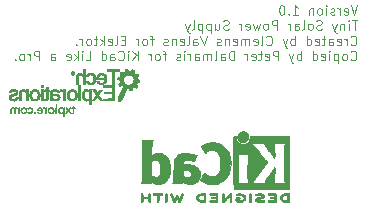
<source format=gbo>
%TF.GenerationSoftware,KiCad,Pcbnew,8.0.1*%
%TF.CreationDate,2024-04-05T16:28:00+11:00*%
%TF.ProjectId,Tiny Solar Supply,54696e79-2053-46f6-9c61-722053757070,rev?*%
%TF.SameCoordinates,Original*%
%TF.FileFunction,Legend,Bot*%
%TF.FilePolarity,Positive*%
%FSLAX46Y46*%
G04 Gerber Fmt 4.6, Leading zero omitted, Abs format (unit mm)*
G04 Created by KiCad (PCBNEW 8.0.1) date 2024-04-05 16:28:00*
%MOMM*%
%LPD*%
G01*
G04 APERTURE LIST*
%ADD10C,0.100000*%
%ADD11C,0.010000*%
G04 APERTURE END LIST*
D10*
X179690020Y-111057030D02*
X179423353Y-111857030D01*
X179423353Y-111857030D02*
X179156687Y-111057030D01*
X178585258Y-111818935D02*
X178661449Y-111857030D01*
X178661449Y-111857030D02*
X178813830Y-111857030D01*
X178813830Y-111857030D02*
X178890020Y-111818935D01*
X178890020Y-111818935D02*
X178928116Y-111742744D01*
X178928116Y-111742744D02*
X178928116Y-111437982D01*
X178928116Y-111437982D02*
X178890020Y-111361792D01*
X178890020Y-111361792D02*
X178813830Y-111323696D01*
X178813830Y-111323696D02*
X178661449Y-111323696D01*
X178661449Y-111323696D02*
X178585258Y-111361792D01*
X178585258Y-111361792D02*
X178547163Y-111437982D01*
X178547163Y-111437982D02*
X178547163Y-111514173D01*
X178547163Y-111514173D02*
X178928116Y-111590363D01*
X178204306Y-111857030D02*
X178204306Y-111323696D01*
X178204306Y-111476077D02*
X178166211Y-111399887D01*
X178166211Y-111399887D02*
X178128116Y-111361792D01*
X178128116Y-111361792D02*
X178051925Y-111323696D01*
X178051925Y-111323696D02*
X177975735Y-111323696D01*
X177747164Y-111818935D02*
X177670973Y-111857030D01*
X177670973Y-111857030D02*
X177518592Y-111857030D01*
X177518592Y-111857030D02*
X177442402Y-111818935D01*
X177442402Y-111818935D02*
X177404306Y-111742744D01*
X177404306Y-111742744D02*
X177404306Y-111704649D01*
X177404306Y-111704649D02*
X177442402Y-111628458D01*
X177442402Y-111628458D02*
X177518592Y-111590363D01*
X177518592Y-111590363D02*
X177632878Y-111590363D01*
X177632878Y-111590363D02*
X177709068Y-111552268D01*
X177709068Y-111552268D02*
X177747164Y-111476077D01*
X177747164Y-111476077D02*
X177747164Y-111437982D01*
X177747164Y-111437982D02*
X177709068Y-111361792D01*
X177709068Y-111361792D02*
X177632878Y-111323696D01*
X177632878Y-111323696D02*
X177518592Y-111323696D01*
X177518592Y-111323696D02*
X177442402Y-111361792D01*
X177061449Y-111857030D02*
X177061449Y-111323696D01*
X177061449Y-111057030D02*
X177099545Y-111095125D01*
X177099545Y-111095125D02*
X177061449Y-111133220D01*
X177061449Y-111133220D02*
X177023354Y-111095125D01*
X177023354Y-111095125D02*
X177061449Y-111057030D01*
X177061449Y-111057030D02*
X177061449Y-111133220D01*
X176566212Y-111857030D02*
X176642402Y-111818935D01*
X176642402Y-111818935D02*
X176680497Y-111780839D01*
X176680497Y-111780839D02*
X176718593Y-111704649D01*
X176718593Y-111704649D02*
X176718593Y-111476077D01*
X176718593Y-111476077D02*
X176680497Y-111399887D01*
X176680497Y-111399887D02*
X176642402Y-111361792D01*
X176642402Y-111361792D02*
X176566212Y-111323696D01*
X176566212Y-111323696D02*
X176451926Y-111323696D01*
X176451926Y-111323696D02*
X176375735Y-111361792D01*
X176375735Y-111361792D02*
X176337640Y-111399887D01*
X176337640Y-111399887D02*
X176299545Y-111476077D01*
X176299545Y-111476077D02*
X176299545Y-111704649D01*
X176299545Y-111704649D02*
X176337640Y-111780839D01*
X176337640Y-111780839D02*
X176375735Y-111818935D01*
X176375735Y-111818935D02*
X176451926Y-111857030D01*
X176451926Y-111857030D02*
X176566212Y-111857030D01*
X175956687Y-111323696D02*
X175956687Y-111857030D01*
X175956687Y-111399887D02*
X175918592Y-111361792D01*
X175918592Y-111361792D02*
X175842402Y-111323696D01*
X175842402Y-111323696D02*
X175728116Y-111323696D01*
X175728116Y-111323696D02*
X175651925Y-111361792D01*
X175651925Y-111361792D02*
X175613830Y-111437982D01*
X175613830Y-111437982D02*
X175613830Y-111857030D01*
X174204306Y-111857030D02*
X174661449Y-111857030D01*
X174432877Y-111857030D02*
X174432877Y-111057030D01*
X174432877Y-111057030D02*
X174509068Y-111171315D01*
X174509068Y-111171315D02*
X174585258Y-111247506D01*
X174585258Y-111247506D02*
X174661449Y-111285601D01*
X173861448Y-111780839D02*
X173823353Y-111818935D01*
X173823353Y-111818935D02*
X173861448Y-111857030D01*
X173861448Y-111857030D02*
X173899544Y-111818935D01*
X173899544Y-111818935D02*
X173861448Y-111780839D01*
X173861448Y-111780839D02*
X173861448Y-111857030D01*
X173328115Y-111057030D02*
X173251925Y-111057030D01*
X173251925Y-111057030D02*
X173175734Y-111095125D01*
X173175734Y-111095125D02*
X173137639Y-111133220D01*
X173137639Y-111133220D02*
X173099544Y-111209411D01*
X173099544Y-111209411D02*
X173061449Y-111361792D01*
X173061449Y-111361792D02*
X173061449Y-111552268D01*
X173061449Y-111552268D02*
X173099544Y-111704649D01*
X173099544Y-111704649D02*
X173137639Y-111780839D01*
X173137639Y-111780839D02*
X173175734Y-111818935D01*
X173175734Y-111818935D02*
X173251925Y-111857030D01*
X173251925Y-111857030D02*
X173328115Y-111857030D01*
X173328115Y-111857030D02*
X173404306Y-111818935D01*
X173404306Y-111818935D02*
X173442401Y-111780839D01*
X173442401Y-111780839D02*
X173480496Y-111704649D01*
X173480496Y-111704649D02*
X173518592Y-111552268D01*
X173518592Y-111552268D02*
X173518592Y-111361792D01*
X173518592Y-111361792D02*
X173480496Y-111209411D01*
X173480496Y-111209411D02*
X173442401Y-111133220D01*
X173442401Y-111133220D02*
X173404306Y-111095125D01*
X173404306Y-111095125D02*
X173328115Y-111057030D01*
X179690020Y-112344985D02*
X179232877Y-112344985D01*
X179461449Y-113144985D02*
X179461449Y-112344985D01*
X178966210Y-113144985D02*
X178966210Y-112611651D01*
X178966210Y-112344985D02*
X179004306Y-112383080D01*
X179004306Y-112383080D02*
X178966210Y-112421175D01*
X178966210Y-112421175D02*
X178928115Y-112383080D01*
X178928115Y-112383080D02*
X178966210Y-112344985D01*
X178966210Y-112344985D02*
X178966210Y-112421175D01*
X178585258Y-112611651D02*
X178585258Y-113144985D01*
X178585258Y-112687842D02*
X178547163Y-112649747D01*
X178547163Y-112649747D02*
X178470973Y-112611651D01*
X178470973Y-112611651D02*
X178356687Y-112611651D01*
X178356687Y-112611651D02*
X178280496Y-112649747D01*
X178280496Y-112649747D02*
X178242401Y-112725937D01*
X178242401Y-112725937D02*
X178242401Y-113144985D01*
X177937639Y-112611651D02*
X177747163Y-113144985D01*
X177556686Y-112611651D02*
X177747163Y-113144985D01*
X177747163Y-113144985D02*
X177823353Y-113335461D01*
X177823353Y-113335461D02*
X177861448Y-113373556D01*
X177861448Y-113373556D02*
X177937639Y-113411651D01*
X176680496Y-113106890D02*
X176566210Y-113144985D01*
X176566210Y-113144985D02*
X176375734Y-113144985D01*
X176375734Y-113144985D02*
X176299543Y-113106890D01*
X176299543Y-113106890D02*
X176261448Y-113068794D01*
X176261448Y-113068794D02*
X176223353Y-112992604D01*
X176223353Y-112992604D02*
X176223353Y-112916413D01*
X176223353Y-112916413D02*
X176261448Y-112840223D01*
X176261448Y-112840223D02*
X176299543Y-112802128D01*
X176299543Y-112802128D02*
X176375734Y-112764032D01*
X176375734Y-112764032D02*
X176528115Y-112725937D01*
X176528115Y-112725937D02*
X176604305Y-112687842D01*
X176604305Y-112687842D02*
X176642400Y-112649747D01*
X176642400Y-112649747D02*
X176680496Y-112573556D01*
X176680496Y-112573556D02*
X176680496Y-112497366D01*
X176680496Y-112497366D02*
X176642400Y-112421175D01*
X176642400Y-112421175D02*
X176604305Y-112383080D01*
X176604305Y-112383080D02*
X176528115Y-112344985D01*
X176528115Y-112344985D02*
X176337638Y-112344985D01*
X176337638Y-112344985D02*
X176223353Y-112383080D01*
X175766210Y-113144985D02*
X175842400Y-113106890D01*
X175842400Y-113106890D02*
X175880495Y-113068794D01*
X175880495Y-113068794D02*
X175918591Y-112992604D01*
X175918591Y-112992604D02*
X175918591Y-112764032D01*
X175918591Y-112764032D02*
X175880495Y-112687842D01*
X175880495Y-112687842D02*
X175842400Y-112649747D01*
X175842400Y-112649747D02*
X175766210Y-112611651D01*
X175766210Y-112611651D02*
X175651924Y-112611651D01*
X175651924Y-112611651D02*
X175575733Y-112649747D01*
X175575733Y-112649747D02*
X175537638Y-112687842D01*
X175537638Y-112687842D02*
X175499543Y-112764032D01*
X175499543Y-112764032D02*
X175499543Y-112992604D01*
X175499543Y-112992604D02*
X175537638Y-113068794D01*
X175537638Y-113068794D02*
X175575733Y-113106890D01*
X175575733Y-113106890D02*
X175651924Y-113144985D01*
X175651924Y-113144985D02*
X175766210Y-113144985D01*
X175042400Y-113144985D02*
X175118590Y-113106890D01*
X175118590Y-113106890D02*
X175156685Y-113030699D01*
X175156685Y-113030699D02*
X175156685Y-112344985D01*
X174394780Y-113144985D02*
X174394780Y-112725937D01*
X174394780Y-112725937D02*
X174432875Y-112649747D01*
X174432875Y-112649747D02*
X174509066Y-112611651D01*
X174509066Y-112611651D02*
X174661447Y-112611651D01*
X174661447Y-112611651D02*
X174737637Y-112649747D01*
X174394780Y-113106890D02*
X174470971Y-113144985D01*
X174470971Y-113144985D02*
X174661447Y-113144985D01*
X174661447Y-113144985D02*
X174737637Y-113106890D01*
X174737637Y-113106890D02*
X174775733Y-113030699D01*
X174775733Y-113030699D02*
X174775733Y-112954509D01*
X174775733Y-112954509D02*
X174737637Y-112878318D01*
X174737637Y-112878318D02*
X174661447Y-112840223D01*
X174661447Y-112840223D02*
X174470971Y-112840223D01*
X174470971Y-112840223D02*
X174394780Y-112802128D01*
X174013827Y-113144985D02*
X174013827Y-112611651D01*
X174013827Y-112764032D02*
X173975732Y-112687842D01*
X173975732Y-112687842D02*
X173937637Y-112649747D01*
X173937637Y-112649747D02*
X173861446Y-112611651D01*
X173861446Y-112611651D02*
X173785256Y-112611651D01*
X172909065Y-113144985D02*
X172909065Y-112344985D01*
X172909065Y-112344985D02*
X172604303Y-112344985D01*
X172604303Y-112344985D02*
X172528113Y-112383080D01*
X172528113Y-112383080D02*
X172490018Y-112421175D01*
X172490018Y-112421175D02*
X172451922Y-112497366D01*
X172451922Y-112497366D02*
X172451922Y-112611651D01*
X172451922Y-112611651D02*
X172490018Y-112687842D01*
X172490018Y-112687842D02*
X172528113Y-112725937D01*
X172528113Y-112725937D02*
X172604303Y-112764032D01*
X172604303Y-112764032D02*
X172909065Y-112764032D01*
X171994780Y-113144985D02*
X172070970Y-113106890D01*
X172070970Y-113106890D02*
X172109065Y-113068794D01*
X172109065Y-113068794D02*
X172147161Y-112992604D01*
X172147161Y-112992604D02*
X172147161Y-112764032D01*
X172147161Y-112764032D02*
X172109065Y-112687842D01*
X172109065Y-112687842D02*
X172070970Y-112649747D01*
X172070970Y-112649747D02*
X171994780Y-112611651D01*
X171994780Y-112611651D02*
X171880494Y-112611651D01*
X171880494Y-112611651D02*
X171804303Y-112649747D01*
X171804303Y-112649747D02*
X171766208Y-112687842D01*
X171766208Y-112687842D02*
X171728113Y-112764032D01*
X171728113Y-112764032D02*
X171728113Y-112992604D01*
X171728113Y-112992604D02*
X171766208Y-113068794D01*
X171766208Y-113068794D02*
X171804303Y-113106890D01*
X171804303Y-113106890D02*
X171880494Y-113144985D01*
X171880494Y-113144985D02*
X171994780Y-113144985D01*
X171461446Y-112611651D02*
X171309065Y-113144985D01*
X171309065Y-113144985D02*
X171156684Y-112764032D01*
X171156684Y-112764032D02*
X171004303Y-113144985D01*
X171004303Y-113144985D02*
X170851922Y-112611651D01*
X170242398Y-113106890D02*
X170318589Y-113144985D01*
X170318589Y-113144985D02*
X170470970Y-113144985D01*
X170470970Y-113144985D02*
X170547160Y-113106890D01*
X170547160Y-113106890D02*
X170585256Y-113030699D01*
X170585256Y-113030699D02*
X170585256Y-112725937D01*
X170585256Y-112725937D02*
X170547160Y-112649747D01*
X170547160Y-112649747D02*
X170470970Y-112611651D01*
X170470970Y-112611651D02*
X170318589Y-112611651D01*
X170318589Y-112611651D02*
X170242398Y-112649747D01*
X170242398Y-112649747D02*
X170204303Y-112725937D01*
X170204303Y-112725937D02*
X170204303Y-112802128D01*
X170204303Y-112802128D02*
X170585256Y-112878318D01*
X169861446Y-113144985D02*
X169861446Y-112611651D01*
X169861446Y-112764032D02*
X169823351Y-112687842D01*
X169823351Y-112687842D02*
X169785256Y-112649747D01*
X169785256Y-112649747D02*
X169709065Y-112611651D01*
X169709065Y-112611651D02*
X169632875Y-112611651D01*
X168794780Y-113106890D02*
X168680494Y-113144985D01*
X168680494Y-113144985D02*
X168490018Y-113144985D01*
X168490018Y-113144985D02*
X168413827Y-113106890D01*
X168413827Y-113106890D02*
X168375732Y-113068794D01*
X168375732Y-113068794D02*
X168337637Y-112992604D01*
X168337637Y-112992604D02*
X168337637Y-112916413D01*
X168337637Y-112916413D02*
X168375732Y-112840223D01*
X168375732Y-112840223D02*
X168413827Y-112802128D01*
X168413827Y-112802128D02*
X168490018Y-112764032D01*
X168490018Y-112764032D02*
X168642399Y-112725937D01*
X168642399Y-112725937D02*
X168718589Y-112687842D01*
X168718589Y-112687842D02*
X168756684Y-112649747D01*
X168756684Y-112649747D02*
X168794780Y-112573556D01*
X168794780Y-112573556D02*
X168794780Y-112497366D01*
X168794780Y-112497366D02*
X168756684Y-112421175D01*
X168756684Y-112421175D02*
X168718589Y-112383080D01*
X168718589Y-112383080D02*
X168642399Y-112344985D01*
X168642399Y-112344985D02*
X168451922Y-112344985D01*
X168451922Y-112344985D02*
X168337637Y-112383080D01*
X167651922Y-112611651D02*
X167651922Y-113144985D01*
X167994779Y-112611651D02*
X167994779Y-113030699D01*
X167994779Y-113030699D02*
X167956684Y-113106890D01*
X167956684Y-113106890D02*
X167880494Y-113144985D01*
X167880494Y-113144985D02*
X167766208Y-113144985D01*
X167766208Y-113144985D02*
X167690017Y-113106890D01*
X167690017Y-113106890D02*
X167651922Y-113068794D01*
X167270969Y-112611651D02*
X167270969Y-113411651D01*
X167270969Y-112649747D02*
X167194779Y-112611651D01*
X167194779Y-112611651D02*
X167042398Y-112611651D01*
X167042398Y-112611651D02*
X166966207Y-112649747D01*
X166966207Y-112649747D02*
X166928112Y-112687842D01*
X166928112Y-112687842D02*
X166890017Y-112764032D01*
X166890017Y-112764032D02*
X166890017Y-112992604D01*
X166890017Y-112992604D02*
X166928112Y-113068794D01*
X166928112Y-113068794D02*
X166966207Y-113106890D01*
X166966207Y-113106890D02*
X167042398Y-113144985D01*
X167042398Y-113144985D02*
X167194779Y-113144985D01*
X167194779Y-113144985D02*
X167270969Y-113106890D01*
X166547159Y-112611651D02*
X166547159Y-113411651D01*
X166547159Y-112649747D02*
X166470969Y-112611651D01*
X166470969Y-112611651D02*
X166318588Y-112611651D01*
X166318588Y-112611651D02*
X166242397Y-112649747D01*
X166242397Y-112649747D02*
X166204302Y-112687842D01*
X166204302Y-112687842D02*
X166166207Y-112764032D01*
X166166207Y-112764032D02*
X166166207Y-112992604D01*
X166166207Y-112992604D02*
X166204302Y-113068794D01*
X166204302Y-113068794D02*
X166242397Y-113106890D01*
X166242397Y-113106890D02*
X166318588Y-113144985D01*
X166318588Y-113144985D02*
X166470969Y-113144985D01*
X166470969Y-113144985D02*
X166547159Y-113106890D01*
X165709064Y-113144985D02*
X165785254Y-113106890D01*
X165785254Y-113106890D02*
X165823349Y-113030699D01*
X165823349Y-113030699D02*
X165823349Y-112344985D01*
X165480492Y-112611651D02*
X165290016Y-113144985D01*
X165099539Y-112611651D02*
X165290016Y-113144985D01*
X165290016Y-113144985D02*
X165366206Y-113335461D01*
X165366206Y-113335461D02*
X165404301Y-113373556D01*
X165404301Y-113373556D02*
X165480492Y-113411651D01*
X179118591Y-114356749D02*
X179156687Y-114394845D01*
X179156687Y-114394845D02*
X179270972Y-114432940D01*
X179270972Y-114432940D02*
X179347163Y-114432940D01*
X179347163Y-114432940D02*
X179461449Y-114394845D01*
X179461449Y-114394845D02*
X179537639Y-114318654D01*
X179537639Y-114318654D02*
X179575734Y-114242464D01*
X179575734Y-114242464D02*
X179613830Y-114090083D01*
X179613830Y-114090083D02*
X179613830Y-113975797D01*
X179613830Y-113975797D02*
X179575734Y-113823416D01*
X179575734Y-113823416D02*
X179537639Y-113747225D01*
X179537639Y-113747225D02*
X179461449Y-113671035D01*
X179461449Y-113671035D02*
X179347163Y-113632940D01*
X179347163Y-113632940D02*
X179270972Y-113632940D01*
X179270972Y-113632940D02*
X179156687Y-113671035D01*
X179156687Y-113671035D02*
X179118591Y-113709130D01*
X178775734Y-114432940D02*
X178775734Y-113899606D01*
X178775734Y-114051987D02*
X178737639Y-113975797D01*
X178737639Y-113975797D02*
X178699544Y-113937702D01*
X178699544Y-113937702D02*
X178623353Y-113899606D01*
X178623353Y-113899606D02*
X178547163Y-113899606D01*
X177975734Y-114394845D02*
X178051925Y-114432940D01*
X178051925Y-114432940D02*
X178204306Y-114432940D01*
X178204306Y-114432940D02*
X178280496Y-114394845D01*
X178280496Y-114394845D02*
X178318592Y-114318654D01*
X178318592Y-114318654D02*
X178318592Y-114013892D01*
X178318592Y-114013892D02*
X178280496Y-113937702D01*
X178280496Y-113937702D02*
X178204306Y-113899606D01*
X178204306Y-113899606D02*
X178051925Y-113899606D01*
X178051925Y-113899606D02*
X177975734Y-113937702D01*
X177975734Y-113937702D02*
X177937639Y-114013892D01*
X177937639Y-114013892D02*
X177937639Y-114090083D01*
X177937639Y-114090083D02*
X178318592Y-114166273D01*
X177251925Y-114432940D02*
X177251925Y-114013892D01*
X177251925Y-114013892D02*
X177290020Y-113937702D01*
X177290020Y-113937702D02*
X177366211Y-113899606D01*
X177366211Y-113899606D02*
X177518592Y-113899606D01*
X177518592Y-113899606D02*
X177594782Y-113937702D01*
X177251925Y-114394845D02*
X177328116Y-114432940D01*
X177328116Y-114432940D02*
X177518592Y-114432940D01*
X177518592Y-114432940D02*
X177594782Y-114394845D01*
X177594782Y-114394845D02*
X177632878Y-114318654D01*
X177632878Y-114318654D02*
X177632878Y-114242464D01*
X177632878Y-114242464D02*
X177594782Y-114166273D01*
X177594782Y-114166273D02*
X177518592Y-114128178D01*
X177518592Y-114128178D02*
X177328116Y-114128178D01*
X177328116Y-114128178D02*
X177251925Y-114090083D01*
X176985258Y-113899606D02*
X176680496Y-113899606D01*
X176870972Y-113632940D02*
X176870972Y-114318654D01*
X176870972Y-114318654D02*
X176832877Y-114394845D01*
X176832877Y-114394845D02*
X176756687Y-114432940D01*
X176756687Y-114432940D02*
X176680496Y-114432940D01*
X176109067Y-114394845D02*
X176185258Y-114432940D01*
X176185258Y-114432940D02*
X176337639Y-114432940D01*
X176337639Y-114432940D02*
X176413829Y-114394845D01*
X176413829Y-114394845D02*
X176451925Y-114318654D01*
X176451925Y-114318654D02*
X176451925Y-114013892D01*
X176451925Y-114013892D02*
X176413829Y-113937702D01*
X176413829Y-113937702D02*
X176337639Y-113899606D01*
X176337639Y-113899606D02*
X176185258Y-113899606D01*
X176185258Y-113899606D02*
X176109067Y-113937702D01*
X176109067Y-113937702D02*
X176070972Y-114013892D01*
X176070972Y-114013892D02*
X176070972Y-114090083D01*
X176070972Y-114090083D02*
X176451925Y-114166273D01*
X175385258Y-114432940D02*
X175385258Y-113632940D01*
X175385258Y-114394845D02*
X175461449Y-114432940D01*
X175461449Y-114432940D02*
X175613830Y-114432940D01*
X175613830Y-114432940D02*
X175690020Y-114394845D01*
X175690020Y-114394845D02*
X175728115Y-114356749D01*
X175728115Y-114356749D02*
X175766211Y-114280559D01*
X175766211Y-114280559D02*
X175766211Y-114051987D01*
X175766211Y-114051987D02*
X175728115Y-113975797D01*
X175728115Y-113975797D02*
X175690020Y-113937702D01*
X175690020Y-113937702D02*
X175613830Y-113899606D01*
X175613830Y-113899606D02*
X175461449Y-113899606D01*
X175461449Y-113899606D02*
X175385258Y-113937702D01*
X174394781Y-114432940D02*
X174394781Y-113632940D01*
X174394781Y-113937702D02*
X174318591Y-113899606D01*
X174318591Y-113899606D02*
X174166210Y-113899606D01*
X174166210Y-113899606D02*
X174090019Y-113937702D01*
X174090019Y-113937702D02*
X174051924Y-113975797D01*
X174051924Y-113975797D02*
X174013829Y-114051987D01*
X174013829Y-114051987D02*
X174013829Y-114280559D01*
X174013829Y-114280559D02*
X174051924Y-114356749D01*
X174051924Y-114356749D02*
X174090019Y-114394845D01*
X174090019Y-114394845D02*
X174166210Y-114432940D01*
X174166210Y-114432940D02*
X174318591Y-114432940D01*
X174318591Y-114432940D02*
X174394781Y-114394845D01*
X173747162Y-113899606D02*
X173556686Y-114432940D01*
X173366209Y-113899606D02*
X173556686Y-114432940D01*
X173556686Y-114432940D02*
X173632876Y-114623416D01*
X173632876Y-114623416D02*
X173670971Y-114661511D01*
X173670971Y-114661511D02*
X173747162Y-114699606D01*
X171994780Y-114356749D02*
X172032876Y-114394845D01*
X172032876Y-114394845D02*
X172147161Y-114432940D01*
X172147161Y-114432940D02*
X172223352Y-114432940D01*
X172223352Y-114432940D02*
X172337638Y-114394845D01*
X172337638Y-114394845D02*
X172413828Y-114318654D01*
X172413828Y-114318654D02*
X172451923Y-114242464D01*
X172451923Y-114242464D02*
X172490019Y-114090083D01*
X172490019Y-114090083D02*
X172490019Y-113975797D01*
X172490019Y-113975797D02*
X172451923Y-113823416D01*
X172451923Y-113823416D02*
X172413828Y-113747225D01*
X172413828Y-113747225D02*
X172337638Y-113671035D01*
X172337638Y-113671035D02*
X172223352Y-113632940D01*
X172223352Y-113632940D02*
X172147161Y-113632940D01*
X172147161Y-113632940D02*
X172032876Y-113671035D01*
X172032876Y-113671035D02*
X171994780Y-113709130D01*
X171537638Y-114432940D02*
X171613828Y-114394845D01*
X171613828Y-114394845D02*
X171651923Y-114318654D01*
X171651923Y-114318654D02*
X171651923Y-113632940D01*
X170928113Y-114394845D02*
X171004304Y-114432940D01*
X171004304Y-114432940D02*
X171156685Y-114432940D01*
X171156685Y-114432940D02*
X171232875Y-114394845D01*
X171232875Y-114394845D02*
X171270971Y-114318654D01*
X171270971Y-114318654D02*
X171270971Y-114013892D01*
X171270971Y-114013892D02*
X171232875Y-113937702D01*
X171232875Y-113937702D02*
X171156685Y-113899606D01*
X171156685Y-113899606D02*
X171004304Y-113899606D01*
X171004304Y-113899606D02*
X170928113Y-113937702D01*
X170928113Y-113937702D02*
X170890018Y-114013892D01*
X170890018Y-114013892D02*
X170890018Y-114090083D01*
X170890018Y-114090083D02*
X171270971Y-114166273D01*
X170547161Y-114432940D02*
X170547161Y-113899606D01*
X170547161Y-113975797D02*
X170509066Y-113937702D01*
X170509066Y-113937702D02*
X170432876Y-113899606D01*
X170432876Y-113899606D02*
X170318590Y-113899606D01*
X170318590Y-113899606D02*
X170242399Y-113937702D01*
X170242399Y-113937702D02*
X170204304Y-114013892D01*
X170204304Y-114013892D02*
X170204304Y-114432940D01*
X170204304Y-114013892D02*
X170166209Y-113937702D01*
X170166209Y-113937702D02*
X170090018Y-113899606D01*
X170090018Y-113899606D02*
X169975733Y-113899606D01*
X169975733Y-113899606D02*
X169899542Y-113937702D01*
X169899542Y-113937702D02*
X169861447Y-114013892D01*
X169861447Y-114013892D02*
X169861447Y-114432940D01*
X169175732Y-114394845D02*
X169251923Y-114432940D01*
X169251923Y-114432940D02*
X169404304Y-114432940D01*
X169404304Y-114432940D02*
X169480494Y-114394845D01*
X169480494Y-114394845D02*
X169518590Y-114318654D01*
X169518590Y-114318654D02*
X169518590Y-114013892D01*
X169518590Y-114013892D02*
X169480494Y-113937702D01*
X169480494Y-113937702D02*
X169404304Y-113899606D01*
X169404304Y-113899606D02*
X169251923Y-113899606D01*
X169251923Y-113899606D02*
X169175732Y-113937702D01*
X169175732Y-113937702D02*
X169137637Y-114013892D01*
X169137637Y-114013892D02*
X169137637Y-114090083D01*
X169137637Y-114090083D02*
X169518590Y-114166273D01*
X168794780Y-113899606D02*
X168794780Y-114432940D01*
X168794780Y-113975797D02*
X168756685Y-113937702D01*
X168756685Y-113937702D02*
X168680495Y-113899606D01*
X168680495Y-113899606D02*
X168566209Y-113899606D01*
X168566209Y-113899606D02*
X168490018Y-113937702D01*
X168490018Y-113937702D02*
X168451923Y-114013892D01*
X168451923Y-114013892D02*
X168451923Y-114432940D01*
X168109066Y-114394845D02*
X168032875Y-114432940D01*
X168032875Y-114432940D02*
X167880494Y-114432940D01*
X167880494Y-114432940D02*
X167804304Y-114394845D01*
X167804304Y-114394845D02*
X167766208Y-114318654D01*
X167766208Y-114318654D02*
X167766208Y-114280559D01*
X167766208Y-114280559D02*
X167804304Y-114204368D01*
X167804304Y-114204368D02*
X167880494Y-114166273D01*
X167880494Y-114166273D02*
X167994780Y-114166273D01*
X167994780Y-114166273D02*
X168070970Y-114128178D01*
X168070970Y-114128178D02*
X168109066Y-114051987D01*
X168109066Y-114051987D02*
X168109066Y-114013892D01*
X168109066Y-114013892D02*
X168070970Y-113937702D01*
X168070970Y-113937702D02*
X167994780Y-113899606D01*
X167994780Y-113899606D02*
X167880494Y-113899606D01*
X167880494Y-113899606D02*
X167804304Y-113937702D01*
X166928113Y-113632940D02*
X166661446Y-114432940D01*
X166661446Y-114432940D02*
X166394780Y-113632940D01*
X165785256Y-114432940D02*
X165785256Y-114013892D01*
X165785256Y-114013892D02*
X165823351Y-113937702D01*
X165823351Y-113937702D02*
X165899542Y-113899606D01*
X165899542Y-113899606D02*
X166051923Y-113899606D01*
X166051923Y-113899606D02*
X166128113Y-113937702D01*
X165785256Y-114394845D02*
X165861447Y-114432940D01*
X165861447Y-114432940D02*
X166051923Y-114432940D01*
X166051923Y-114432940D02*
X166128113Y-114394845D01*
X166128113Y-114394845D02*
X166166209Y-114318654D01*
X166166209Y-114318654D02*
X166166209Y-114242464D01*
X166166209Y-114242464D02*
X166128113Y-114166273D01*
X166128113Y-114166273D02*
X166051923Y-114128178D01*
X166051923Y-114128178D02*
X165861447Y-114128178D01*
X165861447Y-114128178D02*
X165785256Y-114090083D01*
X165290018Y-114432940D02*
X165366208Y-114394845D01*
X165366208Y-114394845D02*
X165404303Y-114318654D01*
X165404303Y-114318654D02*
X165404303Y-113632940D01*
X164680493Y-114394845D02*
X164756684Y-114432940D01*
X164756684Y-114432940D02*
X164909065Y-114432940D01*
X164909065Y-114432940D02*
X164985255Y-114394845D01*
X164985255Y-114394845D02*
X165023351Y-114318654D01*
X165023351Y-114318654D02*
X165023351Y-114013892D01*
X165023351Y-114013892D02*
X164985255Y-113937702D01*
X164985255Y-113937702D02*
X164909065Y-113899606D01*
X164909065Y-113899606D02*
X164756684Y-113899606D01*
X164756684Y-113899606D02*
X164680493Y-113937702D01*
X164680493Y-113937702D02*
X164642398Y-114013892D01*
X164642398Y-114013892D02*
X164642398Y-114090083D01*
X164642398Y-114090083D02*
X165023351Y-114166273D01*
X164299541Y-113899606D02*
X164299541Y-114432940D01*
X164299541Y-113975797D02*
X164261446Y-113937702D01*
X164261446Y-113937702D02*
X164185256Y-113899606D01*
X164185256Y-113899606D02*
X164070970Y-113899606D01*
X164070970Y-113899606D02*
X163994779Y-113937702D01*
X163994779Y-113937702D02*
X163956684Y-114013892D01*
X163956684Y-114013892D02*
X163956684Y-114432940D01*
X163613827Y-114394845D02*
X163537636Y-114432940D01*
X163537636Y-114432940D02*
X163385255Y-114432940D01*
X163385255Y-114432940D02*
X163309065Y-114394845D01*
X163309065Y-114394845D02*
X163270969Y-114318654D01*
X163270969Y-114318654D02*
X163270969Y-114280559D01*
X163270969Y-114280559D02*
X163309065Y-114204368D01*
X163309065Y-114204368D02*
X163385255Y-114166273D01*
X163385255Y-114166273D02*
X163499541Y-114166273D01*
X163499541Y-114166273D02*
X163575731Y-114128178D01*
X163575731Y-114128178D02*
X163613827Y-114051987D01*
X163613827Y-114051987D02*
X163613827Y-114013892D01*
X163613827Y-114013892D02*
X163575731Y-113937702D01*
X163575731Y-113937702D02*
X163499541Y-113899606D01*
X163499541Y-113899606D02*
X163385255Y-113899606D01*
X163385255Y-113899606D02*
X163309065Y-113937702D01*
X162432874Y-113899606D02*
X162128112Y-113899606D01*
X162318588Y-114432940D02*
X162318588Y-113747225D01*
X162318588Y-113747225D02*
X162280493Y-113671035D01*
X162280493Y-113671035D02*
X162204303Y-113632940D01*
X162204303Y-113632940D02*
X162128112Y-113632940D01*
X161747160Y-114432940D02*
X161823350Y-114394845D01*
X161823350Y-114394845D02*
X161861445Y-114356749D01*
X161861445Y-114356749D02*
X161899541Y-114280559D01*
X161899541Y-114280559D02*
X161899541Y-114051987D01*
X161899541Y-114051987D02*
X161861445Y-113975797D01*
X161861445Y-113975797D02*
X161823350Y-113937702D01*
X161823350Y-113937702D02*
X161747160Y-113899606D01*
X161747160Y-113899606D02*
X161632874Y-113899606D01*
X161632874Y-113899606D02*
X161556683Y-113937702D01*
X161556683Y-113937702D02*
X161518588Y-113975797D01*
X161518588Y-113975797D02*
X161480493Y-114051987D01*
X161480493Y-114051987D02*
X161480493Y-114280559D01*
X161480493Y-114280559D02*
X161518588Y-114356749D01*
X161518588Y-114356749D02*
X161556683Y-114394845D01*
X161556683Y-114394845D02*
X161632874Y-114432940D01*
X161632874Y-114432940D02*
X161747160Y-114432940D01*
X161137635Y-114432940D02*
X161137635Y-113899606D01*
X161137635Y-114051987D02*
X161099540Y-113975797D01*
X161099540Y-113975797D02*
X161061445Y-113937702D01*
X161061445Y-113937702D02*
X160985254Y-113899606D01*
X160985254Y-113899606D02*
X160909064Y-113899606D01*
X160032873Y-114013892D02*
X159766207Y-114013892D01*
X159651921Y-114432940D02*
X160032873Y-114432940D01*
X160032873Y-114432940D02*
X160032873Y-113632940D01*
X160032873Y-113632940D02*
X159651921Y-113632940D01*
X159194778Y-114432940D02*
X159270968Y-114394845D01*
X159270968Y-114394845D02*
X159309063Y-114318654D01*
X159309063Y-114318654D02*
X159309063Y-113632940D01*
X158585253Y-114394845D02*
X158661444Y-114432940D01*
X158661444Y-114432940D02*
X158813825Y-114432940D01*
X158813825Y-114432940D02*
X158890015Y-114394845D01*
X158890015Y-114394845D02*
X158928111Y-114318654D01*
X158928111Y-114318654D02*
X158928111Y-114013892D01*
X158928111Y-114013892D02*
X158890015Y-113937702D01*
X158890015Y-113937702D02*
X158813825Y-113899606D01*
X158813825Y-113899606D02*
X158661444Y-113899606D01*
X158661444Y-113899606D02*
X158585253Y-113937702D01*
X158585253Y-113937702D02*
X158547158Y-114013892D01*
X158547158Y-114013892D02*
X158547158Y-114090083D01*
X158547158Y-114090083D02*
X158928111Y-114166273D01*
X158204301Y-114432940D02*
X158204301Y-113632940D01*
X158128111Y-114128178D02*
X157899539Y-114432940D01*
X157899539Y-113899606D02*
X158204301Y-114204368D01*
X157670968Y-113899606D02*
X157366206Y-113899606D01*
X157556682Y-113632940D02*
X157556682Y-114318654D01*
X157556682Y-114318654D02*
X157518587Y-114394845D01*
X157518587Y-114394845D02*
X157442397Y-114432940D01*
X157442397Y-114432940D02*
X157366206Y-114432940D01*
X156985254Y-114432940D02*
X157061444Y-114394845D01*
X157061444Y-114394845D02*
X157099539Y-114356749D01*
X157099539Y-114356749D02*
X157137635Y-114280559D01*
X157137635Y-114280559D02*
X157137635Y-114051987D01*
X157137635Y-114051987D02*
X157099539Y-113975797D01*
X157099539Y-113975797D02*
X157061444Y-113937702D01*
X157061444Y-113937702D02*
X156985254Y-113899606D01*
X156985254Y-113899606D02*
X156870968Y-113899606D01*
X156870968Y-113899606D02*
X156794777Y-113937702D01*
X156794777Y-113937702D02*
X156756682Y-113975797D01*
X156756682Y-113975797D02*
X156718587Y-114051987D01*
X156718587Y-114051987D02*
X156718587Y-114280559D01*
X156718587Y-114280559D02*
X156756682Y-114356749D01*
X156756682Y-114356749D02*
X156794777Y-114394845D01*
X156794777Y-114394845D02*
X156870968Y-114432940D01*
X156870968Y-114432940D02*
X156985254Y-114432940D01*
X156375729Y-114432940D02*
X156375729Y-113899606D01*
X156375729Y-114051987D02*
X156337634Y-113975797D01*
X156337634Y-113975797D02*
X156299539Y-113937702D01*
X156299539Y-113937702D02*
X156223348Y-113899606D01*
X156223348Y-113899606D02*
X156147158Y-113899606D01*
X155880491Y-114356749D02*
X155842396Y-114394845D01*
X155842396Y-114394845D02*
X155880491Y-114432940D01*
X155880491Y-114432940D02*
X155918587Y-114394845D01*
X155918587Y-114394845D02*
X155880491Y-114356749D01*
X155880491Y-114356749D02*
X155880491Y-114432940D01*
X179118591Y-115644704D02*
X179156687Y-115682800D01*
X179156687Y-115682800D02*
X179270972Y-115720895D01*
X179270972Y-115720895D02*
X179347163Y-115720895D01*
X179347163Y-115720895D02*
X179461449Y-115682800D01*
X179461449Y-115682800D02*
X179537639Y-115606609D01*
X179537639Y-115606609D02*
X179575734Y-115530419D01*
X179575734Y-115530419D02*
X179613830Y-115378038D01*
X179613830Y-115378038D02*
X179613830Y-115263752D01*
X179613830Y-115263752D02*
X179575734Y-115111371D01*
X179575734Y-115111371D02*
X179537639Y-115035180D01*
X179537639Y-115035180D02*
X179461449Y-114958990D01*
X179461449Y-114958990D02*
X179347163Y-114920895D01*
X179347163Y-114920895D02*
X179270972Y-114920895D01*
X179270972Y-114920895D02*
X179156687Y-114958990D01*
X179156687Y-114958990D02*
X179118591Y-114997085D01*
X178661449Y-115720895D02*
X178737639Y-115682800D01*
X178737639Y-115682800D02*
X178775734Y-115644704D01*
X178775734Y-115644704D02*
X178813830Y-115568514D01*
X178813830Y-115568514D02*
X178813830Y-115339942D01*
X178813830Y-115339942D02*
X178775734Y-115263752D01*
X178775734Y-115263752D02*
X178737639Y-115225657D01*
X178737639Y-115225657D02*
X178661449Y-115187561D01*
X178661449Y-115187561D02*
X178547163Y-115187561D01*
X178547163Y-115187561D02*
X178470972Y-115225657D01*
X178470972Y-115225657D02*
X178432877Y-115263752D01*
X178432877Y-115263752D02*
X178394782Y-115339942D01*
X178394782Y-115339942D02*
X178394782Y-115568514D01*
X178394782Y-115568514D02*
X178432877Y-115644704D01*
X178432877Y-115644704D02*
X178470972Y-115682800D01*
X178470972Y-115682800D02*
X178547163Y-115720895D01*
X178547163Y-115720895D02*
X178661449Y-115720895D01*
X178051924Y-115187561D02*
X178051924Y-115987561D01*
X178051924Y-115225657D02*
X177975734Y-115187561D01*
X177975734Y-115187561D02*
X177823353Y-115187561D01*
X177823353Y-115187561D02*
X177747162Y-115225657D01*
X177747162Y-115225657D02*
X177709067Y-115263752D01*
X177709067Y-115263752D02*
X177670972Y-115339942D01*
X177670972Y-115339942D02*
X177670972Y-115568514D01*
X177670972Y-115568514D02*
X177709067Y-115644704D01*
X177709067Y-115644704D02*
X177747162Y-115682800D01*
X177747162Y-115682800D02*
X177823353Y-115720895D01*
X177823353Y-115720895D02*
X177975734Y-115720895D01*
X177975734Y-115720895D02*
X178051924Y-115682800D01*
X177328114Y-115720895D02*
X177328114Y-115187561D01*
X177328114Y-114920895D02*
X177366210Y-114958990D01*
X177366210Y-114958990D02*
X177328114Y-114997085D01*
X177328114Y-114997085D02*
X177290019Y-114958990D01*
X177290019Y-114958990D02*
X177328114Y-114920895D01*
X177328114Y-114920895D02*
X177328114Y-114997085D01*
X176642400Y-115682800D02*
X176718591Y-115720895D01*
X176718591Y-115720895D02*
X176870972Y-115720895D01*
X176870972Y-115720895D02*
X176947162Y-115682800D01*
X176947162Y-115682800D02*
X176985258Y-115606609D01*
X176985258Y-115606609D02*
X176985258Y-115301847D01*
X176985258Y-115301847D02*
X176947162Y-115225657D01*
X176947162Y-115225657D02*
X176870972Y-115187561D01*
X176870972Y-115187561D02*
X176718591Y-115187561D01*
X176718591Y-115187561D02*
X176642400Y-115225657D01*
X176642400Y-115225657D02*
X176604305Y-115301847D01*
X176604305Y-115301847D02*
X176604305Y-115378038D01*
X176604305Y-115378038D02*
X176985258Y-115454228D01*
X175918591Y-115720895D02*
X175918591Y-114920895D01*
X175918591Y-115682800D02*
X175994782Y-115720895D01*
X175994782Y-115720895D02*
X176147163Y-115720895D01*
X176147163Y-115720895D02*
X176223353Y-115682800D01*
X176223353Y-115682800D02*
X176261448Y-115644704D01*
X176261448Y-115644704D02*
X176299544Y-115568514D01*
X176299544Y-115568514D02*
X176299544Y-115339942D01*
X176299544Y-115339942D02*
X176261448Y-115263752D01*
X176261448Y-115263752D02*
X176223353Y-115225657D01*
X176223353Y-115225657D02*
X176147163Y-115187561D01*
X176147163Y-115187561D02*
X175994782Y-115187561D01*
X175994782Y-115187561D02*
X175918591Y-115225657D01*
X174928114Y-115720895D02*
X174928114Y-114920895D01*
X174928114Y-115225657D02*
X174851924Y-115187561D01*
X174851924Y-115187561D02*
X174699543Y-115187561D01*
X174699543Y-115187561D02*
X174623352Y-115225657D01*
X174623352Y-115225657D02*
X174585257Y-115263752D01*
X174585257Y-115263752D02*
X174547162Y-115339942D01*
X174547162Y-115339942D02*
X174547162Y-115568514D01*
X174547162Y-115568514D02*
X174585257Y-115644704D01*
X174585257Y-115644704D02*
X174623352Y-115682800D01*
X174623352Y-115682800D02*
X174699543Y-115720895D01*
X174699543Y-115720895D02*
X174851924Y-115720895D01*
X174851924Y-115720895D02*
X174928114Y-115682800D01*
X174280495Y-115187561D02*
X174090019Y-115720895D01*
X173899542Y-115187561D02*
X174090019Y-115720895D01*
X174090019Y-115720895D02*
X174166209Y-115911371D01*
X174166209Y-115911371D02*
X174204304Y-115949466D01*
X174204304Y-115949466D02*
X174280495Y-115987561D01*
X172985256Y-115720895D02*
X172985256Y-114920895D01*
X172985256Y-114920895D02*
X172680494Y-114920895D01*
X172680494Y-114920895D02*
X172604304Y-114958990D01*
X172604304Y-114958990D02*
X172566209Y-114997085D01*
X172566209Y-114997085D02*
X172528113Y-115073276D01*
X172528113Y-115073276D02*
X172528113Y-115187561D01*
X172528113Y-115187561D02*
X172566209Y-115263752D01*
X172566209Y-115263752D02*
X172604304Y-115301847D01*
X172604304Y-115301847D02*
X172680494Y-115339942D01*
X172680494Y-115339942D02*
X172985256Y-115339942D01*
X171880494Y-115682800D02*
X171956685Y-115720895D01*
X171956685Y-115720895D02*
X172109066Y-115720895D01*
X172109066Y-115720895D02*
X172185256Y-115682800D01*
X172185256Y-115682800D02*
X172223352Y-115606609D01*
X172223352Y-115606609D02*
X172223352Y-115301847D01*
X172223352Y-115301847D02*
X172185256Y-115225657D01*
X172185256Y-115225657D02*
X172109066Y-115187561D01*
X172109066Y-115187561D02*
X171956685Y-115187561D01*
X171956685Y-115187561D02*
X171880494Y-115225657D01*
X171880494Y-115225657D02*
X171842399Y-115301847D01*
X171842399Y-115301847D02*
X171842399Y-115378038D01*
X171842399Y-115378038D02*
X172223352Y-115454228D01*
X171613828Y-115187561D02*
X171309066Y-115187561D01*
X171499542Y-114920895D02*
X171499542Y-115606609D01*
X171499542Y-115606609D02*
X171461447Y-115682800D01*
X171461447Y-115682800D02*
X171385257Y-115720895D01*
X171385257Y-115720895D02*
X171309066Y-115720895D01*
X170737637Y-115682800D02*
X170813828Y-115720895D01*
X170813828Y-115720895D02*
X170966209Y-115720895D01*
X170966209Y-115720895D02*
X171042399Y-115682800D01*
X171042399Y-115682800D02*
X171080495Y-115606609D01*
X171080495Y-115606609D02*
X171080495Y-115301847D01*
X171080495Y-115301847D02*
X171042399Y-115225657D01*
X171042399Y-115225657D02*
X170966209Y-115187561D01*
X170966209Y-115187561D02*
X170813828Y-115187561D01*
X170813828Y-115187561D02*
X170737637Y-115225657D01*
X170737637Y-115225657D02*
X170699542Y-115301847D01*
X170699542Y-115301847D02*
X170699542Y-115378038D01*
X170699542Y-115378038D02*
X171080495Y-115454228D01*
X170356685Y-115720895D02*
X170356685Y-115187561D01*
X170356685Y-115339942D02*
X170318590Y-115263752D01*
X170318590Y-115263752D02*
X170280495Y-115225657D01*
X170280495Y-115225657D02*
X170204304Y-115187561D01*
X170204304Y-115187561D02*
X170128114Y-115187561D01*
X169251923Y-115720895D02*
X169251923Y-114920895D01*
X169251923Y-114920895D02*
X169061447Y-114920895D01*
X169061447Y-114920895D02*
X168947161Y-114958990D01*
X168947161Y-114958990D02*
X168870971Y-115035180D01*
X168870971Y-115035180D02*
X168832876Y-115111371D01*
X168832876Y-115111371D02*
X168794780Y-115263752D01*
X168794780Y-115263752D02*
X168794780Y-115378038D01*
X168794780Y-115378038D02*
X168832876Y-115530419D01*
X168832876Y-115530419D02*
X168870971Y-115606609D01*
X168870971Y-115606609D02*
X168947161Y-115682800D01*
X168947161Y-115682800D02*
X169061447Y-115720895D01*
X169061447Y-115720895D02*
X169251923Y-115720895D01*
X168109066Y-115720895D02*
X168109066Y-115301847D01*
X168109066Y-115301847D02*
X168147161Y-115225657D01*
X168147161Y-115225657D02*
X168223352Y-115187561D01*
X168223352Y-115187561D02*
X168375733Y-115187561D01*
X168375733Y-115187561D02*
X168451923Y-115225657D01*
X168109066Y-115682800D02*
X168185257Y-115720895D01*
X168185257Y-115720895D02*
X168375733Y-115720895D01*
X168375733Y-115720895D02*
X168451923Y-115682800D01*
X168451923Y-115682800D02*
X168490019Y-115606609D01*
X168490019Y-115606609D02*
X168490019Y-115530419D01*
X168490019Y-115530419D02*
X168451923Y-115454228D01*
X168451923Y-115454228D02*
X168375733Y-115416133D01*
X168375733Y-115416133D02*
X168185257Y-115416133D01*
X168185257Y-115416133D02*
X168109066Y-115378038D01*
X167613828Y-115720895D02*
X167690018Y-115682800D01*
X167690018Y-115682800D02*
X167728113Y-115606609D01*
X167728113Y-115606609D02*
X167728113Y-114920895D01*
X167309065Y-115720895D02*
X167309065Y-115187561D01*
X167309065Y-115263752D02*
X167270970Y-115225657D01*
X167270970Y-115225657D02*
X167194780Y-115187561D01*
X167194780Y-115187561D02*
X167080494Y-115187561D01*
X167080494Y-115187561D02*
X167004303Y-115225657D01*
X167004303Y-115225657D02*
X166966208Y-115301847D01*
X166966208Y-115301847D02*
X166966208Y-115720895D01*
X166966208Y-115301847D02*
X166928113Y-115225657D01*
X166928113Y-115225657D02*
X166851922Y-115187561D01*
X166851922Y-115187561D02*
X166737637Y-115187561D01*
X166737637Y-115187561D02*
X166661446Y-115225657D01*
X166661446Y-115225657D02*
X166623351Y-115301847D01*
X166623351Y-115301847D02*
X166623351Y-115720895D01*
X165899541Y-115720895D02*
X165899541Y-115301847D01*
X165899541Y-115301847D02*
X165937636Y-115225657D01*
X165937636Y-115225657D02*
X166013827Y-115187561D01*
X166013827Y-115187561D02*
X166166208Y-115187561D01*
X166166208Y-115187561D02*
X166242398Y-115225657D01*
X165899541Y-115682800D02*
X165975732Y-115720895D01*
X165975732Y-115720895D02*
X166166208Y-115720895D01*
X166166208Y-115720895D02*
X166242398Y-115682800D01*
X166242398Y-115682800D02*
X166280494Y-115606609D01*
X166280494Y-115606609D02*
X166280494Y-115530419D01*
X166280494Y-115530419D02*
X166242398Y-115454228D01*
X166242398Y-115454228D02*
X166166208Y-115416133D01*
X166166208Y-115416133D02*
X165975732Y-115416133D01*
X165975732Y-115416133D02*
X165899541Y-115378038D01*
X165518588Y-115720895D02*
X165518588Y-115187561D01*
X165518588Y-115339942D02*
X165480493Y-115263752D01*
X165480493Y-115263752D02*
X165442398Y-115225657D01*
X165442398Y-115225657D02*
X165366207Y-115187561D01*
X165366207Y-115187561D02*
X165290017Y-115187561D01*
X165023350Y-115720895D02*
X165023350Y-115187561D01*
X165023350Y-114920895D02*
X165061446Y-114958990D01*
X165061446Y-114958990D02*
X165023350Y-114997085D01*
X165023350Y-114997085D02*
X164985255Y-114958990D01*
X164985255Y-114958990D02*
X165023350Y-114920895D01*
X165023350Y-114920895D02*
X165023350Y-114997085D01*
X164680494Y-115682800D02*
X164604303Y-115720895D01*
X164604303Y-115720895D02*
X164451922Y-115720895D01*
X164451922Y-115720895D02*
X164375732Y-115682800D01*
X164375732Y-115682800D02*
X164337636Y-115606609D01*
X164337636Y-115606609D02*
X164337636Y-115568514D01*
X164337636Y-115568514D02*
X164375732Y-115492323D01*
X164375732Y-115492323D02*
X164451922Y-115454228D01*
X164451922Y-115454228D02*
X164566208Y-115454228D01*
X164566208Y-115454228D02*
X164642398Y-115416133D01*
X164642398Y-115416133D02*
X164680494Y-115339942D01*
X164680494Y-115339942D02*
X164680494Y-115301847D01*
X164680494Y-115301847D02*
X164642398Y-115225657D01*
X164642398Y-115225657D02*
X164566208Y-115187561D01*
X164566208Y-115187561D02*
X164451922Y-115187561D01*
X164451922Y-115187561D02*
X164375732Y-115225657D01*
X163499541Y-115187561D02*
X163194779Y-115187561D01*
X163385255Y-115720895D02*
X163385255Y-115035180D01*
X163385255Y-115035180D02*
X163347160Y-114958990D01*
X163347160Y-114958990D02*
X163270970Y-114920895D01*
X163270970Y-114920895D02*
X163194779Y-114920895D01*
X162813827Y-115720895D02*
X162890017Y-115682800D01*
X162890017Y-115682800D02*
X162928112Y-115644704D01*
X162928112Y-115644704D02*
X162966208Y-115568514D01*
X162966208Y-115568514D02*
X162966208Y-115339942D01*
X162966208Y-115339942D02*
X162928112Y-115263752D01*
X162928112Y-115263752D02*
X162890017Y-115225657D01*
X162890017Y-115225657D02*
X162813827Y-115187561D01*
X162813827Y-115187561D02*
X162699541Y-115187561D01*
X162699541Y-115187561D02*
X162623350Y-115225657D01*
X162623350Y-115225657D02*
X162585255Y-115263752D01*
X162585255Y-115263752D02*
X162547160Y-115339942D01*
X162547160Y-115339942D02*
X162547160Y-115568514D01*
X162547160Y-115568514D02*
X162585255Y-115644704D01*
X162585255Y-115644704D02*
X162623350Y-115682800D01*
X162623350Y-115682800D02*
X162699541Y-115720895D01*
X162699541Y-115720895D02*
X162813827Y-115720895D01*
X162204302Y-115720895D02*
X162204302Y-115187561D01*
X162204302Y-115339942D02*
X162166207Y-115263752D01*
X162166207Y-115263752D02*
X162128112Y-115225657D01*
X162128112Y-115225657D02*
X162051921Y-115187561D01*
X162051921Y-115187561D02*
X161975731Y-115187561D01*
X161099540Y-115720895D02*
X161099540Y-114920895D01*
X160642397Y-115720895D02*
X160985255Y-115263752D01*
X160642397Y-114920895D02*
X161099540Y-115378038D01*
X160299540Y-115720895D02*
X160299540Y-115187561D01*
X160299540Y-114920895D02*
X160337636Y-114958990D01*
X160337636Y-114958990D02*
X160299540Y-114997085D01*
X160299540Y-114997085D02*
X160261445Y-114958990D01*
X160261445Y-114958990D02*
X160299540Y-114920895D01*
X160299540Y-114920895D02*
X160299540Y-114997085D01*
X159461445Y-115644704D02*
X159499541Y-115682800D01*
X159499541Y-115682800D02*
X159613826Y-115720895D01*
X159613826Y-115720895D02*
X159690017Y-115720895D01*
X159690017Y-115720895D02*
X159804303Y-115682800D01*
X159804303Y-115682800D02*
X159880493Y-115606609D01*
X159880493Y-115606609D02*
X159918588Y-115530419D01*
X159918588Y-115530419D02*
X159956684Y-115378038D01*
X159956684Y-115378038D02*
X159956684Y-115263752D01*
X159956684Y-115263752D02*
X159918588Y-115111371D01*
X159918588Y-115111371D02*
X159880493Y-115035180D01*
X159880493Y-115035180D02*
X159804303Y-114958990D01*
X159804303Y-114958990D02*
X159690017Y-114920895D01*
X159690017Y-114920895D02*
X159613826Y-114920895D01*
X159613826Y-114920895D02*
X159499541Y-114958990D01*
X159499541Y-114958990D02*
X159461445Y-114997085D01*
X158775731Y-115720895D02*
X158775731Y-115301847D01*
X158775731Y-115301847D02*
X158813826Y-115225657D01*
X158813826Y-115225657D02*
X158890017Y-115187561D01*
X158890017Y-115187561D02*
X159042398Y-115187561D01*
X159042398Y-115187561D02*
X159118588Y-115225657D01*
X158775731Y-115682800D02*
X158851922Y-115720895D01*
X158851922Y-115720895D02*
X159042398Y-115720895D01*
X159042398Y-115720895D02*
X159118588Y-115682800D01*
X159118588Y-115682800D02*
X159156684Y-115606609D01*
X159156684Y-115606609D02*
X159156684Y-115530419D01*
X159156684Y-115530419D02*
X159118588Y-115454228D01*
X159118588Y-115454228D02*
X159042398Y-115416133D01*
X159042398Y-115416133D02*
X158851922Y-115416133D01*
X158851922Y-115416133D02*
X158775731Y-115378038D01*
X158051921Y-115720895D02*
X158051921Y-114920895D01*
X158051921Y-115682800D02*
X158128112Y-115720895D01*
X158128112Y-115720895D02*
X158280493Y-115720895D01*
X158280493Y-115720895D02*
X158356683Y-115682800D01*
X158356683Y-115682800D02*
X158394778Y-115644704D01*
X158394778Y-115644704D02*
X158432874Y-115568514D01*
X158432874Y-115568514D02*
X158432874Y-115339942D01*
X158432874Y-115339942D02*
X158394778Y-115263752D01*
X158394778Y-115263752D02*
X158356683Y-115225657D01*
X158356683Y-115225657D02*
X158280493Y-115187561D01*
X158280493Y-115187561D02*
X158128112Y-115187561D01*
X158128112Y-115187561D02*
X158051921Y-115225657D01*
X156680492Y-115720895D02*
X157061444Y-115720895D01*
X157061444Y-115720895D02*
X157061444Y-114920895D01*
X156413825Y-115720895D02*
X156413825Y-115187561D01*
X156413825Y-114920895D02*
X156451921Y-114958990D01*
X156451921Y-114958990D02*
X156413825Y-114997085D01*
X156413825Y-114997085D02*
X156375730Y-114958990D01*
X156375730Y-114958990D02*
X156413825Y-114920895D01*
X156413825Y-114920895D02*
X156413825Y-114997085D01*
X156032873Y-115720895D02*
X156032873Y-114920895D01*
X155956683Y-115416133D02*
X155728111Y-115720895D01*
X155728111Y-115187561D02*
X156032873Y-115492323D01*
X155080492Y-115682800D02*
X155156683Y-115720895D01*
X155156683Y-115720895D02*
X155309064Y-115720895D01*
X155309064Y-115720895D02*
X155385254Y-115682800D01*
X155385254Y-115682800D02*
X155423350Y-115606609D01*
X155423350Y-115606609D02*
X155423350Y-115301847D01*
X155423350Y-115301847D02*
X155385254Y-115225657D01*
X155385254Y-115225657D02*
X155309064Y-115187561D01*
X155309064Y-115187561D02*
X155156683Y-115187561D01*
X155156683Y-115187561D02*
X155080492Y-115225657D01*
X155080492Y-115225657D02*
X155042397Y-115301847D01*
X155042397Y-115301847D02*
X155042397Y-115378038D01*
X155042397Y-115378038D02*
X155423350Y-115454228D01*
X153747159Y-115720895D02*
X153747159Y-115301847D01*
X153747159Y-115301847D02*
X153785254Y-115225657D01*
X153785254Y-115225657D02*
X153861445Y-115187561D01*
X153861445Y-115187561D02*
X154013826Y-115187561D01*
X154013826Y-115187561D02*
X154090016Y-115225657D01*
X153747159Y-115682800D02*
X153823350Y-115720895D01*
X153823350Y-115720895D02*
X154013826Y-115720895D01*
X154013826Y-115720895D02*
X154090016Y-115682800D01*
X154090016Y-115682800D02*
X154128112Y-115606609D01*
X154128112Y-115606609D02*
X154128112Y-115530419D01*
X154128112Y-115530419D02*
X154090016Y-115454228D01*
X154090016Y-115454228D02*
X154013826Y-115416133D01*
X154013826Y-115416133D02*
X153823350Y-115416133D01*
X153823350Y-115416133D02*
X153747159Y-115378038D01*
X152756682Y-115720895D02*
X152756682Y-114920895D01*
X152756682Y-114920895D02*
X152451920Y-114920895D01*
X152451920Y-114920895D02*
X152375730Y-114958990D01*
X152375730Y-114958990D02*
X152337635Y-114997085D01*
X152337635Y-114997085D02*
X152299539Y-115073276D01*
X152299539Y-115073276D02*
X152299539Y-115187561D01*
X152299539Y-115187561D02*
X152337635Y-115263752D01*
X152337635Y-115263752D02*
X152375730Y-115301847D01*
X152375730Y-115301847D02*
X152451920Y-115339942D01*
X152451920Y-115339942D02*
X152756682Y-115339942D01*
X151956682Y-115720895D02*
X151956682Y-115187561D01*
X151956682Y-115339942D02*
X151918587Y-115263752D01*
X151918587Y-115263752D02*
X151880492Y-115225657D01*
X151880492Y-115225657D02*
X151804301Y-115187561D01*
X151804301Y-115187561D02*
X151728111Y-115187561D01*
X151347159Y-115720895D02*
X151423349Y-115682800D01*
X151423349Y-115682800D02*
X151461444Y-115644704D01*
X151461444Y-115644704D02*
X151499540Y-115568514D01*
X151499540Y-115568514D02*
X151499540Y-115339942D01*
X151499540Y-115339942D02*
X151461444Y-115263752D01*
X151461444Y-115263752D02*
X151423349Y-115225657D01*
X151423349Y-115225657D02*
X151347159Y-115187561D01*
X151347159Y-115187561D02*
X151232873Y-115187561D01*
X151232873Y-115187561D02*
X151156682Y-115225657D01*
X151156682Y-115225657D02*
X151118587Y-115263752D01*
X151118587Y-115263752D02*
X151080492Y-115339942D01*
X151080492Y-115339942D02*
X151080492Y-115568514D01*
X151080492Y-115568514D02*
X151118587Y-115644704D01*
X151118587Y-115644704D02*
X151156682Y-115682800D01*
X151156682Y-115682800D02*
X151232873Y-115720895D01*
X151232873Y-115720895D02*
X151347159Y-115720895D01*
X150737634Y-115644704D02*
X150699539Y-115682800D01*
X150699539Y-115682800D02*
X150737634Y-115720895D01*
X150737634Y-115720895D02*
X150775730Y-115682800D01*
X150775730Y-115682800D02*
X150737634Y-115644704D01*
X150737634Y-115644704D02*
X150737634Y-115720895D01*
D11*
%TO.C,REF\u002A\u002A*%
X163495406Y-126988949D02*
X163521127Y-127004647D01*
X163547778Y-127026227D01*
X163547778Y-127673684D01*
X163521127Y-127695264D01*
X163489767Y-127712739D01*
X163453966Y-127713575D01*
X163422528Y-127693082D01*
X163418652Y-127688416D01*
X163413186Y-127678949D01*
X163408979Y-127665267D01*
X163405867Y-127644748D01*
X163403687Y-127614768D01*
X163402276Y-127572704D01*
X163401471Y-127515932D01*
X163401107Y-127441830D01*
X163401022Y-127347773D01*
X163401022Y-127026227D01*
X163427673Y-127004647D01*
X163451386Y-126989877D01*
X163474400Y-126983067D01*
X163495406Y-126988949D01*
G36*
X163495406Y-126988949D02*
G01*
X163521127Y-127004647D01*
X163547778Y-127026227D01*
X163547778Y-127673684D01*
X163521127Y-127695264D01*
X163489767Y-127712739D01*
X163453966Y-127713575D01*
X163422528Y-127693082D01*
X163418652Y-127688416D01*
X163413186Y-127678949D01*
X163408979Y-127665267D01*
X163405867Y-127644748D01*
X163403687Y-127614768D01*
X163402276Y-127572704D01*
X163401471Y-127515932D01*
X163401107Y-127441830D01*
X163401022Y-127347773D01*
X163401022Y-127026227D01*
X163427673Y-127004647D01*
X163451386Y-126989877D01*
X163474400Y-126983067D01*
X163495406Y-126988949D01*
G37*
X170626137Y-126987463D02*
X170660291Y-127010776D01*
X170688000Y-127038485D01*
X170688000Y-127351537D01*
X170687959Y-127435567D01*
X170687701Y-127509789D01*
X170687030Y-127566541D01*
X170685752Y-127608512D01*
X170683673Y-127638389D01*
X170680599Y-127658861D01*
X170676334Y-127672614D01*
X170670684Y-127682337D01*
X170663455Y-127690717D01*
X170631991Y-127712181D01*
X170596826Y-127713947D01*
X170563822Y-127694267D01*
X170558516Y-127688398D01*
X170553066Y-127679314D01*
X170548900Y-127665973D01*
X170545846Y-127645757D01*
X170543732Y-127616049D01*
X170542386Y-127574232D01*
X170541638Y-127517689D01*
X170541314Y-127443802D01*
X170541245Y-127349956D01*
X170541284Y-127274294D01*
X170541539Y-127196385D01*
X170542183Y-127136375D01*
X170543387Y-127091648D01*
X170545324Y-127059585D01*
X170548164Y-127037571D01*
X170552079Y-127022987D01*
X170557242Y-127013218D01*
X170563822Y-127005645D01*
X170593006Y-126986623D01*
X170626137Y-126987463D01*
G36*
X170626137Y-126987463D02*
G01*
X170660291Y-127010776D01*
X170688000Y-127038485D01*
X170688000Y-127351537D01*
X170687959Y-127435567D01*
X170687701Y-127509789D01*
X170687030Y-127566541D01*
X170685752Y-127608512D01*
X170683673Y-127638389D01*
X170680599Y-127658861D01*
X170676334Y-127672614D01*
X170670684Y-127682337D01*
X170663455Y-127690717D01*
X170631991Y-127712181D01*
X170596826Y-127713947D01*
X170563822Y-127694267D01*
X170558516Y-127688398D01*
X170553066Y-127679314D01*
X170548900Y-127665973D01*
X170545846Y-127645757D01*
X170543732Y-127616049D01*
X170542386Y-127574232D01*
X170541638Y-127517689D01*
X170541314Y-127443802D01*
X170541245Y-127349956D01*
X170541284Y-127274294D01*
X170541539Y-127196385D01*
X170542183Y-127136375D01*
X170543387Y-127091648D01*
X170545324Y-127059585D01*
X170548164Y-127037571D01*
X170552079Y-127022987D01*
X170557242Y-127013218D01*
X170563822Y-127005645D01*
X170593006Y-126986623D01*
X170626137Y-126987463D01*
G37*
X170094562Y-121746850D02*
X170177313Y-121774053D01*
X170252406Y-121819484D01*
X170324298Y-121885302D01*
X170362846Y-121929567D01*
X170402256Y-121987961D01*
X170427446Y-122048586D01*
X170440861Y-122117865D01*
X170444948Y-122202222D01*
X170444669Y-122248307D01*
X170442460Y-122289450D01*
X170436894Y-122321582D01*
X170426586Y-122352122D01*
X170410148Y-122388489D01*
X170396200Y-122415728D01*
X170337665Y-122501429D01*
X170265619Y-122570617D01*
X170181947Y-122621741D01*
X170088531Y-122653250D01*
X170055434Y-122660225D01*
X170014960Y-122667094D01*
X169981999Y-122668919D01*
X169947698Y-122665947D01*
X169903200Y-122658426D01*
X169851934Y-122646002D01*
X169761434Y-122608112D01*
X169682345Y-122553836D01*
X169616528Y-122485770D01*
X169565840Y-122406511D01*
X169532140Y-122318654D01*
X169517286Y-122224795D01*
X169523136Y-122127530D01*
X169549399Y-122031220D01*
X169594418Y-121942494D01*
X169655373Y-121867419D01*
X169730184Y-121807641D01*
X169816768Y-121764809D01*
X169913043Y-121740571D01*
X170016928Y-121736576D01*
X170094562Y-121746850D01*
G36*
X170094562Y-121746850D02*
G01*
X170177313Y-121774053D01*
X170252406Y-121819484D01*
X170324298Y-121885302D01*
X170362846Y-121929567D01*
X170402256Y-121987961D01*
X170427446Y-122048586D01*
X170440861Y-122117865D01*
X170444948Y-122202222D01*
X170444669Y-122248307D01*
X170442460Y-122289450D01*
X170436894Y-122321582D01*
X170426586Y-122352122D01*
X170410148Y-122388489D01*
X170396200Y-122415728D01*
X170337665Y-122501429D01*
X170265619Y-122570617D01*
X170181947Y-122621741D01*
X170088531Y-122653250D01*
X170055434Y-122660225D01*
X170014960Y-122667094D01*
X169981999Y-122668919D01*
X169947698Y-122665947D01*
X169903200Y-122658426D01*
X169851934Y-122646002D01*
X169761434Y-122608112D01*
X169682345Y-122553836D01*
X169616528Y-122485770D01*
X169565840Y-122406511D01*
X169532140Y-122318654D01*
X169517286Y-122224795D01*
X169523136Y-122127530D01*
X169549399Y-122031220D01*
X169594418Y-121942494D01*
X169655373Y-121867419D01*
X169730184Y-121807641D01*
X169816768Y-121764809D01*
X169913043Y-121740571D01*
X170016928Y-121736576D01*
X170094562Y-121746850D01*
G37*
X162795767Y-126983068D02*
X162889890Y-126983158D01*
X162964405Y-126983498D01*
X163021811Y-126984239D01*
X163064611Y-126985535D01*
X163095304Y-126987537D01*
X163116391Y-126990396D01*
X163130373Y-126994266D01*
X163139750Y-126999298D01*
X163147022Y-127005645D01*
X163165828Y-127038362D01*
X163167275Y-127075939D01*
X163150917Y-127109178D01*
X163149557Y-127110631D01*
X163138354Y-127118992D01*
X163121252Y-127124547D01*
X163094082Y-127127840D01*
X163052678Y-127129418D01*
X162992873Y-127129822D01*
X162853511Y-127129822D01*
X162853511Y-127393589D01*
X162853436Y-127469417D01*
X162853028Y-127536083D01*
X162852046Y-127585867D01*
X162850250Y-127621784D01*
X162847399Y-127646850D01*
X162843253Y-127664081D01*
X162837571Y-127676492D01*
X162830114Y-127687100D01*
X162827824Y-127689906D01*
X162796646Y-127712548D01*
X162762266Y-127714112D01*
X162729334Y-127694267D01*
X162722355Y-127686191D01*
X162716883Y-127675593D01*
X162712863Y-127659749D01*
X162710072Y-127635773D01*
X162708288Y-127600774D01*
X162707289Y-127551864D01*
X162706852Y-127486154D01*
X162706756Y-127400756D01*
X162706756Y-127129822D01*
X162560820Y-127129822D01*
X162549720Y-127129821D01*
X162493202Y-127129596D01*
X162454358Y-127128457D01*
X162428965Y-127125657D01*
X162412804Y-127120450D01*
X162401652Y-127112089D01*
X162391289Y-127099826D01*
X162375441Y-127069138D01*
X162378543Y-127035358D01*
X162404187Y-127002822D01*
X162409129Y-126999105D01*
X162419338Y-126994269D01*
X162434764Y-126990506D01*
X162457886Y-126987683D01*
X162491183Y-126985670D01*
X162537137Y-126984333D01*
X162598228Y-126983542D01*
X162676935Y-126983163D01*
X162775740Y-126983067D01*
X162795767Y-126983068D01*
G36*
X162795767Y-126983068D02*
G01*
X162889890Y-126983158D01*
X162964405Y-126983498D01*
X163021811Y-126984239D01*
X163064611Y-126985535D01*
X163095304Y-126987537D01*
X163116391Y-126990396D01*
X163130373Y-126994266D01*
X163139750Y-126999298D01*
X163147022Y-127005645D01*
X163165828Y-127038362D01*
X163167275Y-127075939D01*
X163150917Y-127109178D01*
X163149557Y-127110631D01*
X163138354Y-127118992D01*
X163121252Y-127124547D01*
X163094082Y-127127840D01*
X163052678Y-127129418D01*
X162992873Y-127129822D01*
X162853511Y-127129822D01*
X162853511Y-127393589D01*
X162853436Y-127469417D01*
X162853028Y-127536083D01*
X162852046Y-127585867D01*
X162850250Y-127621784D01*
X162847399Y-127646850D01*
X162843253Y-127664081D01*
X162837571Y-127676492D01*
X162830114Y-127687100D01*
X162827824Y-127689906D01*
X162796646Y-127712548D01*
X162762266Y-127714112D01*
X162729334Y-127694267D01*
X162722355Y-127686191D01*
X162716883Y-127675593D01*
X162712863Y-127659749D01*
X162710072Y-127635773D01*
X162708288Y-127600774D01*
X162707289Y-127551864D01*
X162706852Y-127486154D01*
X162706756Y-127400756D01*
X162706756Y-127129822D01*
X162560820Y-127129822D01*
X162549720Y-127129821D01*
X162493202Y-127129596D01*
X162454358Y-127128457D01*
X162428965Y-127125657D01*
X162412804Y-127120450D01*
X162401652Y-127112089D01*
X162391289Y-127099826D01*
X162375441Y-127069138D01*
X162378543Y-127035358D01*
X162404187Y-127002822D01*
X162409129Y-126999105D01*
X162419338Y-126994269D01*
X162434764Y-126990506D01*
X162457886Y-126987683D01*
X162491183Y-126985670D01*
X162537137Y-126984333D01*
X162598228Y-126983542D01*
X162676935Y-126983163D01*
X162775740Y-126983067D01*
X162795767Y-126983068D01*
G37*
X162119734Y-127005645D02*
X162125366Y-127011835D01*
X162130456Y-127020041D01*
X162134543Y-127031817D01*
X162137721Y-127049276D01*
X162140087Y-127074530D01*
X162141738Y-127109690D01*
X162142769Y-127156869D01*
X162143277Y-127218177D01*
X162143359Y-127295727D01*
X162143109Y-127391631D01*
X162142625Y-127508000D01*
X162142557Y-127522175D01*
X162141971Y-127583937D01*
X162140648Y-127627620D01*
X162138103Y-127657001D01*
X162133848Y-127675855D01*
X162127396Y-127687959D01*
X162118262Y-127697089D01*
X162084804Y-127714506D01*
X162049856Y-127711604D01*
X162018953Y-127687100D01*
X162009944Y-127673897D01*
X162002492Y-127655361D01*
X161998124Y-127629333D01*
X161996069Y-127590787D01*
X161995556Y-127534700D01*
X161995556Y-127412045D01*
X161498845Y-127412045D01*
X161498845Y-127546871D01*
X161498772Y-127582662D01*
X161498009Y-127628992D01*
X161495833Y-127659526D01*
X161491536Y-127678557D01*
X161484412Y-127690374D01*
X161473755Y-127699271D01*
X161441504Y-127714341D01*
X161406217Y-127711673D01*
X161375486Y-127687100D01*
X161370831Y-127680845D01*
X161364895Y-127670321D01*
X161360364Y-127656391D01*
X161357048Y-127636317D01*
X161354759Y-127607360D01*
X161353308Y-127566780D01*
X161352505Y-127511840D01*
X161352162Y-127439799D01*
X161352089Y-127347920D01*
X161352089Y-127038485D01*
X161379798Y-127010776D01*
X161411177Y-126988533D01*
X161444406Y-126985844D01*
X161476267Y-127005645D01*
X161484553Y-127015415D01*
X161491965Y-127031307D01*
X161496302Y-127055275D01*
X161498338Y-127092148D01*
X161498845Y-127146756D01*
X161498845Y-127265289D01*
X161995556Y-127265289D01*
X161995556Y-127149776D01*
X161995994Y-127098078D01*
X161997958Y-127063554D01*
X162002474Y-127040978D01*
X162010567Y-127025126D01*
X162023265Y-127010776D01*
X162054643Y-126988533D01*
X162087872Y-126985844D01*
X162119734Y-127005645D01*
G36*
X162119734Y-127005645D02*
G01*
X162125366Y-127011835D01*
X162130456Y-127020041D01*
X162134543Y-127031817D01*
X162137721Y-127049276D01*
X162140087Y-127074530D01*
X162141738Y-127109690D01*
X162142769Y-127156869D01*
X162143277Y-127218177D01*
X162143359Y-127295727D01*
X162143109Y-127391631D01*
X162142625Y-127508000D01*
X162142557Y-127522175D01*
X162141971Y-127583937D01*
X162140648Y-127627620D01*
X162138103Y-127657001D01*
X162133848Y-127675855D01*
X162127396Y-127687959D01*
X162118262Y-127697089D01*
X162084804Y-127714506D01*
X162049856Y-127711604D01*
X162018953Y-127687100D01*
X162009944Y-127673897D01*
X162002492Y-127655361D01*
X161998124Y-127629333D01*
X161996069Y-127590787D01*
X161995556Y-127534700D01*
X161995556Y-127412045D01*
X161498845Y-127412045D01*
X161498845Y-127546871D01*
X161498772Y-127582662D01*
X161498009Y-127628992D01*
X161495833Y-127659526D01*
X161491536Y-127678557D01*
X161484412Y-127690374D01*
X161473755Y-127699271D01*
X161441504Y-127714341D01*
X161406217Y-127711673D01*
X161375486Y-127687100D01*
X161370831Y-127680845D01*
X161364895Y-127670321D01*
X161360364Y-127656391D01*
X161357048Y-127636317D01*
X161354759Y-127607360D01*
X161353308Y-127566780D01*
X161352505Y-127511840D01*
X161352162Y-127439799D01*
X161352089Y-127347920D01*
X161352089Y-127038485D01*
X161379798Y-127010776D01*
X161411177Y-126988533D01*
X161444406Y-126985844D01*
X161476267Y-127005645D01*
X161484553Y-127015415D01*
X161491965Y-127031307D01*
X161496302Y-127055275D01*
X161498338Y-127092148D01*
X161498845Y-127146756D01*
X161498845Y-127265289D01*
X161995556Y-127265289D01*
X161995556Y-127149776D01*
X161995994Y-127098078D01*
X161997958Y-127063554D01*
X162002474Y-127040978D01*
X162010567Y-127025126D01*
X162023265Y-127010776D01*
X162054643Y-126988533D01*
X162087872Y-126985844D01*
X162119734Y-127005645D01*
G37*
X166825133Y-127594396D02*
X166823163Y-127627175D01*
X166820235Y-127650095D01*
X166816158Y-127665897D01*
X166810743Y-127677319D01*
X166803803Y-127687100D01*
X166780406Y-127716845D01*
X166614714Y-127716251D01*
X166579918Y-127715953D01*
X166481435Y-127712522D01*
X166400473Y-127704839D01*
X166333379Y-127692282D01*
X166276496Y-127674227D01*
X166226169Y-127650052D01*
X166222810Y-127648135D01*
X166164998Y-127611417D01*
X166122644Y-127574451D01*
X166089828Y-127530966D01*
X166060628Y-127474689D01*
X166056346Y-127465073D01*
X166033769Y-127401887D01*
X166028034Y-127356333D01*
X166177279Y-127356333D01*
X166182892Y-127381061D01*
X166188618Y-127396939D01*
X166221548Y-127456847D01*
X166268886Y-127502600D01*
X166332652Y-127535736D01*
X166414861Y-127557790D01*
X166417655Y-127558292D01*
X166463940Y-127564255D01*
X166520336Y-127568483D01*
X166575274Y-127570089D01*
X166669156Y-127570089D01*
X166669156Y-127129822D01*
X166581667Y-127130270D01*
X166514747Y-127132746D01*
X166422349Y-127143998D01*
X166343034Y-127163537D01*
X166281060Y-127190511D01*
X166250120Y-127211240D01*
X166222000Y-127241006D01*
X166198660Y-127283434D01*
X166191533Y-127299400D01*
X166179709Y-127331902D01*
X166177279Y-127356333D01*
X166028034Y-127356333D01*
X166026797Y-127346509D01*
X166035399Y-127291483D01*
X166059541Y-127229351D01*
X166060337Y-127227658D01*
X166100788Y-127158236D01*
X166151473Y-127101638D01*
X166214198Y-127057070D01*
X166290774Y-127023741D01*
X166383009Y-127000861D01*
X166492712Y-126987636D01*
X166621691Y-126983275D01*
X166625263Y-126983270D01*
X166685283Y-126983410D01*
X166727214Y-126984446D01*
X166755328Y-126987040D01*
X166773897Y-126991853D01*
X166787194Y-126999544D01*
X166799491Y-127010776D01*
X166827200Y-127038485D01*
X166827200Y-127347920D01*
X166827175Y-127409526D01*
X166826950Y-127488311D01*
X166826332Y-127549021D01*
X166825775Y-127570089D01*
X166825133Y-127594396D01*
G36*
X166825133Y-127594396D02*
G01*
X166823163Y-127627175D01*
X166820235Y-127650095D01*
X166816158Y-127665897D01*
X166810743Y-127677319D01*
X166803803Y-127687100D01*
X166780406Y-127716845D01*
X166614714Y-127716251D01*
X166579918Y-127715953D01*
X166481435Y-127712522D01*
X166400473Y-127704839D01*
X166333379Y-127692282D01*
X166276496Y-127674227D01*
X166226169Y-127650052D01*
X166222810Y-127648135D01*
X166164998Y-127611417D01*
X166122644Y-127574451D01*
X166089828Y-127530966D01*
X166060628Y-127474689D01*
X166056346Y-127465073D01*
X166033769Y-127401887D01*
X166028034Y-127356333D01*
X166177279Y-127356333D01*
X166182892Y-127381061D01*
X166188618Y-127396939D01*
X166221548Y-127456847D01*
X166268886Y-127502600D01*
X166332652Y-127535736D01*
X166414861Y-127557790D01*
X166417655Y-127558292D01*
X166463940Y-127564255D01*
X166520336Y-127568483D01*
X166575274Y-127570089D01*
X166669156Y-127570089D01*
X166669156Y-127129822D01*
X166581667Y-127130270D01*
X166514747Y-127132746D01*
X166422349Y-127143998D01*
X166343034Y-127163537D01*
X166281060Y-127190511D01*
X166250120Y-127211240D01*
X166222000Y-127241006D01*
X166198660Y-127283434D01*
X166191533Y-127299400D01*
X166179709Y-127331902D01*
X166177279Y-127356333D01*
X166028034Y-127356333D01*
X166026797Y-127346509D01*
X166035399Y-127291483D01*
X166059541Y-127229351D01*
X166060337Y-127227658D01*
X166100788Y-127158236D01*
X166151473Y-127101638D01*
X166214198Y-127057070D01*
X166290774Y-127023741D01*
X166383009Y-127000861D01*
X166492712Y-126987636D01*
X166621691Y-126983275D01*
X166625263Y-126983270D01*
X166685283Y-126983410D01*
X166727214Y-126984446D01*
X166755328Y-126987040D01*
X166773897Y-126991853D01*
X166787194Y-126999544D01*
X166799491Y-127010776D01*
X166827200Y-127038485D01*
X166827200Y-127347920D01*
X166827175Y-127409526D01*
X166826950Y-127488311D01*
X166826332Y-127549021D01*
X166825775Y-127570089D01*
X166825133Y-127594396D01*
G37*
X173916817Y-127168427D02*
X173916870Y-127249041D01*
X173916622Y-127349956D01*
X173916583Y-127425617D01*
X173916328Y-127503526D01*
X173915684Y-127563536D01*
X173914480Y-127608264D01*
X173912543Y-127640326D01*
X173909703Y-127662340D01*
X173905788Y-127676924D01*
X173900626Y-127686694D01*
X173894045Y-127694267D01*
X173887077Y-127700501D01*
X173874079Y-127707801D01*
X173854931Y-127712554D01*
X173825528Y-127715292D01*
X173781762Y-127716545D01*
X173719528Y-127716845D01*
X173670582Y-127716469D01*
X173563722Y-127712041D01*
X173474494Y-127701953D01*
X173399696Y-127685365D01*
X173336125Y-127661435D01*
X173280579Y-127629321D01*
X173229854Y-127588182D01*
X173223866Y-127582330D01*
X173186999Y-127533821D01*
X173155899Y-127473013D01*
X173134417Y-127408769D01*
X173129136Y-127370026D01*
X173276353Y-127370026D01*
X173294635Y-127420961D01*
X173324305Y-127466878D01*
X173371002Y-127509287D01*
X173432392Y-127539090D01*
X173511538Y-127558226D01*
X173513028Y-127558464D01*
X173561999Y-127564256D01*
X173620693Y-127568396D01*
X173676734Y-127570004D01*
X173769867Y-127570089D01*
X173769867Y-127129822D01*
X173693667Y-127129808D01*
X173690639Y-127129817D01*
X173639519Y-127131782D01*
X173579416Y-127136507D01*
X173522708Y-127143035D01*
X173472750Y-127152331D01*
X173397998Y-127178600D01*
X173340489Y-127217899D01*
X173298988Y-127270933D01*
X173277771Y-127322200D01*
X173276353Y-127370026D01*
X173129136Y-127370026D01*
X173126400Y-127349956D01*
X173127679Y-127328739D01*
X173139991Y-127271323D01*
X173162520Y-127211413D01*
X173191750Y-127157363D01*
X173224167Y-127117532D01*
X173243708Y-127100510D01*
X173298420Y-127061322D01*
X173358723Y-127031193D01*
X173427919Y-127009232D01*
X173509311Y-126994550D01*
X173606200Y-126986259D01*
X173721889Y-126983467D01*
X173761371Y-126983066D01*
X173807082Y-126982653D01*
X173842883Y-126984457D01*
X173869974Y-126990739D01*
X173889556Y-127003759D01*
X173902830Y-127025778D01*
X173910998Y-127059055D01*
X173915260Y-127105851D01*
X173915857Y-127129822D01*
X173916817Y-127168427D01*
G36*
X173916817Y-127168427D02*
G01*
X173916870Y-127249041D01*
X173916622Y-127349956D01*
X173916583Y-127425617D01*
X173916328Y-127503526D01*
X173915684Y-127563536D01*
X173914480Y-127608264D01*
X173912543Y-127640326D01*
X173909703Y-127662340D01*
X173905788Y-127676924D01*
X173900626Y-127686694D01*
X173894045Y-127694267D01*
X173887077Y-127700501D01*
X173874079Y-127707801D01*
X173854931Y-127712554D01*
X173825528Y-127715292D01*
X173781762Y-127716545D01*
X173719528Y-127716845D01*
X173670582Y-127716469D01*
X173563722Y-127712041D01*
X173474494Y-127701953D01*
X173399696Y-127685365D01*
X173336125Y-127661435D01*
X173280579Y-127629321D01*
X173229854Y-127588182D01*
X173223866Y-127582330D01*
X173186999Y-127533821D01*
X173155899Y-127473013D01*
X173134417Y-127408769D01*
X173129136Y-127370026D01*
X173276353Y-127370026D01*
X173294635Y-127420961D01*
X173324305Y-127466878D01*
X173371002Y-127509287D01*
X173432392Y-127539090D01*
X173511538Y-127558226D01*
X173513028Y-127558464D01*
X173561999Y-127564256D01*
X173620693Y-127568396D01*
X173676734Y-127570004D01*
X173769867Y-127570089D01*
X173769867Y-127129822D01*
X173693667Y-127129808D01*
X173690639Y-127129817D01*
X173639519Y-127131782D01*
X173579416Y-127136507D01*
X173522708Y-127143035D01*
X173472750Y-127152331D01*
X173397998Y-127178600D01*
X173340489Y-127217899D01*
X173298988Y-127270933D01*
X173277771Y-127322200D01*
X173276353Y-127370026D01*
X173129136Y-127370026D01*
X173126400Y-127349956D01*
X173127679Y-127328739D01*
X173139991Y-127271323D01*
X173162520Y-127211413D01*
X173191750Y-127157363D01*
X173224167Y-127117532D01*
X173243708Y-127100510D01*
X173298420Y-127061322D01*
X173358723Y-127031193D01*
X173427919Y-127009232D01*
X173509311Y-126994550D01*
X173606200Y-126986259D01*
X173721889Y-126983467D01*
X173761371Y-126983066D01*
X173807082Y-126982653D01*
X173842883Y-126984457D01*
X173869974Y-126990739D01*
X173889556Y-127003759D01*
X173902830Y-127025778D01*
X173910998Y-127059055D01*
X173915260Y-127105851D01*
X173915857Y-127129822D01*
X173916817Y-127168427D01*
G37*
X168971893Y-126981892D02*
X168983301Y-126988029D01*
X168993850Y-126998691D01*
X169005136Y-127012811D01*
X169009589Y-127018772D01*
X169015588Y-127029268D01*
X169020167Y-127043093D01*
X169023519Y-127062998D01*
X169025833Y-127091732D01*
X169027301Y-127132045D01*
X169028113Y-127186687D01*
X169028460Y-127258407D01*
X169028534Y-127349956D01*
X169028511Y-127408486D01*
X169028292Y-127487573D01*
X169027683Y-127548516D01*
X169026492Y-127594062D01*
X169024529Y-127626963D01*
X169021603Y-127649968D01*
X169017523Y-127665826D01*
X169012097Y-127677286D01*
X169005136Y-127687100D01*
X168974708Y-127711493D01*
X168939765Y-127714372D01*
X168902784Y-127695282D01*
X168898600Y-127691807D01*
X168890424Y-127683279D01*
X168884364Y-127671728D01*
X168879981Y-127653896D01*
X168876839Y-127626524D01*
X168874502Y-127586354D01*
X168872531Y-127530128D01*
X168870489Y-127454589D01*
X168864845Y-127235458D01*
X168599556Y-127476099D01*
X168525722Y-127542875D01*
X168460542Y-127600991D01*
X168408348Y-127645949D01*
X168367273Y-127678871D01*
X168335455Y-127700879D01*
X168311026Y-127713094D01*
X168292124Y-127716639D01*
X168276883Y-127712636D01*
X168263439Y-127702207D01*
X168249927Y-127686474D01*
X168243682Y-127677991D01*
X168238050Y-127667413D01*
X168233839Y-127653255D01*
X168230887Y-127632803D01*
X168229032Y-127603342D01*
X168228113Y-127562161D01*
X168227968Y-127506544D01*
X168228435Y-127433779D01*
X168229352Y-127341151D01*
X168232667Y-127026199D01*
X168259318Y-127004633D01*
X168285383Y-126988441D01*
X168318241Y-126985670D01*
X168352772Y-127004623D01*
X168357084Y-127008208D01*
X168365216Y-127016737D01*
X168371245Y-127028329D01*
X168375606Y-127046235D01*
X168378734Y-127073706D01*
X168381063Y-127113994D01*
X168383029Y-127170351D01*
X168385067Y-127246029D01*
X168390711Y-127465878D01*
X168571334Y-127302084D01*
X168658072Y-127223451D01*
X168733843Y-127155058D01*
X168795980Y-127099708D01*
X168846078Y-127056338D01*
X168885735Y-127023881D01*
X168916548Y-127001273D01*
X168940114Y-126987448D01*
X168958030Y-126981343D01*
X168971893Y-126981892D01*
G36*
X168971893Y-126981892D02*
G01*
X168983301Y-126988029D01*
X168993850Y-126998691D01*
X169005136Y-127012811D01*
X169009589Y-127018772D01*
X169015588Y-127029268D01*
X169020167Y-127043093D01*
X169023519Y-127062998D01*
X169025833Y-127091732D01*
X169027301Y-127132045D01*
X169028113Y-127186687D01*
X169028460Y-127258407D01*
X169028534Y-127349956D01*
X169028511Y-127408486D01*
X169028292Y-127487573D01*
X169027683Y-127548516D01*
X169026492Y-127594062D01*
X169024529Y-127626963D01*
X169021603Y-127649968D01*
X169017523Y-127665826D01*
X169012097Y-127677286D01*
X169005136Y-127687100D01*
X168974708Y-127711493D01*
X168939765Y-127714372D01*
X168902784Y-127695282D01*
X168898600Y-127691807D01*
X168890424Y-127683279D01*
X168884364Y-127671728D01*
X168879981Y-127653896D01*
X168876839Y-127626524D01*
X168874502Y-127586354D01*
X168872531Y-127530128D01*
X168870489Y-127454589D01*
X168864845Y-127235458D01*
X168599556Y-127476099D01*
X168525722Y-127542875D01*
X168460542Y-127600991D01*
X168408348Y-127645949D01*
X168367273Y-127678871D01*
X168335455Y-127700879D01*
X168311026Y-127713094D01*
X168292124Y-127716639D01*
X168276883Y-127712636D01*
X168263439Y-127702207D01*
X168249927Y-127686474D01*
X168243682Y-127677991D01*
X168238050Y-127667413D01*
X168233839Y-127653255D01*
X168230887Y-127632803D01*
X168229032Y-127603342D01*
X168228113Y-127562161D01*
X168227968Y-127506544D01*
X168228435Y-127433779D01*
X168229352Y-127341151D01*
X168232667Y-127026199D01*
X168259318Y-127004633D01*
X168285383Y-126988441D01*
X168318241Y-126985670D01*
X168352772Y-127004623D01*
X168357084Y-127008208D01*
X168365216Y-127016737D01*
X168371245Y-127028329D01*
X168375606Y-127046235D01*
X168378734Y-127073706D01*
X168381063Y-127113994D01*
X168383029Y-127170351D01*
X168385067Y-127246029D01*
X168390711Y-127465878D01*
X168571334Y-127302084D01*
X168658072Y-127223451D01*
X168733843Y-127155058D01*
X168795980Y-127099708D01*
X168846078Y-127056338D01*
X168885735Y-127023881D01*
X168916548Y-127001273D01*
X168940114Y-126987448D01*
X168958030Y-126981343D01*
X168971893Y-126981892D01*
G37*
X169769150Y-126988179D02*
X169875157Y-127004494D01*
X169968969Y-127032545D01*
X170047765Y-127071452D01*
X170108719Y-127120334D01*
X170134789Y-127153195D01*
X170164297Y-127202394D01*
X170189568Y-127256252D01*
X170207218Y-127307419D01*
X170213858Y-127348544D01*
X170212298Y-127368259D01*
X170199357Y-127419592D01*
X170176194Y-127476118D01*
X170146302Y-127530035D01*
X170113173Y-127573539D01*
X170102977Y-127583887D01*
X170035892Y-127635662D01*
X169955766Y-127675554D01*
X169869556Y-127699956D01*
X169814592Y-127708068D01*
X169721139Y-127714673D01*
X169631358Y-127712586D01*
X169548869Y-127702340D01*
X169477286Y-127684470D01*
X169420228Y-127659508D01*
X169381311Y-127627988D01*
X169379936Y-127626012D01*
X169372848Y-127600786D01*
X169368609Y-127553535D01*
X169367200Y-127484071D01*
X169368060Y-127421838D01*
X169372780Y-127374456D01*
X169384470Y-127342353D01*
X169406239Y-127322800D01*
X169441198Y-127313070D01*
X169492456Y-127310433D01*
X169563123Y-127312161D01*
X169611743Y-127315173D01*
X169661939Y-127323366D01*
X169694433Y-127337419D01*
X169711892Y-127358654D01*
X169716983Y-127388394D01*
X169716877Y-127392936D01*
X169708175Y-127427730D01*
X169684165Y-127451147D01*
X169642900Y-127464347D01*
X169582431Y-127468489D01*
X169513956Y-127468489D01*
X169513956Y-127506841D01*
X169514006Y-127515976D01*
X169516227Y-127533227D01*
X169525494Y-127543521D01*
X169546875Y-127550459D01*
X169585436Y-127557641D01*
X169590910Y-127558575D01*
X169687860Y-127568478D01*
X169777852Y-127565559D01*
X169858760Y-127550829D01*
X169928459Y-127525299D01*
X169984824Y-127489978D01*
X170025729Y-127445879D01*
X170049051Y-127394012D01*
X170052663Y-127335388D01*
X170047145Y-127306494D01*
X170020461Y-127250604D01*
X169974273Y-127204945D01*
X169909291Y-127170108D01*
X169826229Y-127146690D01*
X169801555Y-127142241D01*
X169712226Y-127131742D01*
X169632419Y-127132971D01*
X169554326Y-127145906D01*
X169519183Y-127152696D01*
X169473745Y-127153713D01*
X169442430Y-127141182D01*
X169422277Y-127114395D01*
X169415893Y-127086148D01*
X169425379Y-127054924D01*
X169434708Y-127041499D01*
X169468943Y-127017967D01*
X169521565Y-127000095D01*
X169590081Y-126988599D01*
X169672000Y-126984192D01*
X169769150Y-126988179D01*
G36*
X169769150Y-126988179D02*
G01*
X169875157Y-127004494D01*
X169968969Y-127032545D01*
X170047765Y-127071452D01*
X170108719Y-127120334D01*
X170134789Y-127153195D01*
X170164297Y-127202394D01*
X170189568Y-127256252D01*
X170207218Y-127307419D01*
X170213858Y-127348544D01*
X170212298Y-127368259D01*
X170199357Y-127419592D01*
X170176194Y-127476118D01*
X170146302Y-127530035D01*
X170113173Y-127573539D01*
X170102977Y-127583887D01*
X170035892Y-127635662D01*
X169955766Y-127675554D01*
X169869556Y-127699956D01*
X169814592Y-127708068D01*
X169721139Y-127714673D01*
X169631358Y-127712586D01*
X169548869Y-127702340D01*
X169477286Y-127684470D01*
X169420228Y-127659508D01*
X169381311Y-127627988D01*
X169379936Y-127626012D01*
X169372848Y-127600786D01*
X169368609Y-127553535D01*
X169367200Y-127484071D01*
X169368060Y-127421838D01*
X169372780Y-127374456D01*
X169384470Y-127342353D01*
X169406239Y-127322800D01*
X169441198Y-127313070D01*
X169492456Y-127310433D01*
X169563123Y-127312161D01*
X169611743Y-127315173D01*
X169661939Y-127323366D01*
X169694433Y-127337419D01*
X169711892Y-127358654D01*
X169716983Y-127388394D01*
X169716877Y-127392936D01*
X169708175Y-127427730D01*
X169684165Y-127451147D01*
X169642900Y-127464347D01*
X169582431Y-127468489D01*
X169513956Y-127468489D01*
X169513956Y-127506841D01*
X169514006Y-127515976D01*
X169516227Y-127533227D01*
X169525494Y-127543521D01*
X169546875Y-127550459D01*
X169585436Y-127557641D01*
X169590910Y-127558575D01*
X169687860Y-127568478D01*
X169777852Y-127565559D01*
X169858760Y-127550829D01*
X169928459Y-127525299D01*
X169984824Y-127489978D01*
X170025729Y-127445879D01*
X170049051Y-127394012D01*
X170052663Y-127335388D01*
X170047145Y-127306494D01*
X170020461Y-127250604D01*
X169974273Y-127204945D01*
X169909291Y-127170108D01*
X169826229Y-127146690D01*
X169801555Y-127142241D01*
X169712226Y-127131742D01*
X169632419Y-127132971D01*
X169554326Y-127145906D01*
X169519183Y-127152696D01*
X169473745Y-127153713D01*
X169442430Y-127141182D01*
X169422277Y-127114395D01*
X169415893Y-127086148D01*
X169425379Y-127054924D01*
X169434708Y-127041499D01*
X169468943Y-127017967D01*
X169521565Y-127000095D01*
X169590081Y-126988599D01*
X169672000Y-126984192D01*
X169769150Y-126988179D01*
G37*
X167819803Y-127012811D02*
X167824752Y-127019495D01*
X167830596Y-127030066D01*
X167835057Y-127044153D01*
X167838321Y-127064478D01*
X167840574Y-127093765D01*
X167842002Y-127134737D01*
X167842792Y-127190117D01*
X167843129Y-127262628D01*
X167843200Y-127354994D01*
X167843171Y-127420911D01*
X167842939Y-127499228D01*
X167842319Y-127559496D01*
X167841126Y-127604393D01*
X167839179Y-127636602D01*
X167836294Y-127658800D01*
X167832288Y-127673669D01*
X167826979Y-127683889D01*
X167820183Y-127692138D01*
X167815668Y-127696795D01*
X167807438Y-127703282D01*
X167796078Y-127708194D01*
X167778810Y-127711749D01*
X167752855Y-127714167D01*
X167715436Y-127715667D01*
X167663773Y-127716467D01*
X167595089Y-127716787D01*
X167506606Y-127716845D01*
X167486931Y-127716838D01*
X167399906Y-127716572D01*
X167332254Y-127715806D01*
X167281299Y-127714392D01*
X167244367Y-127712180D01*
X167218783Y-127709022D01*
X167201871Y-127704769D01*
X167190957Y-127699271D01*
X167180464Y-127689285D01*
X167167203Y-127658168D01*
X167168386Y-127622280D01*
X167184550Y-127590733D01*
X167186739Y-127588457D01*
X167195427Y-127582189D01*
X167208769Y-127577523D01*
X167229752Y-127574227D01*
X167261363Y-127572068D01*
X167306590Y-127570814D01*
X167368420Y-127570231D01*
X167449839Y-127570089D01*
X167696445Y-127570089D01*
X167696445Y-127412045D01*
X167534006Y-127412045D01*
X167498338Y-127411964D01*
X167442568Y-127411167D01*
X167403430Y-127409162D01*
X167376976Y-127405521D01*
X167359259Y-127399812D01*
X167346329Y-127391607D01*
X167342686Y-127388423D01*
X167324278Y-127357448D01*
X167323644Y-127321112D01*
X167341183Y-127287493D01*
X167341245Y-127287424D01*
X167350916Y-127278798D01*
X167364209Y-127272742D01*
X167384917Y-127268811D01*
X167416828Y-127266556D01*
X167463734Y-127265531D01*
X167529424Y-127265289D01*
X167697571Y-127265289D01*
X167694186Y-127200378D01*
X167690800Y-127135467D01*
X167448723Y-127132414D01*
X167423707Y-127132086D01*
X167342087Y-127130606D01*
X167279768Y-127128222D01*
X167234154Y-127124227D01*
X167202652Y-127117913D01*
X167182667Y-127108574D01*
X167171604Y-127095503D01*
X167166869Y-127077992D01*
X167165867Y-127055335D01*
X167165873Y-127052970D01*
X167167027Y-127032939D01*
X167171824Y-127017146D01*
X167182632Y-127005090D01*
X167201817Y-126996267D01*
X167231745Y-126990175D01*
X167274783Y-126986311D01*
X167333299Y-126984174D01*
X167409657Y-126983260D01*
X167506226Y-126983067D01*
X167796406Y-126983067D01*
X167819803Y-127012811D01*
G36*
X167819803Y-127012811D02*
G01*
X167824752Y-127019495D01*
X167830596Y-127030066D01*
X167835057Y-127044153D01*
X167838321Y-127064478D01*
X167840574Y-127093765D01*
X167842002Y-127134737D01*
X167842792Y-127190117D01*
X167843129Y-127262628D01*
X167843200Y-127354994D01*
X167843171Y-127420911D01*
X167842939Y-127499228D01*
X167842319Y-127559496D01*
X167841126Y-127604393D01*
X167839179Y-127636602D01*
X167836294Y-127658800D01*
X167832288Y-127673669D01*
X167826979Y-127683889D01*
X167820183Y-127692138D01*
X167815668Y-127696795D01*
X167807438Y-127703282D01*
X167796078Y-127708194D01*
X167778810Y-127711749D01*
X167752855Y-127714167D01*
X167715436Y-127715667D01*
X167663773Y-127716467D01*
X167595089Y-127716787D01*
X167506606Y-127716845D01*
X167486931Y-127716838D01*
X167399906Y-127716572D01*
X167332254Y-127715806D01*
X167281299Y-127714392D01*
X167244367Y-127712180D01*
X167218783Y-127709022D01*
X167201871Y-127704769D01*
X167190957Y-127699271D01*
X167180464Y-127689285D01*
X167167203Y-127658168D01*
X167168386Y-127622280D01*
X167184550Y-127590733D01*
X167186739Y-127588457D01*
X167195427Y-127582189D01*
X167208769Y-127577523D01*
X167229752Y-127574227D01*
X167261363Y-127572068D01*
X167306590Y-127570814D01*
X167368420Y-127570231D01*
X167449839Y-127570089D01*
X167696445Y-127570089D01*
X167696445Y-127412045D01*
X167534006Y-127412045D01*
X167498338Y-127411964D01*
X167442568Y-127411167D01*
X167403430Y-127409162D01*
X167376976Y-127405521D01*
X167359259Y-127399812D01*
X167346329Y-127391607D01*
X167342686Y-127388423D01*
X167324278Y-127357448D01*
X167323644Y-127321112D01*
X167341183Y-127287493D01*
X167341245Y-127287424D01*
X167350916Y-127278798D01*
X167364209Y-127272742D01*
X167384917Y-127268811D01*
X167416828Y-127266556D01*
X167463734Y-127265531D01*
X167529424Y-127265289D01*
X167697571Y-127265289D01*
X167694186Y-127200378D01*
X167690800Y-127135467D01*
X167448723Y-127132414D01*
X167423707Y-127132086D01*
X167342087Y-127130606D01*
X167279768Y-127128222D01*
X167234154Y-127124227D01*
X167202652Y-127117913D01*
X167182667Y-127108574D01*
X167171604Y-127095503D01*
X167166869Y-127077992D01*
X167165867Y-127055335D01*
X167165873Y-127052970D01*
X167167027Y-127032939D01*
X167171824Y-127017146D01*
X167182632Y-127005090D01*
X167201817Y-126996267D01*
X167231745Y-126990175D01*
X167274783Y-126986311D01*
X167333299Y-126984174D01*
X167409657Y-126983260D01*
X167506226Y-126983067D01*
X167796406Y-126983067D01*
X167819803Y-127012811D01*
G37*
X172496734Y-126983083D02*
X172573831Y-126983275D01*
X172632777Y-126983860D01*
X172676364Y-126985051D01*
X172707383Y-126987064D01*
X172728625Y-126990112D01*
X172742882Y-126994409D01*
X172752945Y-127000172D01*
X172761606Y-127007612D01*
X172763391Y-127009293D01*
X172770635Y-127016832D01*
X172776277Y-127025850D01*
X172780517Y-127038984D01*
X172783556Y-127058872D01*
X172785594Y-127088151D01*
X172786830Y-127129458D01*
X172787465Y-127185431D01*
X172787700Y-127258707D01*
X172787734Y-127351923D01*
X172787697Y-127424713D01*
X172787448Y-127502889D01*
X172786812Y-127563103D01*
X172785615Y-127607982D01*
X172783684Y-127640152D01*
X172780846Y-127662239D01*
X172776927Y-127676870D01*
X172771755Y-127686670D01*
X172765156Y-127694267D01*
X172761822Y-127697444D01*
X172753300Y-127703554D01*
X172741298Y-127708229D01*
X172723087Y-127711659D01*
X172695940Y-127714036D01*
X172657129Y-127715552D01*
X172603924Y-127716398D01*
X172533598Y-127716765D01*
X172443422Y-127716845D01*
X172401314Y-127716833D01*
X172320167Y-127716651D01*
X172257675Y-127716098D01*
X172211109Y-127714982D01*
X172177741Y-127713113D01*
X172154844Y-127710298D01*
X172139688Y-127706346D01*
X172129546Y-127701066D01*
X172121689Y-127694267D01*
X172106963Y-127672667D01*
X172099111Y-127643467D01*
X172104610Y-127619560D01*
X172121689Y-127592667D01*
X172126668Y-127588059D01*
X172136443Y-127581772D01*
X172150559Y-127577146D01*
X172172054Y-127573930D01*
X172203968Y-127571870D01*
X172249342Y-127570712D01*
X172311213Y-127570202D01*
X172392622Y-127570089D01*
X172640978Y-127570089D01*
X172640978Y-127412045D01*
X172479801Y-127412045D01*
X172443983Y-127411899D01*
X172378359Y-127410176D01*
X172331118Y-127405741D01*
X172299383Y-127397637D01*
X172280277Y-127384906D01*
X172270923Y-127366592D01*
X172268445Y-127341738D01*
X172269242Y-127321482D01*
X172274494Y-127299656D01*
X172287288Y-127284304D01*
X172310628Y-127274309D01*
X172347517Y-127268553D01*
X172400959Y-127265919D01*
X172473958Y-127265289D01*
X172642105Y-127265289D01*
X172638719Y-127200378D01*
X172635334Y-127135467D01*
X172387617Y-127132418D01*
X172325026Y-127131539D01*
X172256565Y-127130095D01*
X172205661Y-127128164D01*
X172169408Y-127125514D01*
X172144901Y-127121910D01*
X172129235Y-127117121D01*
X172119506Y-127110913D01*
X172113491Y-127104510D01*
X172100482Y-127072828D01*
X172104043Y-127037142D01*
X172123818Y-127006084D01*
X172127069Y-127003161D01*
X172136049Y-126996810D01*
X172148153Y-126991957D01*
X172166159Y-126988403D01*
X172192847Y-126985946D01*
X172230997Y-126984385D01*
X172283386Y-126983518D01*
X172352794Y-126983146D01*
X172442001Y-126983067D01*
X172496734Y-126983083D01*
G36*
X172496734Y-126983083D02*
G01*
X172573831Y-126983275D01*
X172632777Y-126983860D01*
X172676364Y-126985051D01*
X172707383Y-126987064D01*
X172728625Y-126990112D01*
X172742882Y-126994409D01*
X172752945Y-127000172D01*
X172761606Y-127007612D01*
X172763391Y-127009293D01*
X172770635Y-127016832D01*
X172776277Y-127025850D01*
X172780517Y-127038984D01*
X172783556Y-127058872D01*
X172785594Y-127088151D01*
X172786830Y-127129458D01*
X172787465Y-127185431D01*
X172787700Y-127258707D01*
X172787734Y-127351923D01*
X172787697Y-127424713D01*
X172787448Y-127502889D01*
X172786812Y-127563103D01*
X172785615Y-127607982D01*
X172783684Y-127640152D01*
X172780846Y-127662239D01*
X172776927Y-127676870D01*
X172771755Y-127686670D01*
X172765156Y-127694267D01*
X172761822Y-127697444D01*
X172753300Y-127703554D01*
X172741298Y-127708229D01*
X172723087Y-127711659D01*
X172695940Y-127714036D01*
X172657129Y-127715552D01*
X172603924Y-127716398D01*
X172533598Y-127716765D01*
X172443422Y-127716845D01*
X172401314Y-127716833D01*
X172320167Y-127716651D01*
X172257675Y-127716098D01*
X172211109Y-127714982D01*
X172177741Y-127713113D01*
X172154844Y-127710298D01*
X172139688Y-127706346D01*
X172129546Y-127701066D01*
X172121689Y-127694267D01*
X172106963Y-127672667D01*
X172099111Y-127643467D01*
X172104610Y-127619560D01*
X172121689Y-127592667D01*
X172126668Y-127588059D01*
X172136443Y-127581772D01*
X172150559Y-127577146D01*
X172172054Y-127573930D01*
X172203968Y-127571870D01*
X172249342Y-127570712D01*
X172311213Y-127570202D01*
X172392622Y-127570089D01*
X172640978Y-127570089D01*
X172640978Y-127412045D01*
X172479801Y-127412045D01*
X172443983Y-127411899D01*
X172378359Y-127410176D01*
X172331118Y-127405741D01*
X172299383Y-127397637D01*
X172280277Y-127384906D01*
X172270923Y-127366592D01*
X172268445Y-127341738D01*
X172269242Y-127321482D01*
X172274494Y-127299656D01*
X172287288Y-127284304D01*
X172310628Y-127274309D01*
X172347517Y-127268553D01*
X172400959Y-127265919D01*
X172473958Y-127265289D01*
X172642105Y-127265289D01*
X172638719Y-127200378D01*
X172635334Y-127135467D01*
X172387617Y-127132418D01*
X172325026Y-127131539D01*
X172256565Y-127130095D01*
X172205661Y-127128164D01*
X172169408Y-127125514D01*
X172144901Y-127121910D01*
X172129235Y-127117121D01*
X172119506Y-127110913D01*
X172113491Y-127104510D01*
X172100482Y-127072828D01*
X172104043Y-127037142D01*
X172123818Y-127006084D01*
X172127069Y-127003161D01*
X172136049Y-126996810D01*
X172148153Y-126991957D01*
X172166159Y-126988403D01*
X172192847Y-126985946D01*
X172230997Y-126984385D01*
X172283386Y-126983518D01*
X172352794Y-126983146D01*
X172442001Y-126983067D01*
X172496734Y-126983083D01*
G37*
X163929702Y-126992478D02*
X163947663Y-127010989D01*
X163968263Y-127042071D01*
X163993095Y-127087756D01*
X164023750Y-127150078D01*
X164061820Y-127231071D01*
X164076454Y-127262454D01*
X164106203Y-127325638D01*
X164132297Y-127380244D01*
X164153292Y-127423290D01*
X164167739Y-127451793D01*
X164174191Y-127462770D01*
X164175550Y-127462189D01*
X164185542Y-127448242D01*
X164202833Y-127418704D01*
X164225430Y-127377087D01*
X164251338Y-127326903D01*
X164267311Y-127295414D01*
X164296261Y-127240061D01*
X164318749Y-127201044D01*
X164336965Y-127175566D01*
X164353096Y-127160831D01*
X164369330Y-127154042D01*
X164387857Y-127152400D01*
X164398360Y-127152875D01*
X164414476Y-127157082D01*
X164429790Y-127167946D01*
X164446388Y-127188219D01*
X164466357Y-127220654D01*
X164491783Y-127268004D01*
X164524752Y-127333022D01*
X164534485Y-127352277D01*
X164558943Y-127398946D01*
X164579178Y-127435109D01*
X164593311Y-127457497D01*
X164599460Y-127462845D01*
X164600827Y-127459573D01*
X164610202Y-127438664D01*
X164627062Y-127401725D01*
X164649979Y-127351874D01*
X164677520Y-127292226D01*
X164708255Y-127225898D01*
X164734970Y-127168677D01*
X164764593Y-127106688D01*
X164787664Y-127060949D01*
X164805643Y-127028908D01*
X164819990Y-127008014D01*
X164832166Y-126995718D01*
X164843632Y-126989466D01*
X164853042Y-126986574D01*
X164878147Y-126986425D01*
X164905290Y-127001768D01*
X164906590Y-127002753D01*
X164928674Y-127025388D01*
X164939723Y-127047613D01*
X164939769Y-127048253D01*
X164935228Y-127065915D01*
X164922364Y-127100481D01*
X164902605Y-127148826D01*
X164877381Y-127207825D01*
X164848119Y-127274355D01*
X164816250Y-127345291D01*
X164783201Y-127417507D01*
X164750401Y-127487880D01*
X164719280Y-127553285D01*
X164691265Y-127610597D01*
X164667786Y-127656692D01*
X164650272Y-127688446D01*
X164640151Y-127702733D01*
X164605743Y-127716102D01*
X164564046Y-127709741D01*
X164558681Y-127705044D01*
X164542852Y-127682893D01*
X164520650Y-127646132D01*
X164494233Y-127598415D01*
X164465760Y-127543393D01*
X164385986Y-127384150D01*
X164312799Y-127530742D01*
X164303103Y-127550032D01*
X164276125Y-127602380D01*
X164252096Y-127647170D01*
X164233332Y-127680154D01*
X164222146Y-127697089D01*
X164221000Y-127698332D01*
X164192879Y-127713619D01*
X164157817Y-127715302D01*
X164126776Y-127702733D01*
X164124350Y-127699884D01*
X164112090Y-127679259D01*
X164092352Y-127641708D01*
X164066448Y-127589880D01*
X164035685Y-127526423D01*
X164001375Y-127453985D01*
X163964825Y-127375216D01*
X163944585Y-127331093D01*
X163907812Y-127250365D01*
X163879355Y-127186687D01*
X163858331Y-127137752D01*
X163843854Y-127101257D01*
X163835039Y-127074895D01*
X163831004Y-127056361D01*
X163830862Y-127043352D01*
X163833730Y-127033561D01*
X163848387Y-127012678D01*
X163874990Y-126992377D01*
X163875745Y-126992035D01*
X163895335Y-126985034D01*
X163912790Y-126984504D01*
X163929702Y-126992478D01*
G36*
X163929702Y-126992478D02*
G01*
X163947663Y-127010989D01*
X163968263Y-127042071D01*
X163993095Y-127087756D01*
X164023750Y-127150078D01*
X164061820Y-127231071D01*
X164076454Y-127262454D01*
X164106203Y-127325638D01*
X164132297Y-127380244D01*
X164153292Y-127423290D01*
X164167739Y-127451793D01*
X164174191Y-127462770D01*
X164175550Y-127462189D01*
X164185542Y-127448242D01*
X164202833Y-127418704D01*
X164225430Y-127377087D01*
X164251338Y-127326903D01*
X164267311Y-127295414D01*
X164296261Y-127240061D01*
X164318749Y-127201044D01*
X164336965Y-127175566D01*
X164353096Y-127160831D01*
X164369330Y-127154042D01*
X164387857Y-127152400D01*
X164398360Y-127152875D01*
X164414476Y-127157082D01*
X164429790Y-127167946D01*
X164446388Y-127188219D01*
X164466357Y-127220654D01*
X164491783Y-127268004D01*
X164524752Y-127333022D01*
X164534485Y-127352277D01*
X164558943Y-127398946D01*
X164579178Y-127435109D01*
X164593311Y-127457497D01*
X164599460Y-127462845D01*
X164600827Y-127459573D01*
X164610202Y-127438664D01*
X164627062Y-127401725D01*
X164649979Y-127351874D01*
X164677520Y-127292226D01*
X164708255Y-127225898D01*
X164734970Y-127168677D01*
X164764593Y-127106688D01*
X164787664Y-127060949D01*
X164805643Y-127028908D01*
X164819990Y-127008014D01*
X164832166Y-126995718D01*
X164843632Y-126989466D01*
X164853042Y-126986574D01*
X164878147Y-126986425D01*
X164905290Y-127001768D01*
X164906590Y-127002753D01*
X164928674Y-127025388D01*
X164939723Y-127047613D01*
X164939769Y-127048253D01*
X164935228Y-127065915D01*
X164922364Y-127100481D01*
X164902605Y-127148826D01*
X164877381Y-127207825D01*
X164848119Y-127274355D01*
X164816250Y-127345291D01*
X164783201Y-127417507D01*
X164750401Y-127487880D01*
X164719280Y-127553285D01*
X164691265Y-127610597D01*
X164667786Y-127656692D01*
X164650272Y-127688446D01*
X164640151Y-127702733D01*
X164605743Y-127716102D01*
X164564046Y-127709741D01*
X164558681Y-127705044D01*
X164542852Y-127682893D01*
X164520650Y-127646132D01*
X164494233Y-127598415D01*
X164465760Y-127543393D01*
X164385986Y-127384150D01*
X164312799Y-127530742D01*
X164303103Y-127550032D01*
X164276125Y-127602380D01*
X164252096Y-127647170D01*
X164233332Y-127680154D01*
X164222146Y-127697089D01*
X164221000Y-127698332D01*
X164192879Y-127713619D01*
X164157817Y-127715302D01*
X164126776Y-127702733D01*
X164124350Y-127699884D01*
X164112090Y-127679259D01*
X164092352Y-127641708D01*
X164066448Y-127589880D01*
X164035685Y-127526423D01*
X164001375Y-127453985D01*
X163964825Y-127375216D01*
X163944585Y-127331093D01*
X163907812Y-127250365D01*
X163879355Y-127186687D01*
X163858331Y-127137752D01*
X163843854Y-127101257D01*
X163835039Y-127074895D01*
X163831004Y-127056361D01*
X163830862Y-127043352D01*
X163833730Y-127033561D01*
X163848387Y-127012678D01*
X163874990Y-126992377D01*
X163875745Y-126992035D01*
X163895335Y-126985034D01*
X163912790Y-126984504D01*
X163929702Y-126992478D01*
G37*
X171480853Y-126983936D02*
X171547100Y-126989366D01*
X171602400Y-126998964D01*
X171653283Y-127013825D01*
X171724595Y-127046958D01*
X171775752Y-127089640D01*
X171806575Y-127141705D01*
X171816889Y-127202983D01*
X171815952Y-127234232D01*
X171810160Y-127259029D01*
X171795353Y-127280699D01*
X171767380Y-127308049D01*
X171759402Y-127315378D01*
X171735692Y-127336281D01*
X171713298Y-127353251D01*
X171689265Y-127367205D01*
X171660637Y-127379056D01*
X171624460Y-127389720D01*
X171577780Y-127400111D01*
X171517641Y-127411146D01*
X171441090Y-127423738D01*
X171345171Y-127438804D01*
X171326808Y-127441838D01*
X171264478Y-127455458D01*
X171219260Y-127471192D01*
X171192976Y-127488263D01*
X171187447Y-127505897D01*
X171190068Y-127510168D01*
X171208000Y-127525233D01*
X171236126Y-127541867D01*
X171248926Y-127547857D01*
X171270224Y-127555050D01*
X171296610Y-127559827D01*
X171332454Y-127562646D01*
X171382128Y-127563964D01*
X171450000Y-127564237D01*
X171467785Y-127564164D01*
X171535406Y-127563053D01*
X171600345Y-127560828D01*
X171655970Y-127557762D01*
X171695651Y-127554127D01*
X171731162Y-127550059D01*
X171760415Y-127549276D01*
X171779315Y-127553876D01*
X171794429Y-127564551D01*
X171798085Y-127568144D01*
X171814427Y-127599918D01*
X171813107Y-127635572D01*
X171794150Y-127666190D01*
X171773780Y-127677796D01*
X171737796Y-127690491D01*
X171695372Y-127700541D01*
X171691922Y-127701140D01*
X171649252Y-127706356D01*
X171591866Y-127710730D01*
X171526849Y-127713818D01*
X171461289Y-127715177D01*
X171445057Y-127715218D01*
X171346744Y-127712741D01*
X171266692Y-127704735D01*
X171201513Y-127690203D01*
X171147817Y-127668149D01*
X171102216Y-127637576D01*
X171061323Y-127597486D01*
X171041202Y-127571259D01*
X171029576Y-127541712D01*
X171026667Y-127501995D01*
X171026808Y-127490026D01*
X171030681Y-127457345D01*
X171043065Y-127430819D01*
X171068230Y-127399971D01*
X171089442Y-127377831D01*
X171115838Y-127355285D01*
X171145555Y-127336917D01*
X171181785Y-127321661D01*
X171227717Y-127308449D01*
X171286544Y-127296214D01*
X171361456Y-127283889D01*
X171455645Y-127270406D01*
X171500957Y-127263396D01*
X171568911Y-127248837D01*
X171618047Y-127232337D01*
X171647614Y-127214439D01*
X171656864Y-127195685D01*
X171645048Y-127176615D01*
X171611416Y-127157771D01*
X171608370Y-127156557D01*
X171562011Y-127144479D01*
X171499361Y-127136279D01*
X171425927Y-127132119D01*
X171347217Y-127132161D01*
X171268739Y-127136569D01*
X171196000Y-127145505D01*
X171192073Y-127146154D01*
X171143257Y-127153861D01*
X171111005Y-127157473D01*
X171090008Y-127156876D01*
X171074954Y-127151954D01*
X171060534Y-127142596D01*
X171059364Y-127141725D01*
X171034847Y-127111351D01*
X171030054Y-127075850D01*
X171045860Y-127041269D01*
X171050406Y-127036813D01*
X171080020Y-127021673D01*
X171127002Y-127008550D01*
X171187306Y-126997750D01*
X171256888Y-126989581D01*
X171331703Y-126984351D01*
X171407706Y-126982367D01*
X171480853Y-126983936D01*
G36*
X171480853Y-126983936D02*
G01*
X171547100Y-126989366D01*
X171602400Y-126998964D01*
X171653283Y-127013825D01*
X171724595Y-127046958D01*
X171775752Y-127089640D01*
X171806575Y-127141705D01*
X171816889Y-127202983D01*
X171815952Y-127234232D01*
X171810160Y-127259029D01*
X171795353Y-127280699D01*
X171767380Y-127308049D01*
X171759402Y-127315378D01*
X171735692Y-127336281D01*
X171713298Y-127353251D01*
X171689265Y-127367205D01*
X171660637Y-127379056D01*
X171624460Y-127389720D01*
X171577780Y-127400111D01*
X171517641Y-127411146D01*
X171441090Y-127423738D01*
X171345171Y-127438804D01*
X171326808Y-127441838D01*
X171264478Y-127455458D01*
X171219260Y-127471192D01*
X171192976Y-127488263D01*
X171187447Y-127505897D01*
X171190068Y-127510168D01*
X171208000Y-127525233D01*
X171236126Y-127541867D01*
X171248926Y-127547857D01*
X171270224Y-127555050D01*
X171296610Y-127559827D01*
X171332454Y-127562646D01*
X171382128Y-127563964D01*
X171450000Y-127564237D01*
X171467785Y-127564164D01*
X171535406Y-127563053D01*
X171600345Y-127560828D01*
X171655970Y-127557762D01*
X171695651Y-127554127D01*
X171731162Y-127550059D01*
X171760415Y-127549276D01*
X171779315Y-127553876D01*
X171794429Y-127564551D01*
X171798085Y-127568144D01*
X171814427Y-127599918D01*
X171813107Y-127635572D01*
X171794150Y-127666190D01*
X171773780Y-127677796D01*
X171737796Y-127690491D01*
X171695372Y-127700541D01*
X171691922Y-127701140D01*
X171649252Y-127706356D01*
X171591866Y-127710730D01*
X171526849Y-127713818D01*
X171461289Y-127715177D01*
X171445057Y-127715218D01*
X171346744Y-127712741D01*
X171266692Y-127704735D01*
X171201513Y-127690203D01*
X171147817Y-127668149D01*
X171102216Y-127637576D01*
X171061323Y-127597486D01*
X171041202Y-127571259D01*
X171029576Y-127541712D01*
X171026667Y-127501995D01*
X171026808Y-127490026D01*
X171030681Y-127457345D01*
X171043065Y-127430819D01*
X171068230Y-127399971D01*
X171089442Y-127377831D01*
X171115838Y-127355285D01*
X171145555Y-127336917D01*
X171181785Y-127321661D01*
X171227717Y-127308449D01*
X171286544Y-127296214D01*
X171361456Y-127283889D01*
X171455645Y-127270406D01*
X171500957Y-127263396D01*
X171568911Y-127248837D01*
X171618047Y-127232337D01*
X171647614Y-127214439D01*
X171656864Y-127195685D01*
X171645048Y-127176615D01*
X171611416Y-127157771D01*
X171608370Y-127156557D01*
X171562011Y-127144479D01*
X171499361Y-127136279D01*
X171425927Y-127132119D01*
X171347217Y-127132161D01*
X171268739Y-127136569D01*
X171196000Y-127145505D01*
X171192073Y-127146154D01*
X171143257Y-127153861D01*
X171111005Y-127157473D01*
X171090008Y-127156876D01*
X171074954Y-127151954D01*
X171060534Y-127142596D01*
X171059364Y-127141725D01*
X171034847Y-127111351D01*
X171030054Y-127075850D01*
X171045860Y-127041269D01*
X171050406Y-127036813D01*
X171080020Y-127021673D01*
X171127002Y-127008550D01*
X171187306Y-126997750D01*
X171256888Y-126989581D01*
X171331703Y-126984351D01*
X171407706Y-126982367D01*
X171480853Y-126983936D01*
G37*
X167628711Y-122676033D02*
X167724268Y-122693523D01*
X167888558Y-122738564D01*
X168042589Y-122801656D01*
X168188509Y-122883915D01*
X168328466Y-122986457D01*
X168464608Y-123110399D01*
X168508473Y-123155661D01*
X168620758Y-123287865D01*
X168713972Y-123425832D01*
X168790719Y-123573750D01*
X168853603Y-123735803D01*
X168857420Y-123747391D01*
X168907507Y-123933392D01*
X168940899Y-124129521D01*
X168957584Y-124331568D01*
X168957551Y-124535325D01*
X168940791Y-124736581D01*
X168907292Y-124931128D01*
X168857044Y-125114756D01*
X168813190Y-125232053D01*
X168735348Y-125394951D01*
X168641828Y-125548866D01*
X168534822Y-125690671D01*
X168416519Y-125817239D01*
X168289111Y-125925441D01*
X168211606Y-125978120D01*
X168084725Y-126047750D01*
X167947243Y-126106468D01*
X167805716Y-126151587D01*
X167666702Y-126180422D01*
X167652597Y-126182106D01*
X167609153Y-126185434D01*
X167551723Y-126188275D01*
X167486122Y-126190373D01*
X167418167Y-126191468D01*
X167291378Y-126189140D01*
X167143673Y-126176136D01*
X167005779Y-126151133D01*
X166872014Y-126113318D01*
X166848562Y-126104889D01*
X166800612Y-126085408D01*
X166744140Y-126060473D01*
X166682379Y-126031722D01*
X166618563Y-126000790D01*
X166555926Y-125969315D01*
X166497703Y-125938934D01*
X166447127Y-125911283D01*
X166407433Y-125887999D01*
X166381854Y-125870718D01*
X166373625Y-125861079D01*
X166375076Y-125857984D01*
X166386250Y-125838079D01*
X166407134Y-125802420D01*
X166436265Y-125753459D01*
X166472181Y-125693646D01*
X166513420Y-125625433D01*
X166558517Y-125551271D01*
X166739785Y-125254008D01*
X166786315Y-125298539D01*
X166877723Y-125376865D01*
X166991334Y-125451439D01*
X167109122Y-125505474D01*
X167229559Y-125538290D01*
X167351117Y-125549211D01*
X167392585Y-125547868D01*
X167510080Y-125529612D01*
X167620089Y-125490617D01*
X167721430Y-125431670D01*
X167812921Y-125353557D01*
X167893380Y-125257064D01*
X167961627Y-125142978D01*
X167977908Y-125108724D01*
X168023982Y-124985240D01*
X168059106Y-124846918D01*
X168083197Y-124697561D01*
X168096173Y-124540973D01*
X168097949Y-124380956D01*
X168088443Y-124221314D01*
X168067572Y-124065850D01*
X168035252Y-123918366D01*
X167991399Y-123782667D01*
X167953982Y-123696076D01*
X167889185Y-123582688D01*
X167813772Y-123489070D01*
X167727418Y-123414959D01*
X167629795Y-123360094D01*
X167520577Y-123324212D01*
X167399439Y-123307051D01*
X167330038Y-123305880D01*
X167207168Y-123320141D01*
X167091664Y-123355241D01*
X166984953Y-123410682D01*
X166888464Y-123485964D01*
X166872720Y-123500440D01*
X166842150Y-123526962D01*
X166819809Y-123544138D01*
X166809691Y-123548787D01*
X166807706Y-123546597D01*
X166793241Y-123527721D01*
X166769400Y-123494397D01*
X166738029Y-123449380D01*
X166700974Y-123395425D01*
X166660083Y-123335285D01*
X166617202Y-123271718D01*
X166574178Y-123207476D01*
X166532857Y-123145315D01*
X166495086Y-123087991D01*
X166462712Y-123038257D01*
X166437582Y-122998868D01*
X166421542Y-122972580D01*
X166416439Y-122962147D01*
X166421050Y-122957941D01*
X166440267Y-122952933D01*
X166449838Y-122950386D01*
X166477809Y-122939249D01*
X166519448Y-122920802D01*
X166570995Y-122896725D01*
X166628690Y-122868699D01*
X166639957Y-122863154D01*
X166817687Y-122783889D01*
X166987490Y-122724385D01*
X167151430Y-122684245D01*
X167311571Y-122663071D01*
X167469977Y-122660466D01*
X167628711Y-122676033D01*
G36*
X167628711Y-122676033D02*
G01*
X167724268Y-122693523D01*
X167888558Y-122738564D01*
X168042589Y-122801656D01*
X168188509Y-122883915D01*
X168328466Y-122986457D01*
X168464608Y-123110399D01*
X168508473Y-123155661D01*
X168620758Y-123287865D01*
X168713972Y-123425832D01*
X168790719Y-123573750D01*
X168853603Y-123735803D01*
X168857420Y-123747391D01*
X168907507Y-123933392D01*
X168940899Y-124129521D01*
X168957584Y-124331568D01*
X168957551Y-124535325D01*
X168940791Y-124736581D01*
X168907292Y-124931128D01*
X168857044Y-125114756D01*
X168813190Y-125232053D01*
X168735348Y-125394951D01*
X168641828Y-125548866D01*
X168534822Y-125690671D01*
X168416519Y-125817239D01*
X168289111Y-125925441D01*
X168211606Y-125978120D01*
X168084725Y-126047750D01*
X167947243Y-126106468D01*
X167805716Y-126151587D01*
X167666702Y-126180422D01*
X167652597Y-126182106D01*
X167609153Y-126185434D01*
X167551723Y-126188275D01*
X167486122Y-126190373D01*
X167418167Y-126191468D01*
X167291378Y-126189140D01*
X167143673Y-126176136D01*
X167005779Y-126151133D01*
X166872014Y-126113318D01*
X166848562Y-126104889D01*
X166800612Y-126085408D01*
X166744140Y-126060473D01*
X166682379Y-126031722D01*
X166618563Y-126000790D01*
X166555926Y-125969315D01*
X166497703Y-125938934D01*
X166447127Y-125911283D01*
X166407433Y-125887999D01*
X166381854Y-125870718D01*
X166373625Y-125861079D01*
X166375076Y-125857984D01*
X166386250Y-125838079D01*
X166407134Y-125802420D01*
X166436265Y-125753459D01*
X166472181Y-125693646D01*
X166513420Y-125625433D01*
X166558517Y-125551271D01*
X166739785Y-125254008D01*
X166786315Y-125298539D01*
X166877723Y-125376865D01*
X166991334Y-125451439D01*
X167109122Y-125505474D01*
X167229559Y-125538290D01*
X167351117Y-125549211D01*
X167392585Y-125547868D01*
X167510080Y-125529612D01*
X167620089Y-125490617D01*
X167721430Y-125431670D01*
X167812921Y-125353557D01*
X167893380Y-125257064D01*
X167961627Y-125142978D01*
X167977908Y-125108724D01*
X168023982Y-124985240D01*
X168059106Y-124846918D01*
X168083197Y-124697561D01*
X168096173Y-124540973D01*
X168097949Y-124380956D01*
X168088443Y-124221314D01*
X168067572Y-124065850D01*
X168035252Y-123918366D01*
X167991399Y-123782667D01*
X167953982Y-123696076D01*
X167889185Y-123582688D01*
X167813772Y-123489070D01*
X167727418Y-123414959D01*
X167629795Y-123360094D01*
X167520577Y-123324212D01*
X167399439Y-123307051D01*
X167330038Y-123305880D01*
X167207168Y-123320141D01*
X167091664Y-123355241D01*
X166984953Y-123410682D01*
X166888464Y-123485964D01*
X166872720Y-123500440D01*
X166842150Y-123526962D01*
X166819809Y-123544138D01*
X166809691Y-123548787D01*
X166807706Y-123546597D01*
X166793241Y-123527721D01*
X166769400Y-123494397D01*
X166738029Y-123449380D01*
X166700974Y-123395425D01*
X166660083Y-123335285D01*
X166617202Y-123271718D01*
X166574178Y-123207476D01*
X166532857Y-123145315D01*
X166495086Y-123087991D01*
X166462712Y-123038257D01*
X166437582Y-122998868D01*
X166421542Y-122972580D01*
X166416439Y-122962147D01*
X166421050Y-122957941D01*
X166440267Y-122952933D01*
X166449838Y-122950386D01*
X166477809Y-122939249D01*
X166519448Y-122920802D01*
X166570995Y-122896725D01*
X166628690Y-122868699D01*
X166639957Y-122863154D01*
X166817687Y-122783889D01*
X166987490Y-122724385D01*
X167151430Y-122684245D01*
X167311571Y-122663071D01*
X167469977Y-122660466D01*
X167628711Y-122676033D01*
G37*
X163825994Y-124956711D02*
X163825268Y-125034158D01*
X163816689Y-125185594D01*
X163797833Y-125322283D01*
X163767837Y-125448276D01*
X163725836Y-125567625D01*
X163670969Y-125684381D01*
X163604167Y-125795179D01*
X163513363Y-125908739D01*
X163409708Y-126004211D01*
X163293887Y-126081073D01*
X163166586Y-126138797D01*
X163028489Y-126176858D01*
X162990793Y-126182666D01*
X162911752Y-126188396D01*
X162823629Y-126188583D01*
X162734236Y-126183539D01*
X162651384Y-126173578D01*
X162582887Y-126159012D01*
X162552035Y-126149364D01*
X162474730Y-126119123D01*
X162397679Y-126081617D01*
X162328200Y-126040614D01*
X162273615Y-125999879D01*
X162250916Y-125980505D01*
X162228201Y-125962662D01*
X162216779Y-125955778D01*
X162215537Y-125957424D01*
X162212728Y-125975205D01*
X162210776Y-126008370D01*
X162210045Y-126051733D01*
X162210045Y-126147689D01*
X161351896Y-126147689D01*
X161386161Y-126086974D01*
X161391355Y-126077868D01*
X161399715Y-126063249D01*
X161407288Y-126049173D01*
X161414112Y-126034540D01*
X161420227Y-126018249D01*
X161425673Y-125999198D01*
X161430487Y-125976286D01*
X161434708Y-125948413D01*
X161438377Y-125914478D01*
X161441531Y-125873379D01*
X161444211Y-125824015D01*
X161446454Y-125765286D01*
X161448299Y-125696090D01*
X161449787Y-125615326D01*
X161450955Y-125521894D01*
X161451678Y-125434721D01*
X162255200Y-125434721D01*
X162325756Y-125481089D01*
X162366417Y-125504791D01*
X162420546Y-125530639D01*
X162469689Y-125548829D01*
X162533165Y-125564551D01*
X162629331Y-125575541D01*
X162713900Y-125567365D01*
X162787219Y-125539805D01*
X162849637Y-125492642D01*
X162901502Y-125425658D01*
X162943160Y-125338633D01*
X162974962Y-125231350D01*
X162977545Y-125219009D01*
X162986000Y-125157772D01*
X162991663Y-125080692D01*
X162994576Y-124993002D01*
X162994783Y-124899934D01*
X162992330Y-124806720D01*
X162987261Y-124718594D01*
X162979619Y-124640788D01*
X162969448Y-124578533D01*
X162968167Y-124572666D01*
X162939126Y-124462121D01*
X162904610Y-124371575D01*
X162863456Y-124298953D01*
X162814499Y-124242181D01*
X162756574Y-124199184D01*
X162724620Y-124183615D01*
X162651784Y-124164722D01*
X162570443Y-124161465D01*
X162485319Y-124173389D01*
X162401133Y-124200040D01*
X162322608Y-124240962D01*
X162255200Y-124284530D01*
X162255200Y-125434721D01*
X161451678Y-125434721D01*
X161451844Y-125414692D01*
X161452491Y-125292620D01*
X161452936Y-125154576D01*
X161453218Y-124999459D01*
X161453375Y-124826168D01*
X161453448Y-124633603D01*
X161453474Y-124420662D01*
X161453493Y-124186245D01*
X161453689Y-122501378D01*
X162359017Y-122501378D01*
X162334585Y-122538067D01*
X162328318Y-122547647D01*
X162302208Y-122593981D01*
X162284469Y-122641102D01*
X162272908Y-122696251D01*
X162265331Y-122766667D01*
X162264839Y-122773650D01*
X162263062Y-122811641D01*
X162261444Y-122865576D01*
X162259999Y-122932703D01*
X162258740Y-123010271D01*
X162257680Y-123095528D01*
X162256829Y-123185724D01*
X162256203Y-123278107D01*
X162255812Y-123369925D01*
X162255670Y-123458427D01*
X162255790Y-123540862D01*
X162256183Y-123614479D01*
X162256862Y-123676526D01*
X162257841Y-123724251D01*
X162259132Y-123754904D01*
X162260747Y-123765733D01*
X162268957Y-123761333D01*
X162290647Y-123746362D01*
X162320014Y-123724448D01*
X162368879Y-123690236D01*
X162457125Y-123643714D01*
X162555916Y-123610046D01*
X162668510Y-123588231D01*
X162798164Y-123577265D01*
X162890670Y-123576219D01*
X163012011Y-123586014D01*
X163122099Y-123610174D01*
X163225389Y-123649785D01*
X163326338Y-123705932D01*
X163371503Y-123736883D01*
X163476911Y-123828115D01*
X163568538Y-123937106D01*
X163646332Y-124063726D01*
X163710241Y-124207845D01*
X163760214Y-124369332D01*
X163796198Y-124548059D01*
X163818143Y-124743895D01*
X163823900Y-124899934D01*
X163825994Y-124956711D01*
G36*
X163825994Y-124956711D02*
G01*
X163825268Y-125034158D01*
X163816689Y-125185594D01*
X163797833Y-125322283D01*
X163767837Y-125448276D01*
X163725836Y-125567625D01*
X163670969Y-125684381D01*
X163604167Y-125795179D01*
X163513363Y-125908739D01*
X163409708Y-126004211D01*
X163293887Y-126081073D01*
X163166586Y-126138797D01*
X163028489Y-126176858D01*
X162990793Y-126182666D01*
X162911752Y-126188396D01*
X162823629Y-126188583D01*
X162734236Y-126183539D01*
X162651384Y-126173578D01*
X162582887Y-126159012D01*
X162552035Y-126149364D01*
X162474730Y-126119123D01*
X162397679Y-126081617D01*
X162328200Y-126040614D01*
X162273615Y-125999879D01*
X162250916Y-125980505D01*
X162228201Y-125962662D01*
X162216779Y-125955778D01*
X162215537Y-125957424D01*
X162212728Y-125975205D01*
X162210776Y-126008370D01*
X162210045Y-126051733D01*
X162210045Y-126147689D01*
X161351896Y-126147689D01*
X161386161Y-126086974D01*
X161391355Y-126077868D01*
X161399715Y-126063249D01*
X161407288Y-126049173D01*
X161414112Y-126034540D01*
X161420227Y-126018249D01*
X161425673Y-125999198D01*
X161430487Y-125976286D01*
X161434708Y-125948413D01*
X161438377Y-125914478D01*
X161441531Y-125873379D01*
X161444211Y-125824015D01*
X161446454Y-125765286D01*
X161448299Y-125696090D01*
X161449787Y-125615326D01*
X161450955Y-125521894D01*
X161451678Y-125434721D01*
X162255200Y-125434721D01*
X162325756Y-125481089D01*
X162366417Y-125504791D01*
X162420546Y-125530639D01*
X162469689Y-125548829D01*
X162533165Y-125564551D01*
X162629331Y-125575541D01*
X162713900Y-125567365D01*
X162787219Y-125539805D01*
X162849637Y-125492642D01*
X162901502Y-125425658D01*
X162943160Y-125338633D01*
X162974962Y-125231350D01*
X162977545Y-125219009D01*
X162986000Y-125157772D01*
X162991663Y-125080692D01*
X162994576Y-124993002D01*
X162994783Y-124899934D01*
X162992330Y-124806720D01*
X162987261Y-124718594D01*
X162979619Y-124640788D01*
X162969448Y-124578533D01*
X162968167Y-124572666D01*
X162939126Y-124462121D01*
X162904610Y-124371575D01*
X162863456Y-124298953D01*
X162814499Y-124242181D01*
X162756574Y-124199184D01*
X162724620Y-124183615D01*
X162651784Y-124164722D01*
X162570443Y-124161465D01*
X162485319Y-124173389D01*
X162401133Y-124200040D01*
X162322608Y-124240962D01*
X162255200Y-124284530D01*
X162255200Y-125434721D01*
X161451678Y-125434721D01*
X161451844Y-125414692D01*
X161452491Y-125292620D01*
X161452936Y-125154576D01*
X161453218Y-124999459D01*
X161453375Y-124826168D01*
X161453448Y-124633603D01*
X161453474Y-124420662D01*
X161453493Y-124186245D01*
X161453689Y-122501378D01*
X162359017Y-122501378D01*
X162334585Y-122538067D01*
X162328318Y-122547647D01*
X162302208Y-122593981D01*
X162284469Y-122641102D01*
X162272908Y-122696251D01*
X162265331Y-122766667D01*
X162264839Y-122773650D01*
X162263062Y-122811641D01*
X162261444Y-122865576D01*
X162259999Y-122932703D01*
X162258740Y-123010271D01*
X162257680Y-123095528D01*
X162256829Y-123185724D01*
X162256203Y-123278107D01*
X162255812Y-123369925D01*
X162255670Y-123458427D01*
X162255790Y-123540862D01*
X162256183Y-123614479D01*
X162256862Y-123676526D01*
X162257841Y-123724251D01*
X162259132Y-123754904D01*
X162260747Y-123765733D01*
X162268957Y-123761333D01*
X162290647Y-123746362D01*
X162320014Y-123724448D01*
X162368879Y-123690236D01*
X162457125Y-123643714D01*
X162555916Y-123610046D01*
X162668510Y-123588231D01*
X162798164Y-123577265D01*
X162890670Y-123576219D01*
X163012011Y-123586014D01*
X163122099Y-123610174D01*
X163225389Y-123649785D01*
X163326338Y-123705932D01*
X163371503Y-123736883D01*
X163476911Y-123828115D01*
X163568538Y-123937106D01*
X163646332Y-124063726D01*
X163710241Y-124207845D01*
X163760214Y-124369332D01*
X163796198Y-124548059D01*
X163818143Y-124743895D01*
X163823900Y-124899934D01*
X163825994Y-124956711D01*
G37*
X166367755Y-125357467D02*
X166367261Y-125391363D01*
X166363632Y-125466202D01*
X166356022Y-125528401D01*
X166343688Y-125584984D01*
X166299313Y-125711076D01*
X166236400Y-125825679D01*
X166156238Y-125926568D01*
X166059740Y-126012924D01*
X165947822Y-126083932D01*
X165821397Y-126138776D01*
X165681378Y-126176638D01*
X165645149Y-126182351D01*
X165566155Y-126188313D01*
X165477841Y-126188646D01*
X165388075Y-126183659D01*
X165304722Y-126173666D01*
X165235651Y-126158978D01*
X165149187Y-126128749D01*
X165039286Y-126074057D01*
X164941956Y-126006543D01*
X164879867Y-125955556D01*
X164876605Y-126051622D01*
X164873343Y-126147689D01*
X164450450Y-126147689D01*
X164439543Y-126147686D01*
X164345056Y-126147380D01*
X164258331Y-126146616D01*
X164181837Y-126145451D01*
X164118043Y-126143942D01*
X164069418Y-126142147D01*
X164038433Y-126140121D01*
X164027556Y-126137922D01*
X164027578Y-126137463D01*
X164034614Y-126121910D01*
X164050434Y-126099071D01*
X164054734Y-126093638D01*
X164065777Y-126079606D01*
X164075311Y-126066186D01*
X164083461Y-126051722D01*
X164090352Y-126034556D01*
X164096111Y-126013034D01*
X164100862Y-125985498D01*
X164104731Y-125950292D01*
X164107844Y-125905760D01*
X164110325Y-125850246D01*
X164112300Y-125782093D01*
X164113894Y-125699645D01*
X164115234Y-125601246D01*
X164116444Y-125485239D01*
X164116896Y-125434462D01*
X164919378Y-125434462D01*
X164964048Y-125490973D01*
X164976785Y-125506212D01*
X165023604Y-125548844D01*
X165084255Y-125584672D01*
X165094897Y-125589850D01*
X165133676Y-125606745D01*
X165168692Y-125616909D01*
X165208722Y-125622325D01*
X165262541Y-125624978D01*
X165280648Y-125625383D01*
X165356011Y-125622540D01*
X165416743Y-125610620D01*
X165468452Y-125588037D01*
X165516746Y-125553211D01*
X165521803Y-125548798D01*
X165570272Y-125493160D01*
X165598459Y-125429333D01*
X165607752Y-125354282D01*
X165600520Y-125282693D01*
X165575796Y-125219645D01*
X165531249Y-125161758D01*
X165476319Y-125114808D01*
X165403894Y-125074961D01*
X165317340Y-125047263D01*
X165214670Y-125031096D01*
X165093894Y-125025842D01*
X165085007Y-125025857D01*
X165029660Y-125026655D01*
X164982736Y-125028488D01*
X164948953Y-125031111D01*
X164933028Y-125034274D01*
X164928943Y-125040741D01*
X164924572Y-125062875D01*
X164921604Y-125101988D01*
X164919914Y-125159939D01*
X164919378Y-125238586D01*
X164919378Y-125434462D01*
X164116896Y-125434462D01*
X164117649Y-125349968D01*
X164118975Y-125193778D01*
X164120228Y-125051012D01*
X164121651Y-124905942D01*
X164123176Y-124780027D01*
X164124933Y-124671436D01*
X164127051Y-124578334D01*
X164129660Y-124498891D01*
X164132890Y-124431273D01*
X164136869Y-124373649D01*
X164141728Y-124324185D01*
X164147597Y-124281050D01*
X164154604Y-124242410D01*
X164162880Y-124206434D01*
X164172554Y-124171289D01*
X164183756Y-124135142D01*
X164196616Y-124096161D01*
X164212090Y-124053091D01*
X164254994Y-123960871D01*
X164308735Y-123881099D01*
X164377576Y-123806965D01*
X164455185Y-123743405D01*
X164559761Y-123681725D01*
X164679244Y-123634202D01*
X164814508Y-123600567D01*
X164966426Y-123580552D01*
X165135872Y-123573889D01*
X165193890Y-123574287D01*
X165259398Y-123576335D01*
X165320693Y-123580704D01*
X165382097Y-123588035D01*
X165447932Y-123598969D01*
X165522520Y-123614147D01*
X165610184Y-123634209D01*
X165715245Y-123659797D01*
X165743806Y-123666820D01*
X165819054Y-123684776D01*
X165889388Y-123700820D01*
X165950567Y-123714028D01*
X165998354Y-123723474D01*
X166028511Y-123728231D01*
X166056783Y-123731910D01*
X166083060Y-123737187D01*
X166093059Y-123741942D01*
X166089952Y-123750781D01*
X166079194Y-123778072D01*
X166061864Y-123820906D01*
X166039126Y-123876425D01*
X166012147Y-123941772D01*
X165982090Y-124014089D01*
X165975493Y-124029879D01*
X165936907Y-124120484D01*
X165905768Y-124190217D01*
X165881917Y-124239405D01*
X165865198Y-124268374D01*
X165855454Y-124277452D01*
X165847766Y-124275405D01*
X165821415Y-124265760D01*
X165782982Y-124250190D01*
X165737822Y-124230815D01*
X165643293Y-124192814D01*
X165506480Y-124151780D01*
X165365289Y-124126612D01*
X165327314Y-124122611D01*
X165224059Y-124120447D01*
X165136952Y-124133622D01*
X165065129Y-124162756D01*
X165007731Y-124208466D01*
X164963896Y-124271372D01*
X164932762Y-124352092D01*
X164913470Y-124451245D01*
X164906050Y-124510224D01*
X165067936Y-124503445D01*
X165194495Y-124501813D01*
X165345951Y-124508194D01*
X165494396Y-124522777D01*
X165630578Y-124544882D01*
X165695245Y-124559821D01*
X165827490Y-124602741D01*
X165949762Y-124659340D01*
X166059685Y-124728017D01*
X166154883Y-124807170D01*
X166232980Y-124895196D01*
X166291599Y-124990493D01*
X166315595Y-125042864D01*
X166341232Y-125113590D01*
X166357478Y-125184812D01*
X166365822Y-125263712D01*
X166367690Y-125354282D01*
X166367755Y-125357467D01*
G36*
X166367755Y-125357467D02*
G01*
X166367261Y-125391363D01*
X166363632Y-125466202D01*
X166356022Y-125528401D01*
X166343688Y-125584984D01*
X166299313Y-125711076D01*
X166236400Y-125825679D01*
X166156238Y-125926568D01*
X166059740Y-126012924D01*
X165947822Y-126083932D01*
X165821397Y-126138776D01*
X165681378Y-126176638D01*
X165645149Y-126182351D01*
X165566155Y-126188313D01*
X165477841Y-126188646D01*
X165388075Y-126183659D01*
X165304722Y-126173666D01*
X165235651Y-126158978D01*
X165149187Y-126128749D01*
X165039286Y-126074057D01*
X164941956Y-126006543D01*
X164879867Y-125955556D01*
X164876605Y-126051622D01*
X164873343Y-126147689D01*
X164450450Y-126147689D01*
X164439543Y-126147686D01*
X164345056Y-126147380D01*
X164258331Y-126146616D01*
X164181837Y-126145451D01*
X164118043Y-126143942D01*
X164069418Y-126142147D01*
X164038433Y-126140121D01*
X164027556Y-126137922D01*
X164027578Y-126137463D01*
X164034614Y-126121910D01*
X164050434Y-126099071D01*
X164054734Y-126093638D01*
X164065777Y-126079606D01*
X164075311Y-126066186D01*
X164083461Y-126051722D01*
X164090352Y-126034556D01*
X164096111Y-126013034D01*
X164100862Y-125985498D01*
X164104731Y-125950292D01*
X164107844Y-125905760D01*
X164110325Y-125850246D01*
X164112300Y-125782093D01*
X164113894Y-125699645D01*
X164115234Y-125601246D01*
X164116444Y-125485239D01*
X164116896Y-125434462D01*
X164919378Y-125434462D01*
X164964048Y-125490973D01*
X164976785Y-125506212D01*
X165023604Y-125548844D01*
X165084255Y-125584672D01*
X165094897Y-125589850D01*
X165133676Y-125606745D01*
X165168692Y-125616909D01*
X165208722Y-125622325D01*
X165262541Y-125624978D01*
X165280648Y-125625383D01*
X165356011Y-125622540D01*
X165416743Y-125610620D01*
X165468452Y-125588037D01*
X165516746Y-125553211D01*
X165521803Y-125548798D01*
X165570272Y-125493160D01*
X165598459Y-125429333D01*
X165607752Y-125354282D01*
X165600520Y-125282693D01*
X165575796Y-125219645D01*
X165531249Y-125161758D01*
X165476319Y-125114808D01*
X165403894Y-125074961D01*
X165317340Y-125047263D01*
X165214670Y-125031096D01*
X165093894Y-125025842D01*
X165085007Y-125025857D01*
X165029660Y-125026655D01*
X164982736Y-125028488D01*
X164948953Y-125031111D01*
X164933028Y-125034274D01*
X164928943Y-125040741D01*
X164924572Y-125062875D01*
X164921604Y-125101988D01*
X164919914Y-125159939D01*
X164919378Y-125238586D01*
X164919378Y-125434462D01*
X164116896Y-125434462D01*
X164117649Y-125349968D01*
X164118975Y-125193778D01*
X164120228Y-125051012D01*
X164121651Y-124905942D01*
X164123176Y-124780027D01*
X164124933Y-124671436D01*
X164127051Y-124578334D01*
X164129660Y-124498891D01*
X164132890Y-124431273D01*
X164136869Y-124373649D01*
X164141728Y-124324185D01*
X164147597Y-124281050D01*
X164154604Y-124242410D01*
X164162880Y-124206434D01*
X164172554Y-124171289D01*
X164183756Y-124135142D01*
X164196616Y-124096161D01*
X164212090Y-124053091D01*
X164254994Y-123960871D01*
X164308735Y-123881099D01*
X164377576Y-123806965D01*
X164455185Y-123743405D01*
X164559761Y-123681725D01*
X164679244Y-123634202D01*
X164814508Y-123600567D01*
X164966426Y-123580552D01*
X165135872Y-123573889D01*
X165193890Y-123574287D01*
X165259398Y-123576335D01*
X165320693Y-123580704D01*
X165382097Y-123588035D01*
X165447932Y-123598969D01*
X165522520Y-123614147D01*
X165610184Y-123634209D01*
X165715245Y-123659797D01*
X165743806Y-123666820D01*
X165819054Y-123684776D01*
X165889388Y-123700820D01*
X165950567Y-123714028D01*
X165998354Y-123723474D01*
X166028511Y-123728231D01*
X166056783Y-123731910D01*
X166083060Y-123737187D01*
X166093059Y-123741942D01*
X166089952Y-123750781D01*
X166079194Y-123778072D01*
X166061864Y-123820906D01*
X166039126Y-123876425D01*
X166012147Y-123941772D01*
X165982090Y-124014089D01*
X165975493Y-124029879D01*
X165936907Y-124120484D01*
X165905768Y-124190217D01*
X165881917Y-124239405D01*
X165865198Y-124268374D01*
X165855454Y-124277452D01*
X165847766Y-124275405D01*
X165821415Y-124265760D01*
X165782982Y-124250190D01*
X165737822Y-124230815D01*
X165643293Y-124192814D01*
X165506480Y-124151780D01*
X165365289Y-124126612D01*
X165327314Y-124122611D01*
X165224059Y-124120447D01*
X165136952Y-124133622D01*
X165065129Y-124162756D01*
X165007731Y-124208466D01*
X164963896Y-124271372D01*
X164932762Y-124352092D01*
X164913470Y-124451245D01*
X164906050Y-124510224D01*
X165067936Y-124503445D01*
X165194495Y-124501813D01*
X165345951Y-124508194D01*
X165494396Y-124522777D01*
X165630578Y-124544882D01*
X165695245Y-124559821D01*
X165827490Y-124602741D01*
X165949762Y-124659340D01*
X166059685Y-124728017D01*
X166154883Y-124807170D01*
X166232980Y-124895196D01*
X166291599Y-124990493D01*
X166315595Y-125042864D01*
X166341232Y-125113590D01*
X166357478Y-125184812D01*
X166365822Y-125263712D01*
X166367690Y-125354282D01*
X166367755Y-125357467D01*
G37*
X173915614Y-122825792D02*
X173916059Y-122957011D01*
X173916362Y-123104216D01*
X173916548Y-123268349D01*
X173916642Y-123450352D01*
X173916671Y-123651165D01*
X173916661Y-123871732D01*
X173916636Y-124112992D01*
X173916622Y-124375889D01*
X173916622Y-124418040D01*
X173916646Y-124678668D01*
X173916685Y-124917796D01*
X173916708Y-125136360D01*
X173916687Y-125335295D01*
X173916593Y-125515535D01*
X173916395Y-125678015D01*
X173916063Y-125823670D01*
X173915569Y-125953434D01*
X173914883Y-126068243D01*
X173913976Y-126169030D01*
X173912817Y-126256730D01*
X173911378Y-126332279D01*
X173909629Y-126396611D01*
X173907540Y-126450661D01*
X173905083Y-126495363D01*
X173902227Y-126531652D01*
X173898943Y-126560463D01*
X173895202Y-126582731D01*
X173890974Y-126599390D01*
X173886229Y-126611375D01*
X173880939Y-126619621D01*
X173875073Y-126625062D01*
X173868602Y-126628634D01*
X173861497Y-126631270D01*
X173853728Y-126633906D01*
X173845266Y-126637477D01*
X173840908Y-126639145D01*
X173832395Y-126641111D01*
X173819694Y-126642911D01*
X173801885Y-126644555D01*
X173778049Y-126646047D01*
X173747266Y-126647397D01*
X173708617Y-126648611D01*
X173661182Y-126649697D01*
X173604043Y-126650661D01*
X173536279Y-126651511D01*
X173456971Y-126652253D01*
X173365199Y-126652897D01*
X173260044Y-126653447D01*
X173140587Y-126653913D01*
X173005908Y-126654300D01*
X172855088Y-126654616D01*
X172687206Y-126654869D01*
X172501345Y-126655066D01*
X172296583Y-126655213D01*
X172072002Y-126655318D01*
X171826682Y-126655389D01*
X171559704Y-126655432D01*
X171521321Y-126655437D01*
X171255922Y-126655480D01*
X171012050Y-126655525D01*
X170788783Y-126655548D01*
X170585196Y-126655524D01*
X170400367Y-126655430D01*
X170233373Y-126655243D01*
X170083290Y-126654939D01*
X169949196Y-126654494D01*
X169830166Y-126653885D01*
X169725279Y-126653089D01*
X169633610Y-126652080D01*
X169554237Y-126650837D01*
X169486237Y-126649335D01*
X169428686Y-126647551D01*
X169380662Y-126645461D01*
X169341240Y-126643042D01*
X169309499Y-126640270D01*
X169284514Y-126637121D01*
X169265364Y-126633572D01*
X169251123Y-126629598D01*
X169240871Y-126625178D01*
X169233682Y-126620286D01*
X169228635Y-126614900D01*
X169224805Y-126608996D01*
X169221271Y-126602549D01*
X169217108Y-126595537D01*
X169216025Y-126593687D01*
X169213813Y-126588180D01*
X169211786Y-126579868D01*
X169209938Y-126567809D01*
X169208261Y-126551063D01*
X169206745Y-126528687D01*
X169205383Y-126499740D01*
X169204167Y-126463280D01*
X169203089Y-126418367D01*
X169202140Y-126364057D01*
X169201312Y-126299410D01*
X169200597Y-126223484D01*
X169199987Y-126135338D01*
X169199942Y-126126493D01*
X169491378Y-126126493D01*
X169495260Y-126127765D01*
X169518520Y-126129791D01*
X169560874Y-126131626D01*
X169620132Y-126133227D01*
X169694107Y-126134549D01*
X169780610Y-126135548D01*
X169877452Y-126136180D01*
X169982445Y-126136400D01*
X170680651Y-126136400D01*
X171835090Y-126136400D01*
X171834456Y-126060200D01*
X171835574Y-126018160D01*
X171841304Y-125982334D01*
X171853890Y-125944772D01*
X171875568Y-125896577D01*
X171878789Y-125889897D01*
X171904188Y-125840359D01*
X171930996Y-125792369D01*
X171953917Y-125755466D01*
X171958485Y-125748834D01*
X171980516Y-125717593D01*
X172012693Y-125672654D01*
X172053457Y-125616147D01*
X172101245Y-125550204D01*
X172154498Y-125476957D01*
X172211655Y-125398536D01*
X172271155Y-125317072D01*
X172331437Y-125234698D01*
X172390940Y-125153544D01*
X172448105Y-125075742D01*
X172501370Y-125003423D01*
X172549174Y-124938718D01*
X172589957Y-124883759D01*
X172622158Y-124840676D01*
X172644216Y-124811602D01*
X172654571Y-124798667D01*
X172659044Y-124794351D01*
X172663236Y-124792312D01*
X172666643Y-124794926D01*
X172669325Y-124803986D01*
X172671341Y-124821285D01*
X172672748Y-124848614D01*
X172673605Y-124887765D01*
X172673970Y-124940533D01*
X172673903Y-125008707D01*
X172673460Y-125094082D01*
X172672702Y-125198449D01*
X172671685Y-125323600D01*
X172671308Y-125368300D01*
X172670169Y-125489395D01*
X172668972Y-125590688D01*
X172667636Y-125674262D01*
X172666077Y-125742204D01*
X172664215Y-125796599D01*
X172661966Y-125839532D01*
X172659248Y-125873089D01*
X172655979Y-125899355D01*
X172652078Y-125920416D01*
X172647461Y-125938357D01*
X172639192Y-125964770D01*
X172615583Y-126026772D01*
X172589685Y-126079573D01*
X172564535Y-126116645D01*
X172563339Y-126118075D01*
X172561168Y-126122424D01*
X172563328Y-126126026D01*
X172571644Y-126128951D01*
X172587940Y-126131269D01*
X172614041Y-126133051D01*
X172651771Y-126134367D01*
X172702956Y-126135286D01*
X172769420Y-126135878D01*
X172852987Y-126136215D01*
X172955483Y-126136365D01*
X173078732Y-126136400D01*
X173610296Y-126136400D01*
X173571523Y-126078783D01*
X173565432Y-126069893D01*
X173554976Y-126055069D01*
X173545579Y-126041422D01*
X173537183Y-126027765D01*
X173529733Y-126012911D01*
X173523173Y-125995670D01*
X173517446Y-125974855D01*
X173512495Y-125949280D01*
X173508266Y-125917755D01*
X173504701Y-125879093D01*
X173501744Y-125832107D01*
X173499340Y-125775608D01*
X173497431Y-125708409D01*
X173495962Y-125629322D01*
X173494876Y-125537160D01*
X173494118Y-125430734D01*
X173493630Y-125308857D01*
X173493358Y-125170341D01*
X173493243Y-125013999D01*
X173493231Y-124838642D01*
X173493265Y-124643082D01*
X173493289Y-124426133D01*
X173493280Y-124303513D01*
X173493243Y-124098447D01*
X173493227Y-123914116D01*
X173493288Y-123749334D01*
X173493484Y-123602916D01*
X173493870Y-123473674D01*
X173494505Y-123360422D01*
X173495444Y-123261975D01*
X173496745Y-123177144D01*
X173498464Y-123104744D01*
X173500659Y-123043589D01*
X173503385Y-122992492D01*
X173506701Y-122950267D01*
X173510662Y-122915727D01*
X173515325Y-122887686D01*
X173520747Y-122864958D01*
X173526986Y-122846356D01*
X173534097Y-122830693D01*
X173542138Y-122816784D01*
X173551166Y-122803441D01*
X173561236Y-122789479D01*
X173572407Y-122773711D01*
X173612197Y-122715867D01*
X172552314Y-122715867D01*
X172590311Y-122778966D01*
X172604993Y-122804005D01*
X172619531Y-122831586D01*
X172631627Y-122859700D01*
X172641532Y-122890551D01*
X172649494Y-122926344D01*
X172655761Y-122969283D01*
X172660582Y-123021574D01*
X172664206Y-123085419D01*
X172666881Y-123163025D01*
X172668857Y-123256594D01*
X172670382Y-123368333D01*
X172671704Y-123500445D01*
X172672613Y-123620434D01*
X172673020Y-123737063D01*
X172672767Y-123832531D01*
X172671857Y-123906556D01*
X172670293Y-123958855D01*
X172668079Y-123989149D01*
X172665220Y-123997156D01*
X172662161Y-123993858D01*
X172644006Y-123972408D01*
X172614275Y-123935889D01*
X172574639Y-123886442D01*
X172526771Y-123826207D01*
X172472343Y-123757327D01*
X172413027Y-123681943D01*
X172350495Y-123602196D01*
X172286421Y-123520228D01*
X172222475Y-123438180D01*
X172160331Y-123358194D01*
X172101661Y-123282411D01*
X172048137Y-123212973D01*
X172001430Y-123152021D01*
X171963214Y-123101696D01*
X171935161Y-123064140D01*
X171918943Y-123041495D01*
X171873635Y-122969212D01*
X171833661Y-122889463D01*
X171812130Y-122821188D01*
X171808827Y-122763844D01*
X171814116Y-122715867D01*
X170682356Y-122716117D01*
X170721867Y-122746722D01*
X170731248Y-122754089D01*
X170794183Y-122808438D01*
X170862997Y-122876259D01*
X170939596Y-122959516D01*
X171025888Y-123060178D01*
X171043052Y-123080847D01*
X171083833Y-123130409D01*
X171133588Y-123191326D01*
X171190955Y-123261898D01*
X171254569Y-123340424D01*
X171323069Y-123425204D01*
X171395090Y-123514537D01*
X171469270Y-123606722D01*
X171484517Y-123625702D01*
X171544246Y-123700060D01*
X171618653Y-123792848D01*
X171691131Y-123883388D01*
X171760314Y-123969978D01*
X171824841Y-124050918D01*
X171883347Y-124124506D01*
X171934470Y-124189044D01*
X171976847Y-124242829D01*
X172009115Y-124284162D01*
X172029910Y-124311342D01*
X172037869Y-124322668D01*
X172036111Y-124326771D01*
X172023230Y-124347334D01*
X171998885Y-124383561D01*
X171964247Y-124433824D01*
X171920486Y-124496492D01*
X171868775Y-124569936D01*
X171810284Y-124652527D01*
X171746184Y-124742636D01*
X171677646Y-124838631D01*
X171605843Y-124938885D01*
X171531944Y-125041768D01*
X171457121Y-125145650D01*
X171382545Y-125248901D01*
X171309387Y-125349892D01*
X171238819Y-125446994D01*
X171172011Y-125538577D01*
X171110135Y-125623011D01*
X171054361Y-125698667D01*
X171005862Y-125763916D01*
X170965807Y-125817128D01*
X170935369Y-125856673D01*
X170914944Y-125882026D01*
X170868899Y-125936295D01*
X170818612Y-125992775D01*
X170771815Y-126042669D01*
X170680651Y-126136400D01*
X169982445Y-126136400D01*
X170051356Y-126136349D01*
X170149607Y-126136091D01*
X170239030Y-126135637D01*
X170317333Y-126135010D01*
X170382223Y-126134235D01*
X170431411Y-126133335D01*
X170462604Y-126132334D01*
X170473511Y-126131257D01*
X170472322Y-126128037D01*
X170462176Y-126110452D01*
X170445040Y-126084158D01*
X170436540Y-126071691D01*
X170427329Y-126057622D01*
X170419233Y-126043351D01*
X170412185Y-126027479D01*
X170406117Y-126008609D01*
X170400961Y-125985341D01*
X170396651Y-125956278D01*
X170393119Y-125920021D01*
X170390297Y-125875170D01*
X170388118Y-125820328D01*
X170386514Y-125754097D01*
X170385419Y-125675077D01*
X170384765Y-125581871D01*
X170384484Y-125473079D01*
X170384509Y-125347303D01*
X170384772Y-125203145D01*
X170385206Y-125039207D01*
X170385745Y-124854089D01*
X170386279Y-124675232D01*
X170386805Y-124516374D01*
X170387350Y-124377316D01*
X170387945Y-124256665D01*
X170388619Y-124153028D01*
X170389403Y-124065011D01*
X170390326Y-123991223D01*
X170391419Y-123930269D01*
X170392712Y-123880757D01*
X170394235Y-123841293D01*
X170396019Y-123810484D01*
X170398092Y-123786938D01*
X170400486Y-123769260D01*
X170403230Y-123756059D01*
X170406356Y-123745940D01*
X170409892Y-123737511D01*
X170413791Y-123729375D01*
X170433438Y-123692544D01*
X170452225Y-123662391D01*
X170453272Y-123660908D01*
X170467602Y-123638659D01*
X170473511Y-123625702D01*
X170472504Y-123625249D01*
X170455305Y-123623803D01*
X170418656Y-123622480D01*
X170364962Y-123621316D01*
X170296630Y-123620347D01*
X170216064Y-123619611D01*
X170125670Y-123619142D01*
X170027853Y-123618978D01*
X169582195Y-123618978D01*
X169579120Y-124795845D01*
X169576045Y-125972711D01*
X169549407Y-126031622D01*
X169537485Y-126056183D01*
X169520246Y-126086434D01*
X169507074Y-126103560D01*
X169499076Y-126111591D01*
X169491378Y-126126493D01*
X169199942Y-126126493D01*
X169199474Y-126034029D01*
X169199050Y-125918617D01*
X169198706Y-125788160D01*
X169198434Y-125641716D01*
X169198227Y-125478344D01*
X169198076Y-125297101D01*
X169197972Y-125097048D01*
X169197908Y-124877241D01*
X169197876Y-124636739D01*
X169197867Y-124374602D01*
X169197867Y-122183031D01*
X169236249Y-122144649D01*
X169263355Y-122120911D01*
X169290253Y-122109111D01*
X169326560Y-122106267D01*
X169378489Y-122106267D01*
X169378489Y-122194206D01*
X169380427Y-122244102D01*
X169399199Y-122354523D01*
X169436217Y-122455987D01*
X169489369Y-122547152D01*
X169556546Y-122626673D01*
X169635638Y-122693205D01*
X169724534Y-122745406D01*
X169821125Y-122781930D01*
X169923300Y-122801434D01*
X170028950Y-122802573D01*
X170135964Y-122784005D01*
X170242232Y-122744384D01*
X170339219Y-122686516D01*
X170424293Y-122611684D01*
X170493015Y-122523615D01*
X170543918Y-122424616D01*
X170575535Y-122316993D01*
X170586400Y-122203054D01*
X170586400Y-122106267D01*
X172206753Y-122106267D01*
X172417897Y-122106280D01*
X172622020Y-122106330D01*
X172805686Y-122106430D01*
X172969991Y-122106592D01*
X173116029Y-122106829D01*
X173244894Y-122107153D01*
X173357683Y-122107575D01*
X173455488Y-122108109D01*
X173539404Y-122108767D01*
X173610527Y-122109561D01*
X173669950Y-122110504D01*
X173718768Y-122111608D01*
X173758077Y-122112884D01*
X173788969Y-122114347D01*
X173812541Y-122116007D01*
X173829886Y-122117878D01*
X173842099Y-122119972D01*
X173850275Y-122122300D01*
X173855508Y-122124876D01*
X173861504Y-122128445D01*
X173868279Y-122131978D01*
X173874478Y-122135488D01*
X173880126Y-122139918D01*
X173885247Y-122146208D01*
X173889869Y-122155301D01*
X173894015Y-122168139D01*
X173897713Y-122185662D01*
X173900987Y-122208813D01*
X173903863Y-122238534D01*
X173906367Y-122275765D01*
X173908524Y-122321449D01*
X173910360Y-122376527D01*
X173911900Y-122441941D01*
X173913170Y-122518633D01*
X173914195Y-122607544D01*
X173915001Y-122709617D01*
X173915034Y-122715867D01*
X173915614Y-122825792D01*
G36*
X173915614Y-122825792D02*
G01*
X173916059Y-122957011D01*
X173916362Y-123104216D01*
X173916548Y-123268349D01*
X173916642Y-123450352D01*
X173916671Y-123651165D01*
X173916661Y-123871732D01*
X173916636Y-124112992D01*
X173916622Y-124375889D01*
X173916622Y-124418040D01*
X173916646Y-124678668D01*
X173916685Y-124917796D01*
X173916708Y-125136360D01*
X173916687Y-125335295D01*
X173916593Y-125515535D01*
X173916395Y-125678015D01*
X173916063Y-125823670D01*
X173915569Y-125953434D01*
X173914883Y-126068243D01*
X173913976Y-126169030D01*
X173912817Y-126256730D01*
X173911378Y-126332279D01*
X173909629Y-126396611D01*
X173907540Y-126450661D01*
X173905083Y-126495363D01*
X173902227Y-126531652D01*
X173898943Y-126560463D01*
X173895202Y-126582731D01*
X173890974Y-126599390D01*
X173886229Y-126611375D01*
X173880939Y-126619621D01*
X173875073Y-126625062D01*
X173868602Y-126628634D01*
X173861497Y-126631270D01*
X173853728Y-126633906D01*
X173845266Y-126637477D01*
X173840908Y-126639145D01*
X173832395Y-126641111D01*
X173819694Y-126642911D01*
X173801885Y-126644555D01*
X173778049Y-126646047D01*
X173747266Y-126647397D01*
X173708617Y-126648611D01*
X173661182Y-126649697D01*
X173604043Y-126650661D01*
X173536279Y-126651511D01*
X173456971Y-126652253D01*
X173365199Y-126652897D01*
X173260044Y-126653447D01*
X173140587Y-126653913D01*
X173005908Y-126654300D01*
X172855088Y-126654616D01*
X172687206Y-126654869D01*
X172501345Y-126655066D01*
X172296583Y-126655213D01*
X172072002Y-126655318D01*
X171826682Y-126655389D01*
X171559704Y-126655432D01*
X171521321Y-126655437D01*
X171255922Y-126655480D01*
X171012050Y-126655525D01*
X170788783Y-126655548D01*
X170585196Y-126655524D01*
X170400367Y-126655430D01*
X170233373Y-126655243D01*
X170083290Y-126654939D01*
X169949196Y-126654494D01*
X169830166Y-126653885D01*
X169725279Y-126653089D01*
X169633610Y-126652080D01*
X169554237Y-126650837D01*
X169486237Y-126649335D01*
X169428686Y-126647551D01*
X169380662Y-126645461D01*
X169341240Y-126643042D01*
X169309499Y-126640270D01*
X169284514Y-126637121D01*
X169265364Y-126633572D01*
X169251123Y-126629598D01*
X169240871Y-126625178D01*
X169233682Y-126620286D01*
X169228635Y-126614900D01*
X169224805Y-126608996D01*
X169221271Y-126602549D01*
X169217108Y-126595537D01*
X169216025Y-126593687D01*
X169213813Y-126588180D01*
X169211786Y-126579868D01*
X169209938Y-126567809D01*
X169208261Y-126551063D01*
X169206745Y-126528687D01*
X169205383Y-126499740D01*
X169204167Y-126463280D01*
X169203089Y-126418367D01*
X169202140Y-126364057D01*
X169201312Y-126299410D01*
X169200597Y-126223484D01*
X169199987Y-126135338D01*
X169199942Y-126126493D01*
X169491378Y-126126493D01*
X169495260Y-126127765D01*
X169518520Y-126129791D01*
X169560874Y-126131626D01*
X169620132Y-126133227D01*
X169694107Y-126134549D01*
X169780610Y-126135548D01*
X169877452Y-126136180D01*
X169982445Y-126136400D01*
X170680651Y-126136400D01*
X171835090Y-126136400D01*
X171834456Y-126060200D01*
X171835574Y-126018160D01*
X171841304Y-125982334D01*
X171853890Y-125944772D01*
X171875568Y-125896577D01*
X171878789Y-125889897D01*
X171904188Y-125840359D01*
X171930996Y-125792369D01*
X171953917Y-125755466D01*
X171958485Y-125748834D01*
X171980516Y-125717593D01*
X172012693Y-125672654D01*
X172053457Y-125616147D01*
X172101245Y-125550204D01*
X172154498Y-125476957D01*
X172211655Y-125398536D01*
X172271155Y-125317072D01*
X172331437Y-125234698D01*
X172390940Y-125153544D01*
X172448105Y-125075742D01*
X172501370Y-125003423D01*
X172549174Y-124938718D01*
X172589957Y-124883759D01*
X172622158Y-124840676D01*
X172644216Y-124811602D01*
X172654571Y-124798667D01*
X172659044Y-124794351D01*
X172663236Y-124792312D01*
X172666643Y-124794926D01*
X172669325Y-124803986D01*
X172671341Y-124821285D01*
X172672748Y-124848614D01*
X172673605Y-124887765D01*
X172673970Y-124940533D01*
X172673903Y-125008707D01*
X172673460Y-125094082D01*
X172672702Y-125198449D01*
X172671685Y-125323600D01*
X172671308Y-125368300D01*
X172670169Y-125489395D01*
X172668972Y-125590688D01*
X172667636Y-125674262D01*
X172666077Y-125742204D01*
X172664215Y-125796599D01*
X172661966Y-125839532D01*
X172659248Y-125873089D01*
X172655979Y-125899355D01*
X172652078Y-125920416D01*
X172647461Y-125938357D01*
X172639192Y-125964770D01*
X172615583Y-126026772D01*
X172589685Y-126079573D01*
X172564535Y-126116645D01*
X172563339Y-126118075D01*
X172561168Y-126122424D01*
X172563328Y-126126026D01*
X172571644Y-126128951D01*
X172587940Y-126131269D01*
X172614041Y-126133051D01*
X172651771Y-126134367D01*
X172702956Y-126135286D01*
X172769420Y-126135878D01*
X172852987Y-126136215D01*
X172955483Y-126136365D01*
X173078732Y-126136400D01*
X173610296Y-126136400D01*
X173571523Y-126078783D01*
X173565432Y-126069893D01*
X173554976Y-126055069D01*
X173545579Y-126041422D01*
X173537183Y-126027765D01*
X173529733Y-126012911D01*
X173523173Y-125995670D01*
X173517446Y-125974855D01*
X173512495Y-125949280D01*
X173508266Y-125917755D01*
X173504701Y-125879093D01*
X173501744Y-125832107D01*
X173499340Y-125775608D01*
X173497431Y-125708409D01*
X173495962Y-125629322D01*
X173494876Y-125537160D01*
X173494118Y-125430734D01*
X173493630Y-125308857D01*
X173493358Y-125170341D01*
X173493243Y-125013999D01*
X173493231Y-124838642D01*
X173493265Y-124643082D01*
X173493289Y-124426133D01*
X173493280Y-124303513D01*
X173493243Y-124098447D01*
X173493227Y-123914116D01*
X173493288Y-123749334D01*
X173493484Y-123602916D01*
X173493870Y-123473674D01*
X173494505Y-123360422D01*
X173495444Y-123261975D01*
X173496745Y-123177144D01*
X173498464Y-123104744D01*
X173500659Y-123043589D01*
X173503385Y-122992492D01*
X173506701Y-122950267D01*
X173510662Y-122915727D01*
X173515325Y-122887686D01*
X173520747Y-122864958D01*
X173526986Y-122846356D01*
X173534097Y-122830693D01*
X173542138Y-122816784D01*
X173551166Y-122803441D01*
X173561236Y-122789479D01*
X173572407Y-122773711D01*
X173612197Y-122715867D01*
X172552314Y-122715867D01*
X172590311Y-122778966D01*
X172604993Y-122804005D01*
X172619531Y-122831586D01*
X172631627Y-122859700D01*
X172641532Y-122890551D01*
X172649494Y-122926344D01*
X172655761Y-122969283D01*
X172660582Y-123021574D01*
X172664206Y-123085419D01*
X172666881Y-123163025D01*
X172668857Y-123256594D01*
X172670382Y-123368333D01*
X172671704Y-123500445D01*
X172672613Y-123620434D01*
X172673020Y-123737063D01*
X172672767Y-123832531D01*
X172671857Y-123906556D01*
X172670293Y-123958855D01*
X172668079Y-123989149D01*
X172665220Y-123997156D01*
X172662161Y-123993858D01*
X172644006Y-123972408D01*
X172614275Y-123935889D01*
X172574639Y-123886442D01*
X172526771Y-123826207D01*
X172472343Y-123757327D01*
X172413027Y-123681943D01*
X172350495Y-123602196D01*
X172286421Y-123520228D01*
X172222475Y-123438180D01*
X172160331Y-123358194D01*
X172101661Y-123282411D01*
X172048137Y-123212973D01*
X172001430Y-123152021D01*
X171963214Y-123101696D01*
X171935161Y-123064140D01*
X171918943Y-123041495D01*
X171873635Y-122969212D01*
X171833661Y-122889463D01*
X171812130Y-122821188D01*
X171808827Y-122763844D01*
X171814116Y-122715867D01*
X170682356Y-122716117D01*
X170721867Y-122746722D01*
X170731248Y-122754089D01*
X170794183Y-122808438D01*
X170862997Y-122876259D01*
X170939596Y-122959516D01*
X171025888Y-123060178D01*
X171043052Y-123080847D01*
X171083833Y-123130409D01*
X171133588Y-123191326D01*
X171190955Y-123261898D01*
X171254569Y-123340424D01*
X171323069Y-123425204D01*
X171395090Y-123514537D01*
X171469270Y-123606722D01*
X171484517Y-123625702D01*
X171544246Y-123700060D01*
X171618653Y-123792848D01*
X171691131Y-123883388D01*
X171760314Y-123969978D01*
X171824841Y-124050918D01*
X171883347Y-124124506D01*
X171934470Y-124189044D01*
X171976847Y-124242829D01*
X172009115Y-124284162D01*
X172029910Y-124311342D01*
X172037869Y-124322668D01*
X172036111Y-124326771D01*
X172023230Y-124347334D01*
X171998885Y-124383561D01*
X171964247Y-124433824D01*
X171920486Y-124496492D01*
X171868775Y-124569936D01*
X171810284Y-124652527D01*
X171746184Y-124742636D01*
X171677646Y-124838631D01*
X171605843Y-124938885D01*
X171531944Y-125041768D01*
X171457121Y-125145650D01*
X171382545Y-125248901D01*
X171309387Y-125349892D01*
X171238819Y-125446994D01*
X171172011Y-125538577D01*
X171110135Y-125623011D01*
X171054361Y-125698667D01*
X171005862Y-125763916D01*
X170965807Y-125817128D01*
X170935369Y-125856673D01*
X170914944Y-125882026D01*
X170868899Y-125936295D01*
X170818612Y-125992775D01*
X170771815Y-126042669D01*
X170680651Y-126136400D01*
X169982445Y-126136400D01*
X170051356Y-126136349D01*
X170149607Y-126136091D01*
X170239030Y-126135637D01*
X170317333Y-126135010D01*
X170382223Y-126134235D01*
X170431411Y-126133335D01*
X170462604Y-126132334D01*
X170473511Y-126131257D01*
X170472322Y-126128037D01*
X170462176Y-126110452D01*
X170445040Y-126084158D01*
X170436540Y-126071691D01*
X170427329Y-126057622D01*
X170419233Y-126043351D01*
X170412185Y-126027479D01*
X170406117Y-126008609D01*
X170400961Y-125985341D01*
X170396651Y-125956278D01*
X170393119Y-125920021D01*
X170390297Y-125875170D01*
X170388118Y-125820328D01*
X170386514Y-125754097D01*
X170385419Y-125675077D01*
X170384765Y-125581871D01*
X170384484Y-125473079D01*
X170384509Y-125347303D01*
X170384772Y-125203145D01*
X170385206Y-125039207D01*
X170385745Y-124854089D01*
X170386279Y-124675232D01*
X170386805Y-124516374D01*
X170387350Y-124377316D01*
X170387945Y-124256665D01*
X170388619Y-124153028D01*
X170389403Y-124065011D01*
X170390326Y-123991223D01*
X170391419Y-123930269D01*
X170392712Y-123880757D01*
X170394235Y-123841293D01*
X170396019Y-123810484D01*
X170398092Y-123786938D01*
X170400486Y-123769260D01*
X170403230Y-123756059D01*
X170406356Y-123745940D01*
X170409892Y-123737511D01*
X170413791Y-123729375D01*
X170433438Y-123692544D01*
X170452225Y-123662391D01*
X170453272Y-123660908D01*
X170467602Y-123638659D01*
X170473511Y-123625702D01*
X170472504Y-123625249D01*
X170455305Y-123623803D01*
X170418656Y-123622480D01*
X170364962Y-123621316D01*
X170296630Y-123620347D01*
X170216064Y-123619611D01*
X170125670Y-123619142D01*
X170027853Y-123618978D01*
X169582195Y-123618978D01*
X169579120Y-124795845D01*
X169576045Y-125972711D01*
X169549407Y-126031622D01*
X169537485Y-126056183D01*
X169520246Y-126086434D01*
X169507074Y-126103560D01*
X169499076Y-126111591D01*
X169491378Y-126126493D01*
X169199942Y-126126493D01*
X169199474Y-126034029D01*
X169199050Y-125918617D01*
X169198706Y-125788160D01*
X169198434Y-125641716D01*
X169198227Y-125478344D01*
X169198076Y-125297101D01*
X169197972Y-125097048D01*
X169197908Y-124877241D01*
X169197876Y-124636739D01*
X169197867Y-124374602D01*
X169197867Y-122183031D01*
X169236249Y-122144649D01*
X169263355Y-122120911D01*
X169290253Y-122109111D01*
X169326560Y-122106267D01*
X169378489Y-122106267D01*
X169378489Y-122194206D01*
X169380427Y-122244102D01*
X169399199Y-122354523D01*
X169436217Y-122455987D01*
X169489369Y-122547152D01*
X169556546Y-122626673D01*
X169635638Y-122693205D01*
X169724534Y-122745406D01*
X169821125Y-122781930D01*
X169923300Y-122801434D01*
X170028950Y-122802573D01*
X170135964Y-122784005D01*
X170242232Y-122744384D01*
X170339219Y-122686516D01*
X170424293Y-122611684D01*
X170493015Y-122523615D01*
X170543918Y-122424616D01*
X170575535Y-122316993D01*
X170586400Y-122203054D01*
X170586400Y-122106267D01*
X172206753Y-122106267D01*
X172417897Y-122106280D01*
X172622020Y-122106330D01*
X172805686Y-122106430D01*
X172969991Y-122106592D01*
X173116029Y-122106829D01*
X173244894Y-122107153D01*
X173357683Y-122107575D01*
X173455488Y-122108109D01*
X173539404Y-122108767D01*
X173610527Y-122109561D01*
X173669950Y-122110504D01*
X173718768Y-122111608D01*
X173758077Y-122112884D01*
X173788969Y-122114347D01*
X173812541Y-122116007D01*
X173829886Y-122117878D01*
X173842099Y-122119972D01*
X173850275Y-122122300D01*
X173855508Y-122124876D01*
X173861504Y-122128445D01*
X173868279Y-122131978D01*
X173874478Y-122135488D01*
X173880126Y-122139918D01*
X173885247Y-122146208D01*
X173889869Y-122155301D01*
X173894015Y-122168139D01*
X173897713Y-122185662D01*
X173900987Y-122208813D01*
X173903863Y-122238534D01*
X173906367Y-122275765D01*
X173908524Y-122321449D01*
X173910360Y-122376527D01*
X173911900Y-122441941D01*
X173913170Y-122518633D01*
X173914195Y-122607544D01*
X173915001Y-122709617D01*
X173915034Y-122715867D01*
X173915614Y-122825792D01*
G37*
%TO.C,G\u002A\u002A\u002A*%
X154188160Y-120192800D02*
X154126962Y-120192800D01*
X154132280Y-119405400D01*
X154188160Y-119398970D01*
X154188160Y-120192800D01*
G36*
X154188160Y-120192800D02*
G01*
X154126962Y-120192800D01*
X154132280Y-119405400D01*
X154188160Y-119398970D01*
X154188160Y-120192800D01*
G37*
X156220160Y-119106534D02*
X156062680Y-119100600D01*
X156060064Y-118468140D01*
X156057447Y-117835680D01*
X156220160Y-117835680D01*
X156220160Y-119106534D01*
G36*
X156220160Y-119106534D02*
G01*
X156062680Y-119100600D01*
X156060064Y-118468140D01*
X156057447Y-117835680D01*
X156220160Y-117835680D01*
X156220160Y-119106534D01*
G37*
X153070560Y-117915266D02*
X153070518Y-117924209D01*
X153069375Y-117961289D01*
X153066990Y-117988903D01*
X153063787Y-118001626D01*
X153063243Y-118002035D01*
X153048467Y-118005257D01*
X153019673Y-118007535D01*
X152982507Y-118008400D01*
X152908000Y-118008400D01*
X152908000Y-117835680D01*
X153070560Y-117835680D01*
X153070560Y-117915266D01*
G36*
X153070560Y-117915266D02*
G01*
X153070518Y-117924209D01*
X153069375Y-117961289D01*
X153066990Y-117988903D01*
X153063787Y-118001626D01*
X153063243Y-118002035D01*
X153048467Y-118005257D01*
X153019673Y-118007535D01*
X152982507Y-118008400D01*
X152908000Y-118008400D01*
X152908000Y-117835680D01*
X153070560Y-117835680D01*
X153070560Y-117915266D01*
G37*
X159085280Y-119105680D02*
X158129350Y-119105680D01*
X158135320Y-118958360D01*
X158912964Y-118953038D01*
X158907480Y-118521480D01*
X158559500Y-118518806D01*
X158211520Y-118516133D01*
X158211520Y-118374160D01*
X158912560Y-118374160D01*
X158912560Y-117977920D01*
X158160720Y-117977920D01*
X158160720Y-117835680D01*
X159085280Y-117835680D01*
X159085280Y-119105680D01*
G36*
X159085280Y-119105680D02*
G01*
X158129350Y-119105680D01*
X158135320Y-118958360D01*
X158912964Y-118953038D01*
X158907480Y-118521480D01*
X158559500Y-118518806D01*
X158211520Y-118516133D01*
X158211520Y-118374160D01*
X158912560Y-118374160D01*
X158912560Y-117977920D01*
X158160720Y-117977920D01*
X158160720Y-117835680D01*
X159085280Y-117835680D01*
X159085280Y-119105680D01*
G37*
X152378161Y-120103372D02*
X152397968Y-120113552D01*
X152403951Y-120121947D01*
X152409852Y-120147442D01*
X152405763Y-120174040D01*
X152392380Y-120191986D01*
X152381121Y-120197772D01*
X152356760Y-120201166D01*
X152334686Y-120186994D01*
X152330981Y-120182935D01*
X152318957Y-120156487D01*
X152321953Y-120129968D01*
X152337828Y-120109538D01*
X152364440Y-120101360D01*
X152378161Y-120103372D01*
G36*
X152378161Y-120103372D02*
G01*
X152397968Y-120113552D01*
X152403951Y-120121947D01*
X152409852Y-120147442D01*
X152405763Y-120174040D01*
X152392380Y-120191986D01*
X152381121Y-120197772D01*
X152356760Y-120201166D01*
X152334686Y-120186994D01*
X152330981Y-120182935D01*
X152318957Y-120156487D01*
X152321953Y-120129968D01*
X152337828Y-120109538D01*
X152364440Y-120101360D01*
X152378161Y-120103372D01*
G37*
X153070560Y-118641706D02*
X153070482Y-118710077D01*
X153070132Y-118799491D01*
X153069528Y-118881090D01*
X153068701Y-118952789D01*
X153067683Y-119012504D01*
X153066504Y-119058151D01*
X153065195Y-119087647D01*
X153063787Y-119098906D01*
X153063243Y-119099315D01*
X153048467Y-119102537D01*
X153019673Y-119104815D01*
X152982507Y-119105680D01*
X152908000Y-119105680D01*
X152908000Y-118191280D01*
X153070560Y-118191280D01*
X153070560Y-118641706D01*
G36*
X153070560Y-118641706D02*
G01*
X153070482Y-118710077D01*
X153070132Y-118799491D01*
X153069528Y-118881090D01*
X153068701Y-118952789D01*
X153067683Y-119012504D01*
X153066504Y-119058151D01*
X153065195Y-119087647D01*
X153063787Y-119098906D01*
X153063243Y-119099315D01*
X153048467Y-119102537D01*
X153019673Y-119104815D01*
X152982507Y-119105680D01*
X152908000Y-119105680D01*
X152908000Y-118191280D01*
X153070560Y-118191280D01*
X153070560Y-118641706D01*
G37*
X159491680Y-116606320D02*
X159075120Y-116606320D01*
X159075120Y-117163426D01*
X159075078Y-117225963D01*
X159074822Y-117327082D01*
X159074353Y-117420948D01*
X159073695Y-117505695D01*
X159072870Y-117579456D01*
X159071901Y-117640365D01*
X159070809Y-117686554D01*
X159069617Y-117716157D01*
X159068347Y-117727306D01*
X159067092Y-117728064D01*
X159050605Y-117731122D01*
X159020428Y-117733269D01*
X158981987Y-117734080D01*
X158902400Y-117734080D01*
X158902400Y-116606320D01*
X158485840Y-116606320D01*
X158485840Y-116464080D01*
X159491680Y-116464080D01*
X159491680Y-116606320D01*
G36*
X159491680Y-116606320D02*
G01*
X159075120Y-116606320D01*
X159075120Y-117163426D01*
X159075078Y-117225963D01*
X159074822Y-117327082D01*
X159074353Y-117420948D01*
X159073695Y-117505695D01*
X159072870Y-117579456D01*
X159071901Y-117640365D01*
X159070809Y-117686554D01*
X159069617Y-117716157D01*
X159068347Y-117727306D01*
X159067092Y-117728064D01*
X159050605Y-117731122D01*
X159020428Y-117733269D01*
X158981987Y-117734080D01*
X158902400Y-117734080D01*
X158902400Y-116606320D01*
X158485840Y-116606320D01*
X158485840Y-116464080D01*
X159491680Y-116464080D01*
X159491680Y-116606320D01*
G37*
X154607135Y-118171869D02*
X154664430Y-118194774D01*
X154716740Y-118229053D01*
X154758478Y-118272222D01*
X154762315Y-118277262D01*
X154778668Y-118295616D01*
X154789511Y-118303040D01*
X154792905Y-118298062D01*
X154796404Y-118277765D01*
X154797760Y-118247160D01*
X154797760Y-118191280D01*
X154950160Y-118191280D01*
X154950160Y-119105680D01*
X154797760Y-119105680D01*
X154797760Y-118454985D01*
X154756292Y-118409998D01*
X154724302Y-118378761D01*
X154674225Y-118345193D01*
X154619208Y-118328022D01*
X154554036Y-118325060D01*
X154482755Y-118328440D01*
X154482778Y-118250160D01*
X154482800Y-118171880D01*
X154518086Y-118165261D01*
X154550440Y-118162825D01*
X154607135Y-118171869D01*
G36*
X154607135Y-118171869D02*
G01*
X154664430Y-118194774D01*
X154716740Y-118229053D01*
X154758478Y-118272222D01*
X154762315Y-118277262D01*
X154778668Y-118295616D01*
X154789511Y-118303040D01*
X154792905Y-118298062D01*
X154796404Y-118277765D01*
X154797760Y-118247160D01*
X154797760Y-118191280D01*
X154950160Y-118191280D01*
X154950160Y-119105680D01*
X154797760Y-119105680D01*
X154797760Y-118454985D01*
X154756292Y-118409998D01*
X154724302Y-118378761D01*
X154674225Y-118345193D01*
X154619208Y-118328022D01*
X154554036Y-118325060D01*
X154482755Y-118328440D01*
X154482778Y-118250160D01*
X154482800Y-118171880D01*
X154518086Y-118165261D01*
X154550440Y-118162825D01*
X154607135Y-118171869D01*
G37*
X155620720Y-116790046D02*
X155620517Y-116813599D01*
X155618708Y-116847308D01*
X155614681Y-116864589D01*
X155608020Y-116868004D01*
X155607612Y-116867854D01*
X155597948Y-116855201D01*
X155592137Y-116831597D01*
X155589128Y-116813007D01*
X155581433Y-116801235D01*
X155569027Y-116808514D01*
X155550947Y-116834920D01*
X155546188Y-116842567D01*
X155530790Y-116862492D01*
X155519463Y-116870480D01*
X155518187Y-116870461D01*
X155510261Y-116867314D01*
X155511901Y-116855661D01*
X155523572Y-116831055D01*
X155531311Y-116814165D01*
X155531286Y-116799778D01*
X155518492Y-116785939D01*
X155505003Y-116770626D01*
X155501406Y-116755352D01*
X155530759Y-116755352D01*
X155540500Y-116769749D01*
X155564924Y-116779249D01*
X155583285Y-116773816D01*
X155590240Y-116753640D01*
X155590108Y-116748463D01*
X155584018Y-116732317D01*
X155564522Y-116728240D01*
X155553847Y-116729559D01*
X155536405Y-116739888D01*
X155530759Y-116755352D01*
X155501406Y-116755352D01*
X155499548Y-116747462D01*
X155510909Y-116727392D01*
X155536998Y-116713262D01*
X155575726Y-116707920D01*
X155620720Y-116707920D01*
X155620720Y-116753640D01*
X155620720Y-116790046D01*
G36*
X155620720Y-116790046D02*
G01*
X155620517Y-116813599D01*
X155618708Y-116847308D01*
X155614681Y-116864589D01*
X155608020Y-116868004D01*
X155607612Y-116867854D01*
X155597948Y-116855201D01*
X155592137Y-116831597D01*
X155589128Y-116813007D01*
X155581433Y-116801235D01*
X155569027Y-116808514D01*
X155550947Y-116834920D01*
X155546188Y-116842567D01*
X155530790Y-116862492D01*
X155519463Y-116870480D01*
X155518187Y-116870461D01*
X155510261Y-116867314D01*
X155511901Y-116855661D01*
X155523572Y-116831055D01*
X155531311Y-116814165D01*
X155531286Y-116799778D01*
X155518492Y-116785939D01*
X155505003Y-116770626D01*
X155501406Y-116755352D01*
X155530759Y-116755352D01*
X155540500Y-116769749D01*
X155564924Y-116779249D01*
X155583285Y-116773816D01*
X155590240Y-116753640D01*
X155590108Y-116748463D01*
X155584018Y-116732317D01*
X155564522Y-116728240D01*
X155553847Y-116729559D01*
X155536405Y-116739888D01*
X155530759Y-116755352D01*
X155501406Y-116755352D01*
X155499548Y-116747462D01*
X155510909Y-116727392D01*
X155536998Y-116713262D01*
X155575726Y-116707920D01*
X155620720Y-116707920D01*
X155620720Y-116753640D01*
X155620720Y-116790046D01*
G37*
X155697406Y-116849503D02*
X155669995Y-116888721D01*
X155625800Y-116917097D01*
X155580624Y-116929389D01*
X155532586Y-116926536D01*
X155489404Y-116909045D01*
X155454161Y-116879572D01*
X155429942Y-116840773D01*
X155419830Y-116795303D01*
X155421618Y-116782804D01*
X155457068Y-116782804D01*
X155465511Y-116826734D01*
X155492704Y-116866416D01*
X155502854Y-116875764D01*
X155541771Y-116897610D01*
X155583221Y-116899354D01*
X155627824Y-116881065D01*
X155634236Y-116876776D01*
X155661306Y-116845882D01*
X155674443Y-116806648D01*
X155673589Y-116764584D01*
X155658691Y-116725201D01*
X155629693Y-116694007D01*
X155616921Y-116686538D01*
X155576276Y-116676700D01*
X155534101Y-116682573D01*
X155496483Y-116702592D01*
X155469510Y-116735192D01*
X155468011Y-116738223D01*
X155457068Y-116782804D01*
X155421618Y-116782804D01*
X155426909Y-116745818D01*
X155450147Y-116702546D01*
X155487220Y-116669634D01*
X155533273Y-116650935D01*
X155584158Y-116648097D01*
X155635730Y-116662771D01*
X155649734Y-116670155D01*
X155686308Y-116701491D01*
X155705927Y-116743281D01*
X155709344Y-116796898D01*
X155709288Y-116797636D01*
X155707223Y-116806648D01*
X155697406Y-116849503D01*
G36*
X155697406Y-116849503D02*
G01*
X155669995Y-116888721D01*
X155625800Y-116917097D01*
X155580624Y-116929389D01*
X155532586Y-116926536D01*
X155489404Y-116909045D01*
X155454161Y-116879572D01*
X155429942Y-116840773D01*
X155419830Y-116795303D01*
X155421618Y-116782804D01*
X155457068Y-116782804D01*
X155465511Y-116826734D01*
X155492704Y-116866416D01*
X155502854Y-116875764D01*
X155541771Y-116897610D01*
X155583221Y-116899354D01*
X155627824Y-116881065D01*
X155634236Y-116876776D01*
X155661306Y-116845882D01*
X155674443Y-116806648D01*
X155673589Y-116764584D01*
X155658691Y-116725201D01*
X155629693Y-116694007D01*
X155616921Y-116686538D01*
X155576276Y-116676700D01*
X155534101Y-116682573D01*
X155496483Y-116702592D01*
X155469510Y-116735192D01*
X155468011Y-116738223D01*
X155457068Y-116782804D01*
X155421618Y-116782804D01*
X155426909Y-116745818D01*
X155450147Y-116702546D01*
X155487220Y-116669634D01*
X155533273Y-116650935D01*
X155584158Y-116648097D01*
X155635730Y-116662771D01*
X155649734Y-116670155D01*
X155686308Y-116701491D01*
X155705927Y-116743281D01*
X155709344Y-116796898D01*
X155709288Y-116797636D01*
X155707223Y-116806648D01*
X155697406Y-116849503D01*
G37*
X153162123Y-119709092D02*
X153199393Y-119727414D01*
X153230983Y-119751750D01*
X153242705Y-119763241D01*
X153260794Y-119779865D01*
X153269696Y-119786400D01*
X153270225Y-119786098D01*
X153272738Y-119774360D01*
X153273760Y-119750840D01*
X153273761Y-119750553D01*
X153275459Y-119726832D01*
X153284217Y-119717137D01*
X153305570Y-119715280D01*
X153313450Y-119715330D01*
X153329605Y-119717869D01*
X153334165Y-119728585D01*
X153331082Y-119753380D01*
X153330972Y-119754074D01*
X153329011Y-119777004D01*
X153327297Y-119816161D01*
X153325933Y-119867659D01*
X153325023Y-119927614D01*
X153324672Y-119992140D01*
X153324560Y-120192800D01*
X153263600Y-120192800D01*
X153263600Y-120032621D01*
X153263500Y-119994380D01*
X153262695Y-119940942D01*
X153260793Y-119902122D01*
X153257451Y-119874287D01*
X153252324Y-119853804D01*
X153245069Y-119837041D01*
X153226072Y-119812105D01*
X153190360Y-119784055D01*
X153148699Y-119763744D01*
X153109048Y-119755920D01*
X153100208Y-119755614D01*
X153084596Y-119749502D01*
X153080720Y-119731607D01*
X153084350Y-119714974D01*
X153097049Y-119701028D01*
X153097714Y-119700781D01*
X153125966Y-119699357D01*
X153162123Y-119709092D01*
G36*
X153162123Y-119709092D02*
G01*
X153199393Y-119727414D01*
X153230983Y-119751750D01*
X153242705Y-119763241D01*
X153260794Y-119779865D01*
X153269696Y-119786400D01*
X153270225Y-119786098D01*
X153272738Y-119774360D01*
X153273760Y-119750840D01*
X153273761Y-119750553D01*
X153275459Y-119726832D01*
X153284217Y-119717137D01*
X153305570Y-119715280D01*
X153313450Y-119715330D01*
X153329605Y-119717869D01*
X153334165Y-119728585D01*
X153331082Y-119753380D01*
X153330972Y-119754074D01*
X153329011Y-119777004D01*
X153327297Y-119816161D01*
X153325933Y-119867659D01*
X153325023Y-119927614D01*
X153324672Y-119992140D01*
X153324560Y-120192800D01*
X153263600Y-120192800D01*
X153263600Y-120032621D01*
X153263500Y-119994380D01*
X153262695Y-119940942D01*
X153260793Y-119902122D01*
X153257451Y-119874287D01*
X153252324Y-119853804D01*
X153245069Y-119837041D01*
X153226072Y-119812105D01*
X153190360Y-119784055D01*
X153148699Y-119763744D01*
X153109048Y-119755920D01*
X153100208Y-119755614D01*
X153084596Y-119749502D01*
X153080720Y-119731607D01*
X153084350Y-119714974D01*
X153097049Y-119701028D01*
X153097714Y-119700781D01*
X153125966Y-119699357D01*
X153162123Y-119709092D01*
G37*
X153479168Y-118071900D02*
X153482040Y-118186200D01*
X153535380Y-118189270D01*
X153588720Y-118192341D01*
X153588720Y-118313200D01*
X153478643Y-118313200D01*
X153475262Y-118645940D01*
X153474665Y-118703369D01*
X153473712Y-118783423D01*
X153472658Y-118846936D01*
X153471335Y-118896261D01*
X153469580Y-118933755D01*
X153467226Y-118961770D01*
X153464106Y-118982661D01*
X153460057Y-118998782D01*
X153454912Y-119012488D01*
X153448505Y-119026133D01*
X153442896Y-119036900D01*
X153417380Y-119071128D01*
X153382465Y-119094705D01*
X153376586Y-119097508D01*
X153345267Y-119108458D01*
X153307643Y-119114179D01*
X153256811Y-119115831D01*
X153217242Y-119115635D01*
X153180748Y-119113662D01*
X153158430Y-119107779D01*
X153146802Y-119095853D01*
X153142380Y-119075750D01*
X153141680Y-119045337D01*
X153141680Y-118987168D01*
X153195710Y-118991648D01*
X153206297Y-118992444D01*
X153236928Y-118992396D01*
X153258467Y-118985811D01*
X153279530Y-118970517D01*
X153309320Y-118944905D01*
X153312402Y-118629052D01*
X153315484Y-118313200D01*
X153162000Y-118313200D01*
X153162000Y-118192170D01*
X153309320Y-118186200D01*
X153315066Y-117957600D01*
X153476295Y-117957600D01*
X153479168Y-118071900D01*
G36*
X153479168Y-118071900D02*
G01*
X153482040Y-118186200D01*
X153535380Y-118189270D01*
X153588720Y-118192341D01*
X153588720Y-118313200D01*
X153478643Y-118313200D01*
X153475262Y-118645940D01*
X153474665Y-118703369D01*
X153473712Y-118783423D01*
X153472658Y-118846936D01*
X153471335Y-118896261D01*
X153469580Y-118933755D01*
X153467226Y-118961770D01*
X153464106Y-118982661D01*
X153460057Y-118998782D01*
X153454912Y-119012488D01*
X153448505Y-119026133D01*
X153442896Y-119036900D01*
X153417380Y-119071128D01*
X153382465Y-119094705D01*
X153376586Y-119097508D01*
X153345267Y-119108458D01*
X153307643Y-119114179D01*
X153256811Y-119115831D01*
X153217242Y-119115635D01*
X153180748Y-119113662D01*
X153158430Y-119107779D01*
X153146802Y-119095853D01*
X153142380Y-119075750D01*
X153141680Y-119045337D01*
X153141680Y-118987168D01*
X153195710Y-118991648D01*
X153206297Y-118992444D01*
X153236928Y-118992396D01*
X153258467Y-118985811D01*
X153279530Y-118970517D01*
X153309320Y-118944905D01*
X153312402Y-118629052D01*
X153315484Y-118313200D01*
X153162000Y-118313200D01*
X153162000Y-118192170D01*
X153309320Y-118186200D01*
X153315066Y-117957600D01*
X153476295Y-117957600D01*
X153479168Y-118071900D01*
G37*
X151404096Y-118168418D02*
X151475581Y-118187119D01*
X151541076Y-118219844D01*
X151596592Y-118266264D01*
X151599571Y-118269420D01*
X151617742Y-118286087D01*
X151629612Y-118292880D01*
X151632632Y-118289455D01*
X151636491Y-118271062D01*
X151638000Y-118242080D01*
X151638000Y-118191280D01*
X151800560Y-118191280D01*
X151800560Y-119105680D01*
X151638000Y-119105680D01*
X151638000Y-118441620D01*
X151589740Y-118396639D01*
X151548196Y-118362269D01*
X151488168Y-118326163D01*
X151428677Y-118304516D01*
X151372097Y-118297241D01*
X151320804Y-118304251D01*
X151277174Y-118325459D01*
X151243580Y-118360778D01*
X151222399Y-118410121D01*
X151219774Y-118427088D01*
X151216844Y-118465845D01*
X151214481Y-118522100D01*
X151212735Y-118594266D01*
X151211652Y-118680755D01*
X151211280Y-118779979D01*
X151211280Y-119105680D01*
X151048720Y-119105680D01*
X151048720Y-118775980D01*
X151048754Y-118736831D01*
X151049369Y-118632512D01*
X151051057Y-118545704D01*
X151054209Y-118474305D01*
X151059212Y-118416216D01*
X151066455Y-118369335D01*
X151076329Y-118331564D01*
X151089220Y-118300801D01*
X151105519Y-118274947D01*
X151125613Y-118251901D01*
X151149893Y-118229562D01*
X151193613Y-118199734D01*
X151259121Y-118174398D01*
X151330612Y-118164068D01*
X151404096Y-118168418D01*
G36*
X151404096Y-118168418D02*
G01*
X151475581Y-118187119D01*
X151541076Y-118219844D01*
X151596592Y-118266264D01*
X151599571Y-118269420D01*
X151617742Y-118286087D01*
X151629612Y-118292880D01*
X151632632Y-118289455D01*
X151636491Y-118271062D01*
X151638000Y-118242080D01*
X151638000Y-118191280D01*
X151800560Y-118191280D01*
X151800560Y-119105680D01*
X151638000Y-119105680D01*
X151638000Y-118441620D01*
X151589740Y-118396639D01*
X151548196Y-118362269D01*
X151488168Y-118326163D01*
X151428677Y-118304516D01*
X151372097Y-118297241D01*
X151320804Y-118304251D01*
X151277174Y-118325459D01*
X151243580Y-118360778D01*
X151222399Y-118410121D01*
X151219774Y-118427088D01*
X151216844Y-118465845D01*
X151214481Y-118522100D01*
X151212735Y-118594266D01*
X151211652Y-118680755D01*
X151211280Y-118779979D01*
X151211280Y-119105680D01*
X151048720Y-119105680D01*
X151048720Y-118775980D01*
X151048754Y-118736831D01*
X151049369Y-118632512D01*
X151051057Y-118545704D01*
X151054209Y-118474305D01*
X151059212Y-118416216D01*
X151066455Y-118369335D01*
X151076329Y-118331564D01*
X151089220Y-118300801D01*
X151105519Y-118274947D01*
X151125613Y-118251901D01*
X151149893Y-118229562D01*
X151193613Y-118199734D01*
X151259121Y-118174398D01*
X151330612Y-118164068D01*
X151404096Y-118168418D01*
G37*
X156626560Y-117734934D02*
X156469080Y-117729000D01*
X156466397Y-117399038D01*
X156463713Y-117069076D01*
X156420677Y-117024802D01*
X156403148Y-117007662D01*
X156342737Y-116962240D01*
X156279028Y-116935654D01*
X156209554Y-116926756D01*
X156180436Y-116927607D01*
X156133900Y-116936338D01*
X156098842Y-116956254D01*
X156070442Y-116989531D01*
X156070254Y-116989819D01*
X156065452Y-116998972D01*
X156061513Y-117011551D01*
X156058310Y-117029668D01*
X156055715Y-117055436D01*
X156053603Y-117090965D01*
X156051845Y-117138367D01*
X156050317Y-117199754D01*
X156048891Y-117277238D01*
X156047440Y-117372929D01*
X156042360Y-117729000D01*
X155963146Y-117731975D01*
X155883931Y-117734951D01*
X155886946Y-117366215D01*
X155887096Y-117347946D01*
X155887910Y-117254842D01*
X155888754Y-117179442D01*
X155889767Y-117119524D01*
X155891090Y-117072862D01*
X155892862Y-117037231D01*
X155895223Y-117010407D01*
X155898314Y-116990164D01*
X155902274Y-116974278D01*
X155907245Y-116960525D01*
X155913365Y-116946680D01*
X155942474Y-116895303D01*
X155984775Y-116849460D01*
X156037827Y-116818189D01*
X156103734Y-116800308D01*
X156184600Y-116794639D01*
X156196549Y-116794730D01*
X156261513Y-116799721D01*
X156315375Y-116814241D01*
X156365172Y-116840938D01*
X156417939Y-116882461D01*
X156464000Y-116923006D01*
X156464000Y-116464080D01*
X156626560Y-116464080D01*
X156626560Y-117734934D01*
G36*
X156626560Y-117734934D02*
G01*
X156469080Y-117729000D01*
X156466397Y-117399038D01*
X156463713Y-117069076D01*
X156420677Y-117024802D01*
X156403148Y-117007662D01*
X156342737Y-116962240D01*
X156279028Y-116935654D01*
X156209554Y-116926756D01*
X156180436Y-116927607D01*
X156133900Y-116936338D01*
X156098842Y-116956254D01*
X156070442Y-116989531D01*
X156070254Y-116989819D01*
X156065452Y-116998972D01*
X156061513Y-117011551D01*
X156058310Y-117029668D01*
X156055715Y-117055436D01*
X156053603Y-117090965D01*
X156051845Y-117138367D01*
X156050317Y-117199754D01*
X156048891Y-117277238D01*
X156047440Y-117372929D01*
X156042360Y-117729000D01*
X155963146Y-117731975D01*
X155883931Y-117734951D01*
X155886946Y-117366215D01*
X155887096Y-117347946D01*
X155887910Y-117254842D01*
X155888754Y-117179442D01*
X155889767Y-117119524D01*
X155891090Y-117072862D01*
X155892862Y-117037231D01*
X155895223Y-117010407D01*
X155898314Y-116990164D01*
X155902274Y-116974278D01*
X155907245Y-116960525D01*
X155913365Y-116946680D01*
X155942474Y-116895303D01*
X155984775Y-116849460D01*
X156037827Y-116818189D01*
X156103734Y-116800308D01*
X156184600Y-116794639D01*
X156196549Y-116794730D01*
X156261513Y-116799721D01*
X156315375Y-116814241D01*
X156365172Y-116840938D01*
X156417939Y-116882461D01*
X156464000Y-116923006D01*
X156464000Y-116464080D01*
X156626560Y-116464080D01*
X156626560Y-117734934D01*
G37*
X153972460Y-119972141D02*
X153960051Y-120041585D01*
X153933141Y-120100257D01*
X153890976Y-120146494D01*
X153832560Y-120181786D01*
X153816499Y-120188100D01*
X153759394Y-120200315D01*
X153696380Y-120201791D01*
X153636261Y-120192067D01*
X153603305Y-120177894D01*
X153559990Y-120146531D01*
X153521468Y-120105615D01*
X153493785Y-120060720D01*
X153482264Y-120029257D01*
X153472293Y-119964538D01*
X153474208Y-119942541D01*
X153531582Y-119942541D01*
X153536067Y-120001256D01*
X153556930Y-120054765D01*
X153593268Y-120099792D01*
X153644180Y-120133062D01*
X153684686Y-120146837D01*
X153742701Y-120151201D01*
X153796556Y-120138441D01*
X153843400Y-120110450D01*
X153880387Y-120069124D01*
X153904668Y-120016356D01*
X153913394Y-119954040D01*
X153907575Y-119900284D01*
X153885829Y-119844442D01*
X153849612Y-119800779D01*
X153800656Y-119771261D01*
X153740693Y-119757856D01*
X153708924Y-119757453D01*
X153649271Y-119769115D01*
X153600344Y-119797112D01*
X153563702Y-119840715D01*
X153544375Y-119881895D01*
X153531582Y-119942541D01*
X153474208Y-119942541D01*
X153477972Y-119899291D01*
X153498139Y-119837920D01*
X153531632Y-119784826D01*
X153577289Y-119744415D01*
X153624601Y-119719811D01*
X153690722Y-119701704D01*
X153755433Y-119700697D01*
X153816204Y-119715333D01*
X153870508Y-119744154D01*
X153915814Y-119785703D01*
X153949594Y-119838522D01*
X153969319Y-119901154D01*
X153971660Y-119954040D01*
X153972460Y-119972141D01*
G36*
X153972460Y-119972141D02*
G01*
X153960051Y-120041585D01*
X153933141Y-120100257D01*
X153890976Y-120146494D01*
X153832560Y-120181786D01*
X153816499Y-120188100D01*
X153759394Y-120200315D01*
X153696380Y-120201791D01*
X153636261Y-120192067D01*
X153603305Y-120177894D01*
X153559990Y-120146531D01*
X153521468Y-120105615D01*
X153493785Y-120060720D01*
X153482264Y-120029257D01*
X153472293Y-119964538D01*
X153474208Y-119942541D01*
X153531582Y-119942541D01*
X153536067Y-120001256D01*
X153556930Y-120054765D01*
X153593268Y-120099792D01*
X153644180Y-120133062D01*
X153684686Y-120146837D01*
X153742701Y-120151201D01*
X153796556Y-120138441D01*
X153843400Y-120110450D01*
X153880387Y-120069124D01*
X153904668Y-120016356D01*
X153913394Y-119954040D01*
X153907575Y-119900284D01*
X153885829Y-119844442D01*
X153849612Y-119800779D01*
X153800656Y-119771261D01*
X153740693Y-119757856D01*
X153708924Y-119757453D01*
X153649271Y-119769115D01*
X153600344Y-119797112D01*
X153563702Y-119840715D01*
X153544375Y-119881895D01*
X153531582Y-119942541D01*
X153474208Y-119942541D01*
X153477972Y-119899291D01*
X153498139Y-119837920D01*
X153531632Y-119784826D01*
X153577289Y-119744415D01*
X153624601Y-119719811D01*
X153690722Y-119701704D01*
X153755433Y-119700697D01*
X153816204Y-119715333D01*
X153870508Y-119744154D01*
X153915814Y-119785703D01*
X153949594Y-119838522D01*
X153969319Y-119901154D01*
X153971660Y-119954040D01*
X153972460Y-119972141D01*
G37*
X151658469Y-120019461D02*
X151658333Y-120020023D01*
X151632983Y-120084972D01*
X151591626Y-120137506D01*
X151534791Y-120176950D01*
X151503649Y-120191393D01*
X151476703Y-120199181D01*
X151445923Y-120201699D01*
X151403134Y-120200401D01*
X151343451Y-120192369D01*
X151279140Y-120168589D01*
X151228442Y-120129784D01*
X151191536Y-120076104D01*
X151168606Y-120007697D01*
X151163220Y-119962349D01*
X151163253Y-119961995D01*
X151223393Y-119961995D01*
X151231540Y-120016141D01*
X151248988Y-120052467D01*
X151279612Y-120091709D01*
X151316295Y-120123603D01*
X151353165Y-120142068D01*
X151380207Y-120148194D01*
X151441806Y-120149921D01*
X151497151Y-120132483D01*
X151547207Y-120095649D01*
X151572952Y-120064232D01*
X151597572Y-120010034D01*
X151605891Y-119950659D01*
X151597462Y-119890812D01*
X151571842Y-119835198D01*
X151549095Y-119807741D01*
X151504149Y-119776149D01*
X151451983Y-119759075D01*
X151396878Y-119756511D01*
X151343113Y-119768449D01*
X151294968Y-119794880D01*
X151256723Y-119835796D01*
X151248257Y-119850250D01*
X151229388Y-119903674D01*
X151223393Y-119961995D01*
X151163253Y-119961995D01*
X151169454Y-119895047D01*
X151191298Y-119832180D01*
X151227056Y-119778063D01*
X151275029Y-119737016D01*
X151305284Y-119721631D01*
X151368623Y-119704558D01*
X151436243Y-119702218D01*
X151501953Y-119714515D01*
X151559566Y-119741357D01*
X151592592Y-119768422D01*
X151631683Y-119820410D01*
X151656650Y-119882270D01*
X151666057Y-119949966D01*
X151665981Y-119950659D01*
X151658469Y-120019461D01*
G36*
X151658469Y-120019461D02*
G01*
X151658333Y-120020023D01*
X151632983Y-120084972D01*
X151591626Y-120137506D01*
X151534791Y-120176950D01*
X151503649Y-120191393D01*
X151476703Y-120199181D01*
X151445923Y-120201699D01*
X151403134Y-120200401D01*
X151343451Y-120192369D01*
X151279140Y-120168589D01*
X151228442Y-120129784D01*
X151191536Y-120076104D01*
X151168606Y-120007697D01*
X151163220Y-119962349D01*
X151163253Y-119961995D01*
X151223393Y-119961995D01*
X151231540Y-120016141D01*
X151248988Y-120052467D01*
X151279612Y-120091709D01*
X151316295Y-120123603D01*
X151353165Y-120142068D01*
X151380207Y-120148194D01*
X151441806Y-120149921D01*
X151497151Y-120132483D01*
X151547207Y-120095649D01*
X151572952Y-120064232D01*
X151597572Y-120010034D01*
X151605891Y-119950659D01*
X151597462Y-119890812D01*
X151571842Y-119835198D01*
X151549095Y-119807741D01*
X151504149Y-119776149D01*
X151451983Y-119759075D01*
X151396878Y-119756511D01*
X151343113Y-119768449D01*
X151294968Y-119794880D01*
X151256723Y-119835796D01*
X151248257Y-119850250D01*
X151229388Y-119903674D01*
X151223393Y-119961995D01*
X151163253Y-119961995D01*
X151169454Y-119895047D01*
X151191298Y-119832180D01*
X151227056Y-119778063D01*
X151275029Y-119737016D01*
X151305284Y-119721631D01*
X151368623Y-119704558D01*
X151436243Y-119702218D01*
X151501953Y-119714515D01*
X151559566Y-119741357D01*
X151592592Y-119768422D01*
X151631683Y-119820410D01*
X151656650Y-119882270D01*
X151666057Y-119949966D01*
X151665981Y-119950659D01*
X151658469Y-120019461D01*
G37*
X151954524Y-119703629D02*
X152015659Y-119718513D01*
X152059826Y-119743039D01*
X152101624Y-119779427D01*
X152135355Y-119821748D01*
X152155333Y-119864076D01*
X152165696Y-119922007D01*
X152163309Y-119991986D01*
X152145311Y-120056847D01*
X152113085Y-120113458D01*
X152068018Y-120158685D01*
X152011493Y-120189397D01*
X152001734Y-120192440D01*
X151961004Y-120199464D01*
X151913681Y-120201838D01*
X151868522Y-120199429D01*
X151834287Y-120192102D01*
X151830031Y-120190362D01*
X151801332Y-120175169D01*
X151772011Y-120155526D01*
X151762218Y-120147960D01*
X151747306Y-120134023D01*
X151745881Y-120123554D01*
X151755760Y-120110503D01*
X151764000Y-120102003D01*
X151779769Y-120092817D01*
X151797131Y-120097372D01*
X151822253Y-120116195D01*
X151850263Y-120134722D01*
X151899515Y-120149767D01*
X151951453Y-120148387D01*
X152001956Y-120131546D01*
X152046905Y-120100208D01*
X152082179Y-120055339D01*
X152096269Y-120019723D01*
X152104816Y-119966883D01*
X152103420Y-119912204D01*
X152091634Y-119864654D01*
X152077011Y-119839062D01*
X152044943Y-119803714D01*
X152006191Y-119775470D01*
X151967774Y-119760249D01*
X151919610Y-119756631D01*
X151863595Y-119766190D01*
X151816856Y-119789986D01*
X151810090Y-119795093D01*
X151790321Y-119807715D01*
X151776425Y-119808903D01*
X151760711Y-119800034D01*
X151747560Y-119789947D01*
X151744584Y-119779628D01*
X151756736Y-119763971D01*
X151781636Y-119742021D01*
X151832361Y-119716288D01*
X151891707Y-119703189D01*
X151954524Y-119703629D01*
G36*
X151954524Y-119703629D02*
G01*
X152015659Y-119718513D01*
X152059826Y-119743039D01*
X152101624Y-119779427D01*
X152135355Y-119821748D01*
X152155333Y-119864076D01*
X152165696Y-119922007D01*
X152163309Y-119991986D01*
X152145311Y-120056847D01*
X152113085Y-120113458D01*
X152068018Y-120158685D01*
X152011493Y-120189397D01*
X152001734Y-120192440D01*
X151961004Y-120199464D01*
X151913681Y-120201838D01*
X151868522Y-120199429D01*
X151834287Y-120192102D01*
X151830031Y-120190362D01*
X151801332Y-120175169D01*
X151772011Y-120155526D01*
X151762218Y-120147960D01*
X151747306Y-120134023D01*
X151745881Y-120123554D01*
X151755760Y-120110503D01*
X151764000Y-120102003D01*
X151779769Y-120092817D01*
X151797131Y-120097372D01*
X151822253Y-120116195D01*
X151850263Y-120134722D01*
X151899515Y-120149767D01*
X151951453Y-120148387D01*
X152001956Y-120131546D01*
X152046905Y-120100208D01*
X152082179Y-120055339D01*
X152096269Y-120019723D01*
X152104816Y-119966883D01*
X152103420Y-119912204D01*
X152091634Y-119864654D01*
X152077011Y-119839062D01*
X152044943Y-119803714D01*
X152006191Y-119775470D01*
X151967774Y-119760249D01*
X151919610Y-119756631D01*
X151863595Y-119766190D01*
X151816856Y-119789986D01*
X151810090Y-119795093D01*
X151790321Y-119807715D01*
X151776425Y-119808903D01*
X151760711Y-119800034D01*
X151747560Y-119789947D01*
X151744584Y-119779628D01*
X151756736Y-119763971D01*
X151781636Y-119742021D01*
X151832361Y-119716288D01*
X151891707Y-119703189D01*
X151954524Y-119703629D01*
G37*
X154848560Y-120437989D02*
X154820620Y-120434774D01*
X154792680Y-120431560D01*
X154789891Y-120273116D01*
X154787101Y-120114672D01*
X154753229Y-120146616D01*
X154731968Y-120163694D01*
X154678376Y-120189669D01*
X154617553Y-120201617D01*
X154554204Y-120199928D01*
X154493029Y-120184992D01*
X154438732Y-120157201D01*
X154396015Y-120116945D01*
X154376918Y-120087616D01*
X154351795Y-120024021D01*
X154345174Y-119975724D01*
X154403770Y-119975724D01*
X154417400Y-120031724D01*
X154444535Y-120081058D01*
X154484643Y-120119025D01*
X154501666Y-120128634D01*
X154553692Y-120145113D01*
X154610998Y-120149031D01*
X154665201Y-120139440D01*
X154677823Y-120133996D01*
X154708842Y-120114579D01*
X154738202Y-120089798D01*
X154751115Y-120075732D01*
X154782210Y-120025365D01*
X154795961Y-119971945D01*
X154793711Y-119918483D01*
X154776801Y-119867989D01*
X154746573Y-119823475D01*
X154704370Y-119787952D01*
X154651532Y-119764429D01*
X154589402Y-119755920D01*
X154584557Y-119756001D01*
X154534686Y-119764686D01*
X154486937Y-119785120D01*
X154450168Y-119813630D01*
X154449208Y-119814701D01*
X154419144Y-119862514D01*
X154404175Y-119917754D01*
X154403770Y-119975724D01*
X154345174Y-119975724D01*
X154342413Y-119955579D01*
X154349198Y-119887605D01*
X154372577Y-119825413D01*
X154407439Y-119777776D01*
X154457920Y-119737205D01*
X154516644Y-119711169D01*
X154579896Y-119700256D01*
X154643960Y-119705056D01*
X154705120Y-119726155D01*
X154759660Y-119764142D01*
X154787600Y-119790201D01*
X154787600Y-119752740D01*
X154787606Y-119749817D01*
X154789448Y-119726608D01*
X154797970Y-119717106D01*
X154818080Y-119715280D01*
X154848560Y-119715280D01*
X154848560Y-119971945D01*
X154848560Y-120437989D01*
G36*
X154848560Y-120437989D02*
G01*
X154820620Y-120434774D01*
X154792680Y-120431560D01*
X154789891Y-120273116D01*
X154787101Y-120114672D01*
X154753229Y-120146616D01*
X154731968Y-120163694D01*
X154678376Y-120189669D01*
X154617553Y-120201617D01*
X154554204Y-120199928D01*
X154493029Y-120184992D01*
X154438732Y-120157201D01*
X154396015Y-120116945D01*
X154376918Y-120087616D01*
X154351795Y-120024021D01*
X154345174Y-119975724D01*
X154403770Y-119975724D01*
X154417400Y-120031724D01*
X154444535Y-120081058D01*
X154484643Y-120119025D01*
X154501666Y-120128634D01*
X154553692Y-120145113D01*
X154610998Y-120149031D01*
X154665201Y-120139440D01*
X154677823Y-120133996D01*
X154708842Y-120114579D01*
X154738202Y-120089798D01*
X154751115Y-120075732D01*
X154782210Y-120025365D01*
X154795961Y-119971945D01*
X154793711Y-119918483D01*
X154776801Y-119867989D01*
X154746573Y-119823475D01*
X154704370Y-119787952D01*
X154651532Y-119764429D01*
X154589402Y-119755920D01*
X154584557Y-119756001D01*
X154534686Y-119764686D01*
X154486937Y-119785120D01*
X154450168Y-119813630D01*
X154449208Y-119814701D01*
X154419144Y-119862514D01*
X154404175Y-119917754D01*
X154403770Y-119975724D01*
X154345174Y-119975724D01*
X154342413Y-119955579D01*
X154349198Y-119887605D01*
X154372577Y-119825413D01*
X154407439Y-119777776D01*
X154457920Y-119737205D01*
X154516644Y-119711169D01*
X154579896Y-119700256D01*
X154643960Y-119705056D01*
X154705120Y-119726155D01*
X154759660Y-119764142D01*
X154787600Y-119790201D01*
X154787600Y-119752740D01*
X154787606Y-119749817D01*
X154789448Y-119726608D01*
X154797970Y-119717106D01*
X154818080Y-119715280D01*
X154848560Y-119715280D01*
X154848560Y-119971945D01*
X154848560Y-120437989D01*
G37*
X155629650Y-119573089D02*
X155641180Y-119575463D01*
X155647762Y-119584683D01*
X155651195Y-119605239D01*
X155653276Y-119641620D01*
X155656280Y-119710200D01*
X155709620Y-119713270D01*
X155731304Y-119714801D01*
X155752258Y-119718654D01*
X155761127Y-119726576D01*
X155762960Y-119741210D01*
X155762063Y-119753350D01*
X155755771Y-119761895D01*
X155739098Y-119765402D01*
X155707080Y-119766080D01*
X155651200Y-119766080D01*
X155651200Y-119943218D01*
X155650871Y-119989785D01*
X155649568Y-120045586D01*
X155647449Y-120092805D01*
X155644700Y-120127530D01*
X155641509Y-120145848D01*
X155627077Y-120167554D01*
X155603409Y-120186743D01*
X155576567Y-120196319D01*
X155537180Y-120201855D01*
X155498072Y-120200869D01*
X155468569Y-120192932D01*
X155458225Y-120184161D01*
X155455092Y-120162797D01*
X155461286Y-120150387D01*
X155475090Y-120146155D01*
X155502554Y-120148473D01*
X155518265Y-120150108D01*
X155546495Y-120147429D01*
X155570039Y-120133803D01*
X155570683Y-120133281D01*
X155579757Y-120125299D01*
X155586274Y-120116220D01*
X155590659Y-120102843D01*
X155593333Y-120081961D01*
X155594719Y-120050372D01*
X155595241Y-120004870D01*
X155595320Y-119942253D01*
X155595320Y-119771160D01*
X155526740Y-119768155D01*
X155515959Y-119767665D01*
X155483938Y-119765415D01*
X155466624Y-119761367D01*
X155459528Y-119753721D01*
X155458160Y-119740680D01*
X155458210Y-119736830D01*
X155460584Y-119725300D01*
X155469804Y-119718718D01*
X155490360Y-119715285D01*
X155526740Y-119713204D01*
X155595320Y-119710200D01*
X155598325Y-119641620D01*
X155598815Y-119630838D01*
X155601065Y-119598817D01*
X155605113Y-119581503D01*
X155612759Y-119574407D01*
X155625800Y-119573040D01*
X155629650Y-119573089D01*
G36*
X155629650Y-119573089D02*
G01*
X155641180Y-119575463D01*
X155647762Y-119584683D01*
X155651195Y-119605239D01*
X155653276Y-119641620D01*
X155656280Y-119710200D01*
X155709620Y-119713270D01*
X155731304Y-119714801D01*
X155752258Y-119718654D01*
X155761127Y-119726576D01*
X155762960Y-119741210D01*
X155762063Y-119753350D01*
X155755771Y-119761895D01*
X155739098Y-119765402D01*
X155707080Y-119766080D01*
X155651200Y-119766080D01*
X155651200Y-119943218D01*
X155650871Y-119989785D01*
X155649568Y-120045586D01*
X155647449Y-120092805D01*
X155644700Y-120127530D01*
X155641509Y-120145848D01*
X155627077Y-120167554D01*
X155603409Y-120186743D01*
X155576567Y-120196319D01*
X155537180Y-120201855D01*
X155498072Y-120200869D01*
X155468569Y-120192932D01*
X155458225Y-120184161D01*
X155455092Y-120162797D01*
X155461286Y-120150387D01*
X155475090Y-120146155D01*
X155502554Y-120148473D01*
X155518265Y-120150108D01*
X155546495Y-120147429D01*
X155570039Y-120133803D01*
X155570683Y-120133281D01*
X155579757Y-120125299D01*
X155586274Y-120116220D01*
X155590659Y-120102843D01*
X155593333Y-120081961D01*
X155594719Y-120050372D01*
X155595241Y-120004870D01*
X155595320Y-119942253D01*
X155595320Y-119771160D01*
X155526740Y-119768155D01*
X155515959Y-119767665D01*
X155483938Y-119765415D01*
X155466624Y-119761367D01*
X155459528Y-119753721D01*
X155458160Y-119740680D01*
X155458210Y-119736830D01*
X155460584Y-119725300D01*
X155469804Y-119718718D01*
X155490360Y-119715285D01*
X155526740Y-119713204D01*
X155595320Y-119710200D01*
X155598325Y-119641620D01*
X155598815Y-119630838D01*
X155601065Y-119598817D01*
X155605113Y-119581503D01*
X155612759Y-119574407D01*
X155625800Y-119573040D01*
X155629650Y-119573089D01*
G37*
X153016738Y-119921241D02*
X153018505Y-119982560D01*
X153010185Y-120038435D01*
X152997873Y-120069292D01*
X152967330Y-120115021D01*
X152926998Y-120155654D01*
X152882600Y-120184635D01*
X152878911Y-120186307D01*
X152830105Y-120199593D01*
X152774390Y-120202133D01*
X152717064Y-120194983D01*
X152663421Y-120179201D01*
X152618758Y-120155840D01*
X152588370Y-120125959D01*
X152582140Y-120115578D01*
X152580297Y-120100974D01*
X152593716Y-120085508D01*
X152597821Y-120081845D01*
X152610564Y-120073682D01*
X152622618Y-120077292D01*
X152641476Y-120094007D01*
X152669836Y-120116788D01*
X152721953Y-120141555D01*
X152776698Y-120150196D01*
X152830373Y-120143395D01*
X152879279Y-120121838D01*
X152919719Y-120086211D01*
X152947994Y-120037198D01*
X152949994Y-120031931D01*
X152957638Y-120010862D01*
X152960758Y-119995161D01*
X152957097Y-119983993D01*
X152944400Y-119976525D01*
X152920412Y-119971922D01*
X152882877Y-119969349D01*
X152829538Y-119967971D01*
X152758140Y-119966954D01*
X152557480Y-119964200D01*
X152560455Y-119909515D01*
X152560595Y-119908320D01*
X152611991Y-119908320D01*
X152961003Y-119908320D01*
X152954031Y-119880380D01*
X152948627Y-119863109D01*
X152921214Y-119817018D01*
X152880082Y-119782536D01*
X152828828Y-119762068D01*
X152771048Y-119758020D01*
X152729717Y-119765367D01*
X152681099Y-119789062D01*
X152644480Y-119828864D01*
X152619043Y-119885460D01*
X152611991Y-119908320D01*
X152560595Y-119908320D01*
X152564590Y-119874341D01*
X152585316Y-119812651D01*
X152622118Y-119762781D01*
X152674320Y-119725824D01*
X152703033Y-119713569D01*
X152767727Y-119700368D01*
X152832111Y-119704904D01*
X152892471Y-119726123D01*
X152945090Y-119762969D01*
X152986254Y-119814387D01*
X152986407Y-119814648D01*
X153005751Y-119862573D01*
X153014319Y-119908320D01*
X153016738Y-119921241D01*
G36*
X153016738Y-119921241D02*
G01*
X153018505Y-119982560D01*
X153010185Y-120038435D01*
X152997873Y-120069292D01*
X152967330Y-120115021D01*
X152926998Y-120155654D01*
X152882600Y-120184635D01*
X152878911Y-120186307D01*
X152830105Y-120199593D01*
X152774390Y-120202133D01*
X152717064Y-120194983D01*
X152663421Y-120179201D01*
X152618758Y-120155840D01*
X152588370Y-120125959D01*
X152582140Y-120115578D01*
X152580297Y-120100974D01*
X152593716Y-120085508D01*
X152597821Y-120081845D01*
X152610564Y-120073682D01*
X152622618Y-120077292D01*
X152641476Y-120094007D01*
X152669836Y-120116788D01*
X152721953Y-120141555D01*
X152776698Y-120150196D01*
X152830373Y-120143395D01*
X152879279Y-120121838D01*
X152919719Y-120086211D01*
X152947994Y-120037198D01*
X152949994Y-120031931D01*
X152957638Y-120010862D01*
X152960758Y-119995161D01*
X152957097Y-119983993D01*
X152944400Y-119976525D01*
X152920412Y-119971922D01*
X152882877Y-119969349D01*
X152829538Y-119967971D01*
X152758140Y-119966954D01*
X152557480Y-119964200D01*
X152560455Y-119909515D01*
X152560595Y-119908320D01*
X152611991Y-119908320D01*
X152961003Y-119908320D01*
X152954031Y-119880380D01*
X152948627Y-119863109D01*
X152921214Y-119817018D01*
X152880082Y-119782536D01*
X152828828Y-119762068D01*
X152771048Y-119758020D01*
X152729717Y-119765367D01*
X152681099Y-119789062D01*
X152644480Y-119828864D01*
X152619043Y-119885460D01*
X152611991Y-119908320D01*
X152560595Y-119908320D01*
X152564590Y-119874341D01*
X152585316Y-119812651D01*
X152622118Y-119762781D01*
X152674320Y-119725824D01*
X152703033Y-119713569D01*
X152767727Y-119700368D01*
X152832111Y-119704904D01*
X152892471Y-119726123D01*
X152945090Y-119762969D01*
X152986254Y-119814387D01*
X152986407Y-119814648D01*
X153005751Y-119862573D01*
X153014319Y-119908320D01*
X153016738Y-119921241D01*
G37*
X157133344Y-116793288D02*
X157214667Y-116807773D01*
X157289527Y-116836220D01*
X157327630Y-116858265D01*
X157393028Y-116913124D01*
X157444173Y-116982223D01*
X157480903Y-117065246D01*
X157503059Y-117161877D01*
X157510480Y-117271799D01*
X157508847Y-117325500D01*
X157494534Y-117429477D01*
X157465511Y-117519537D01*
X157421817Y-117595617D01*
X157363496Y-117657655D01*
X157290587Y-117705587D01*
X157203134Y-117739351D01*
X157177412Y-117745070D01*
X157114452Y-117751008D01*
X157045134Y-117749359D01*
X156977701Y-117740540D01*
X156920394Y-117724972D01*
X156898403Y-117715407D01*
X156856603Y-117692361D01*
X156822029Y-117667761D01*
X156818607Y-117664724D01*
X156791385Y-117634265D01*
X156764339Y-117594943D01*
X156740845Y-117552731D01*
X156724274Y-117513604D01*
X156718000Y-117483537D01*
X156718405Y-117474865D01*
X156722426Y-117466397D01*
X156734254Y-117461883D01*
X156758058Y-117460084D01*
X156798010Y-117459760D01*
X156878020Y-117459760D01*
X156884288Y-117491095D01*
X156891531Y-117516040D01*
X156919067Y-117560657D01*
X156961731Y-117594079D01*
X157017519Y-117614996D01*
X157084428Y-117622096D01*
X157102281Y-117621641D01*
X157167269Y-117611101D01*
X157221150Y-117585492D01*
X157267420Y-117543309D01*
X157294648Y-117507159D01*
X157317539Y-117462892D01*
X157332399Y-117411801D01*
X157340431Y-117349549D01*
X157342840Y-117271800D01*
X157341171Y-117205605D01*
X157334098Y-117140858D01*
X157320383Y-117088083D01*
X157298844Y-117042997D01*
X157268302Y-117001319D01*
X157257751Y-116989571D01*
X157208163Y-116948866D01*
X157151395Y-116925658D01*
X157083760Y-116918291D01*
X157051043Y-116920015D01*
X156989540Y-116934412D01*
X156939840Y-116962239D01*
X156904052Y-117002077D01*
X156884288Y-117052504D01*
X156878020Y-117083840D01*
X156715739Y-117083840D01*
X156722803Y-117045740D01*
X156728065Y-117024459D01*
X156751037Y-116969728D01*
X156784535Y-116916916D01*
X156823551Y-116874535D01*
X156831898Y-116867692D01*
X156894834Y-116829968D01*
X156969003Y-116804749D01*
X157049981Y-116792402D01*
X157133344Y-116793288D01*
G36*
X157133344Y-116793288D02*
G01*
X157214667Y-116807773D01*
X157289527Y-116836220D01*
X157327630Y-116858265D01*
X157393028Y-116913124D01*
X157444173Y-116982223D01*
X157480903Y-117065246D01*
X157503059Y-117161877D01*
X157510480Y-117271799D01*
X157508847Y-117325500D01*
X157494534Y-117429477D01*
X157465511Y-117519537D01*
X157421817Y-117595617D01*
X157363496Y-117657655D01*
X157290587Y-117705587D01*
X157203134Y-117739351D01*
X157177412Y-117745070D01*
X157114452Y-117751008D01*
X157045134Y-117749359D01*
X156977701Y-117740540D01*
X156920394Y-117724972D01*
X156898403Y-117715407D01*
X156856603Y-117692361D01*
X156822029Y-117667761D01*
X156818607Y-117664724D01*
X156791385Y-117634265D01*
X156764339Y-117594943D01*
X156740845Y-117552731D01*
X156724274Y-117513604D01*
X156718000Y-117483537D01*
X156718405Y-117474865D01*
X156722426Y-117466397D01*
X156734254Y-117461883D01*
X156758058Y-117460084D01*
X156798010Y-117459760D01*
X156878020Y-117459760D01*
X156884288Y-117491095D01*
X156891531Y-117516040D01*
X156919067Y-117560657D01*
X156961731Y-117594079D01*
X157017519Y-117614996D01*
X157084428Y-117622096D01*
X157102281Y-117621641D01*
X157167269Y-117611101D01*
X157221150Y-117585492D01*
X157267420Y-117543309D01*
X157294648Y-117507159D01*
X157317539Y-117462892D01*
X157332399Y-117411801D01*
X157340431Y-117349549D01*
X157342840Y-117271800D01*
X157341171Y-117205605D01*
X157334098Y-117140858D01*
X157320383Y-117088083D01*
X157298844Y-117042997D01*
X157268302Y-117001319D01*
X157257751Y-116989571D01*
X157208163Y-116948866D01*
X157151395Y-116925658D01*
X157083760Y-116918291D01*
X157051043Y-116920015D01*
X156989540Y-116934412D01*
X156939840Y-116962239D01*
X156904052Y-117002077D01*
X156884288Y-117052504D01*
X156878020Y-117083840D01*
X156715739Y-117083840D01*
X156722803Y-117045740D01*
X156728065Y-117024459D01*
X156751037Y-116969728D01*
X156784535Y-116916916D01*
X156823551Y-116874535D01*
X156831898Y-116867692D01*
X156894834Y-116829968D01*
X156969003Y-116804749D01*
X157049981Y-116792402D01*
X157133344Y-116793288D01*
G37*
X158441407Y-117253823D02*
X158437580Y-117348215D01*
X158419524Y-117439820D01*
X158386777Y-117524960D01*
X158373114Y-117549822D01*
X158321193Y-117617882D01*
X158255394Y-117674784D01*
X158179517Y-117717658D01*
X158097364Y-117743632D01*
X158068934Y-117748479D01*
X157976970Y-117753784D01*
X157889747Y-117743510D01*
X157809525Y-117718783D01*
X157738565Y-117680728D01*
X157679127Y-117630472D01*
X157633472Y-117569141D01*
X157603860Y-117497860D01*
X157593398Y-117459760D01*
X157677669Y-117459760D01*
X157717992Y-117459978D01*
X157743664Y-117461545D01*
X157757588Y-117465823D01*
X157764112Y-117474176D01*
X157767582Y-117487969D01*
X157772291Y-117504768D01*
X157796954Y-117546031D01*
X157836033Y-117579591D01*
X157885923Y-117604365D01*
X157943018Y-117619275D01*
X158003709Y-117623239D01*
X158064392Y-117615176D01*
X158121460Y-117594006D01*
X158173936Y-117557599D01*
X158218035Y-117504132D01*
X158249606Y-117435308D01*
X158269003Y-117350540D01*
X158275242Y-117307360D01*
X157581600Y-117307360D01*
X157581751Y-117243860D01*
X157581943Y-117230560D01*
X157587000Y-117185440D01*
X157751723Y-117185440D01*
X158274095Y-117185440D01*
X158267533Y-117152420D01*
X158260827Y-117129316D01*
X158247326Y-117093769D01*
X158230567Y-117055975D01*
X158194383Y-117000074D01*
X158144754Y-116955805D01*
X158086223Y-116927283D01*
X158021859Y-116915494D01*
X157954730Y-116921421D01*
X157887903Y-116946048D01*
X157883565Y-116948417D01*
X157841353Y-116982023D01*
X157803911Y-117029626D01*
X157774998Y-117085487D01*
X157758371Y-117143867D01*
X157751723Y-117185440D01*
X157587000Y-117185440D01*
X157592447Y-117136837D01*
X157617952Y-117048935D01*
X157657030Y-116970668D01*
X157708255Y-116905850D01*
X157759704Y-116863157D01*
X157833728Y-116823236D01*
X157914907Y-116798719D01*
X157999854Y-116789601D01*
X158085178Y-116795876D01*
X158167490Y-116817536D01*
X158243402Y-116854575D01*
X158309524Y-116906988D01*
X158323609Y-116921960D01*
X158372104Y-116990712D01*
X158408209Y-117071393D01*
X158431463Y-117160322D01*
X158434135Y-117185440D01*
X158441407Y-117253823D01*
G36*
X158441407Y-117253823D02*
G01*
X158437580Y-117348215D01*
X158419524Y-117439820D01*
X158386777Y-117524960D01*
X158373114Y-117549822D01*
X158321193Y-117617882D01*
X158255394Y-117674784D01*
X158179517Y-117717658D01*
X158097364Y-117743632D01*
X158068934Y-117748479D01*
X157976970Y-117753784D01*
X157889747Y-117743510D01*
X157809525Y-117718783D01*
X157738565Y-117680728D01*
X157679127Y-117630472D01*
X157633472Y-117569141D01*
X157603860Y-117497860D01*
X157593398Y-117459760D01*
X157677669Y-117459760D01*
X157717992Y-117459978D01*
X157743664Y-117461545D01*
X157757588Y-117465823D01*
X157764112Y-117474176D01*
X157767582Y-117487969D01*
X157772291Y-117504768D01*
X157796954Y-117546031D01*
X157836033Y-117579591D01*
X157885923Y-117604365D01*
X157943018Y-117619275D01*
X158003709Y-117623239D01*
X158064392Y-117615176D01*
X158121460Y-117594006D01*
X158173936Y-117557599D01*
X158218035Y-117504132D01*
X158249606Y-117435308D01*
X158269003Y-117350540D01*
X158275242Y-117307360D01*
X157581600Y-117307360D01*
X157581751Y-117243860D01*
X157581943Y-117230560D01*
X157587000Y-117185440D01*
X157751723Y-117185440D01*
X158274095Y-117185440D01*
X158267533Y-117152420D01*
X158260827Y-117129316D01*
X158247326Y-117093769D01*
X158230567Y-117055975D01*
X158194383Y-117000074D01*
X158144754Y-116955805D01*
X158086223Y-116927283D01*
X158021859Y-116915494D01*
X157954730Y-116921421D01*
X157887903Y-116946048D01*
X157883565Y-116948417D01*
X157841353Y-116982023D01*
X157803911Y-117029626D01*
X157774998Y-117085487D01*
X157758371Y-117143867D01*
X157751723Y-117185440D01*
X157587000Y-117185440D01*
X157592447Y-117136837D01*
X157617952Y-117048935D01*
X157657030Y-116970668D01*
X157708255Y-116905850D01*
X157759704Y-116863157D01*
X157833728Y-116823236D01*
X157914907Y-116798719D01*
X157999854Y-116789601D01*
X158085178Y-116795876D01*
X158167490Y-116817536D01*
X158243402Y-116854575D01*
X158309524Y-116906988D01*
X158323609Y-116921960D01*
X158372104Y-116990712D01*
X158408209Y-117071393D01*
X158431463Y-117160322D01*
X158434135Y-117185440D01*
X158441407Y-117253823D01*
G37*
X155933522Y-118702136D02*
X155923949Y-118790543D01*
X155903181Y-118866889D01*
X155870330Y-118934304D01*
X155824509Y-118995920D01*
X155789613Y-119028587D01*
X155737196Y-119065091D01*
X155679532Y-119095593D01*
X155624604Y-119115328D01*
X155613839Y-119117657D01*
X155563027Y-119122879D01*
X155502039Y-119122734D01*
X155438190Y-119117726D01*
X155378793Y-119108359D01*
X155331160Y-119095134D01*
X155324739Y-119092583D01*
X155262231Y-119057348D01*
X155204159Y-119007002D01*
X155155155Y-118946263D01*
X155119851Y-118879852D01*
X155116235Y-118870434D01*
X155093223Y-118787637D01*
X155081069Y-118696652D01*
X155080951Y-118687276D01*
X155247870Y-118687276D01*
X155250691Y-118721029D01*
X155261037Y-118787324D01*
X155278217Y-118840735D01*
X155304115Y-118886160D01*
X155340614Y-118928498D01*
X155366756Y-118952812D01*
X155402873Y-118977974D01*
X155439842Y-118992084D01*
X155509737Y-119002230D01*
X155574691Y-118994633D01*
X155632735Y-118968221D01*
X155684924Y-118922696D01*
X155689770Y-118917215D01*
X155723442Y-118871377D01*
X155746806Y-118821202D01*
X155761723Y-118761549D01*
X155770051Y-118687276D01*
X155771536Y-118622582D01*
X155762723Y-118533997D01*
X155741302Y-118456684D01*
X155707968Y-118392270D01*
X155663418Y-118342385D01*
X155608347Y-118308658D01*
X155598191Y-118304976D01*
X155554194Y-118296144D01*
X155503067Y-118293404D01*
X155453618Y-118296852D01*
X155414654Y-118306580D01*
X155377479Y-118326329D01*
X155326880Y-118371196D01*
X155288024Y-118431085D01*
X155261506Y-118504634D01*
X155247923Y-118590484D01*
X155247870Y-118687276D01*
X155080951Y-118687276D01*
X155079898Y-118603740D01*
X155089836Y-118515159D01*
X155111007Y-118437168D01*
X155140194Y-118371986D01*
X155189114Y-118297646D01*
X155248836Y-118240404D01*
X155319959Y-118199843D01*
X155403081Y-118175546D01*
X155498800Y-118167097D01*
X155577116Y-118170320D01*
X155645765Y-118182746D01*
X155706481Y-118205959D01*
X155764807Y-118241507D01*
X155822630Y-118291382D01*
X155869162Y-118352493D01*
X155902506Y-118424888D01*
X155923601Y-118510630D01*
X155933386Y-118611784D01*
X155933403Y-118622582D01*
X155933522Y-118702136D01*
G36*
X155933522Y-118702136D02*
G01*
X155923949Y-118790543D01*
X155903181Y-118866889D01*
X155870330Y-118934304D01*
X155824509Y-118995920D01*
X155789613Y-119028587D01*
X155737196Y-119065091D01*
X155679532Y-119095593D01*
X155624604Y-119115328D01*
X155613839Y-119117657D01*
X155563027Y-119122879D01*
X155502039Y-119122734D01*
X155438190Y-119117726D01*
X155378793Y-119108359D01*
X155331160Y-119095134D01*
X155324739Y-119092583D01*
X155262231Y-119057348D01*
X155204159Y-119007002D01*
X155155155Y-118946263D01*
X155119851Y-118879852D01*
X155116235Y-118870434D01*
X155093223Y-118787637D01*
X155081069Y-118696652D01*
X155080951Y-118687276D01*
X155247870Y-118687276D01*
X155250691Y-118721029D01*
X155261037Y-118787324D01*
X155278217Y-118840735D01*
X155304115Y-118886160D01*
X155340614Y-118928498D01*
X155366756Y-118952812D01*
X155402873Y-118977974D01*
X155439842Y-118992084D01*
X155509737Y-119002230D01*
X155574691Y-118994633D01*
X155632735Y-118968221D01*
X155684924Y-118922696D01*
X155689770Y-118917215D01*
X155723442Y-118871377D01*
X155746806Y-118821202D01*
X155761723Y-118761549D01*
X155770051Y-118687276D01*
X155771536Y-118622582D01*
X155762723Y-118533997D01*
X155741302Y-118456684D01*
X155707968Y-118392270D01*
X155663418Y-118342385D01*
X155608347Y-118308658D01*
X155598191Y-118304976D01*
X155554194Y-118296144D01*
X155503067Y-118293404D01*
X155453618Y-118296852D01*
X155414654Y-118306580D01*
X155377479Y-118326329D01*
X155326880Y-118371196D01*
X155288024Y-118431085D01*
X155261506Y-118504634D01*
X155247923Y-118590484D01*
X155247870Y-118687276D01*
X155080951Y-118687276D01*
X155079898Y-118603740D01*
X155089836Y-118515159D01*
X155111007Y-118437168D01*
X155140194Y-118371986D01*
X155189114Y-118297646D01*
X155248836Y-118240404D01*
X155319959Y-118199843D01*
X155403081Y-118175546D01*
X155498800Y-118167097D01*
X155577116Y-118170320D01*
X155645765Y-118182746D01*
X155706481Y-118205959D01*
X155764807Y-118241507D01*
X155822630Y-118291382D01*
X155869162Y-118352493D01*
X155902506Y-118424888D01*
X155923601Y-118510630D01*
X155933386Y-118611784D01*
X155933403Y-118622582D01*
X155933522Y-118702136D01*
G37*
X157543620Y-118330980D02*
X157562424Y-118360964D01*
X157591444Y-118406924D01*
X157616222Y-118445778D01*
X157634594Y-118474144D01*
X157644398Y-118488638D01*
X157647252Y-118491818D01*
X157653603Y-118493755D01*
X157662336Y-118488351D01*
X157675069Y-118473592D01*
X157693423Y-118447465D01*
X157719018Y-118407955D01*
X157753472Y-118353050D01*
X157781116Y-118309280D01*
X157810119Y-118264725D01*
X157834395Y-118228909D01*
X157851991Y-118204701D01*
X157860956Y-118194971D01*
X157864641Y-118194188D01*
X157886022Y-118192844D01*
X157920156Y-118192553D01*
X157961600Y-118193399D01*
X158050431Y-118196360D01*
X157931695Y-118364000D01*
X157929476Y-118367132D01*
X157890756Y-118421717D01*
X157853820Y-118473652D01*
X157821155Y-118519450D01*
X157795246Y-118555626D01*
X157778579Y-118578694D01*
X157744200Y-118625748D01*
X157897996Y-118842854D01*
X157935078Y-118895250D01*
X157974494Y-118951059D01*
X158009147Y-119000247D01*
X158037288Y-119040325D01*
X158057168Y-119068807D01*
X158067037Y-119083205D01*
X158082282Y-119106450D01*
X157982053Y-119103525D01*
X157881823Y-119100600D01*
X157772587Y-118927958D01*
X157765923Y-118917445D01*
X157732849Y-118865836D01*
X157703513Y-118820973D01*
X157679672Y-118785479D01*
X157663081Y-118761975D01*
X157655496Y-118753086D01*
X157654459Y-118753513D01*
X157644396Y-118765262D01*
X157625856Y-118791128D01*
X157600546Y-118828595D
... [47715 chars truncated]
</source>
